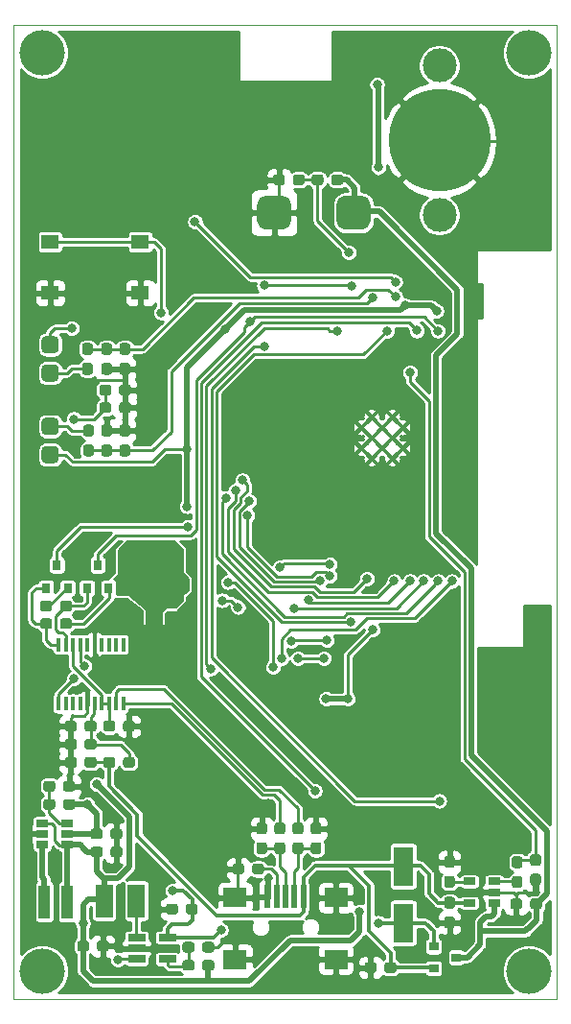
<source format=gbl>
G04 #@! TF.GenerationSoftware,KiCad,Pcbnew,5.1.8-db9833491~88~ubuntu20.04.1*
G04 #@! TF.CreationDate,2020-12-09T06:14:29+01:00*
G04 #@! TF.ProjectId,v1,76312e6b-6963-4616-945f-706362585858,rev?*
G04 #@! TF.SameCoordinates,Original*
G04 #@! TF.FileFunction,Copper,L2,Bot*
G04 #@! TF.FilePolarity,Positive*
%FSLAX46Y46*%
G04 Gerber Fmt 4.6, Leading zero omitted, Abs format (unit mm)*
G04 Created by KiCad (PCBNEW 5.1.8-db9833491~88~ubuntu20.04.1) date 2020-12-09 06:14:29*
%MOMM*%
%LPD*%
G01*
G04 APERTURE LIST*
G04 #@! TA.AperFunction,Profile*
%ADD10C,0.050000*%
G04 #@! TD*
G04 #@! TA.AperFunction,SMDPad,CuDef*
%ADD11C,9.000000*%
G04 #@! TD*
G04 #@! TA.AperFunction,ComponentPad*
%ADD12C,3.000000*%
G04 #@! TD*
G04 #@! TA.AperFunction,ComponentPad*
%ADD13C,0.300000*%
G04 #@! TD*
G04 #@! TA.AperFunction,SMDPad,CuDef*
%ADD14R,0.400000X1.200000*%
G04 #@! TD*
G04 #@! TA.AperFunction,SMDPad,CuDef*
%ADD15R,1.560000X0.650000*%
G04 #@! TD*
G04 #@! TA.AperFunction,SMDPad,CuDef*
%ADD16R,1.060000X0.650000*%
G04 #@! TD*
G04 #@! TA.AperFunction,SMDPad,CuDef*
%ADD17R,1.550000X1.300000*%
G04 #@! TD*
G04 #@! TA.AperFunction,SMDPad,CuDef*
%ADD18R,0.800000X0.900000*%
G04 #@! TD*
G04 #@! TA.AperFunction,SMDPad,CuDef*
%ADD19R,0.900000X0.800000*%
G04 #@! TD*
G04 #@! TA.AperFunction,SMDPad,CuDef*
%ADD20R,1.550000X3.000000*%
G04 #@! TD*
G04 #@! TA.AperFunction,SMDPad,CuDef*
%ADD21R,1.000000X3.000000*%
G04 #@! TD*
G04 #@! TA.AperFunction,SMDPad,CuDef*
%ADD22R,2.000000X1.700000*%
G04 #@! TD*
G04 #@! TA.AperFunction,SMDPad,CuDef*
%ADD23R,0.500000X2.000000*%
G04 #@! TD*
G04 #@! TA.AperFunction,SMDPad,CuDef*
%ADD24R,1.800000X3.500000*%
G04 #@! TD*
G04 #@! TA.AperFunction,ViaPad*
%ADD25C,4.000000*%
G04 #@! TD*
G04 #@! TA.AperFunction,ViaPad*
%ADD26C,0.800000*%
G04 #@! TD*
G04 #@! TA.AperFunction,Conductor*
%ADD27C,0.500000*%
G04 #@! TD*
G04 #@! TA.AperFunction,Conductor*
%ADD28C,0.250000*%
G04 #@! TD*
G04 #@! TA.AperFunction,Conductor*
%ADD29C,0.350000*%
G04 #@! TD*
G04 #@! TA.AperFunction,Conductor*
%ADD30C,0.100000*%
G04 #@! TD*
G04 APERTURE END LIST*
D10*
X120000000Y-72000000D02*
X168000000Y-72000000D01*
X120000000Y-72000000D02*
X120000000Y-158000000D01*
X168000000Y-158000000D02*
X168000000Y-72000000D01*
X120000000Y-158000000D02*
X168000000Y-158000000D01*
G04 #@! TA.AperFunction,SMDPad,CuDef*
G36*
G01*
X143750000Y-90100000D02*
X142250000Y-90100000D01*
G75*
G02*
X141500000Y-89350000I0J750000D01*
G01*
X141500000Y-87850000D01*
G75*
G02*
X142250000Y-87100000I750000J0D01*
G01*
X143750000Y-87100000D01*
G75*
G02*
X144500000Y-87850000I0J-750000D01*
G01*
X144500000Y-89350000D01*
G75*
G02*
X143750000Y-90100000I-750000J0D01*
G01*
G37*
G04 #@! TD.AperFunction*
G04 #@! TA.AperFunction,SMDPad,CuDef*
G36*
G01*
X150750000Y-90100000D02*
X149250000Y-90100000D01*
G75*
G02*
X148500000Y-89350000I0J750000D01*
G01*
X148500000Y-87850000D01*
G75*
G02*
X149250000Y-87100000I750000J0D01*
G01*
X150750000Y-87100000D01*
G75*
G02*
X151500000Y-87850000I0J-750000D01*
G01*
X151500000Y-89350000D01*
G75*
G02*
X150750000Y-90100000I-750000J0D01*
G01*
G37*
G04 #@! TD.AperFunction*
D11*
X157600000Y-82200000D03*
D12*
X157600000Y-88800000D03*
X157600000Y-75600000D03*
G04 #@! TA.AperFunction,SMDPad,CuDef*
G36*
G01*
X122819000Y-109188000D02*
X123581000Y-109188000D01*
G75*
G02*
X123962000Y-109569000I0J-381000D01*
G01*
X123962000Y-110331000D01*
G75*
G02*
X123581000Y-110712000I-381000J0D01*
G01*
X122819000Y-110712000D01*
G75*
G02*
X122438000Y-110331000I0J381000D01*
G01*
X122438000Y-109569000D01*
G75*
G02*
X122819000Y-109188000I381000J0D01*
G01*
G37*
G04 #@! TD.AperFunction*
G04 #@! TA.AperFunction,SMDPad,CuDef*
G36*
G01*
X122819000Y-106688000D02*
X123581000Y-106688000D01*
G75*
G02*
X123962000Y-107069000I0J-381000D01*
G01*
X123962000Y-107831000D01*
G75*
G02*
X123581000Y-108212000I-381000J0D01*
G01*
X122819000Y-108212000D01*
G75*
G02*
X122438000Y-107831000I0J381000D01*
G01*
X122438000Y-107069000D01*
G75*
G02*
X122819000Y-106688000I381000J0D01*
G01*
G37*
G04 #@! TD.AperFunction*
G04 #@! TA.AperFunction,SMDPad,CuDef*
G36*
G01*
X123581000Y-101012000D02*
X122819000Y-101012000D01*
G75*
G02*
X122438000Y-100631000I0J381000D01*
G01*
X122438000Y-99869000D01*
G75*
G02*
X122819000Y-99488000I381000J0D01*
G01*
X123581000Y-99488000D01*
G75*
G02*
X123962000Y-99869000I0J-381000D01*
G01*
X123962000Y-100631000D01*
G75*
G02*
X123581000Y-101012000I-381000J0D01*
G01*
G37*
G04 #@! TD.AperFunction*
G04 #@! TA.AperFunction,SMDPad,CuDef*
G36*
G01*
X123581000Y-103512000D02*
X122819000Y-103512000D01*
G75*
G02*
X122438000Y-103131000I0J381000D01*
G01*
X122438000Y-102369000D01*
G75*
G02*
X122819000Y-101988000I381000J0D01*
G01*
X123581000Y-101988000D01*
G75*
G02*
X123962000Y-102369000I0J-381000D01*
G01*
X123962000Y-103131000D01*
G75*
G02*
X123581000Y-103512000I-381000J0D01*
G01*
G37*
G04 #@! TD.AperFunction*
D13*
X150675000Y-109367500D03*
X150675000Y-107532500D03*
X151592500Y-110285000D03*
X151592500Y-108450000D03*
X151592500Y-106615000D03*
X152510000Y-109367500D03*
X152510000Y-107532500D03*
X153427500Y-110285000D03*
X153427500Y-108450000D03*
X153427500Y-106615000D03*
X154345000Y-109367500D03*
X154345000Y-107532500D03*
D14*
X123942500Y-131900000D03*
X124577500Y-131900000D03*
X125212500Y-131900000D03*
X125847500Y-131900000D03*
X126482500Y-131900000D03*
X127117500Y-131900000D03*
X127752500Y-131900000D03*
X128387500Y-131900000D03*
X129022500Y-131900000D03*
X129657500Y-131900000D03*
X129657500Y-126700000D03*
X129022500Y-126700000D03*
X128387500Y-126700000D03*
X127752500Y-126700000D03*
X127117500Y-126700000D03*
X126482500Y-126700000D03*
X125847500Y-126700000D03*
X125212500Y-126700000D03*
X124577500Y-126700000D03*
X123942500Y-126700000D03*
D15*
X133550000Y-154450000D03*
X133550000Y-152550000D03*
X130850000Y-152550000D03*
X130850000Y-153500000D03*
X130850000Y-154450000D03*
D16*
X160250000Y-147600000D03*
X160250000Y-149500000D03*
X162450000Y-149500000D03*
X162450000Y-148550000D03*
X162450000Y-147600000D03*
X124700000Y-143400000D03*
X124700000Y-144350000D03*
X124700000Y-142450000D03*
X122500000Y-142450000D03*
X122500000Y-143400000D03*
X122500000Y-144350000D03*
D17*
X131155000Y-91175000D03*
X131155000Y-95675000D03*
X123195000Y-95675000D03*
X123195000Y-91175000D03*
G04 #@! TA.AperFunction,SMDPad,CuDef*
G36*
G01*
X126362500Y-109050000D02*
X126837500Y-109050000D01*
G75*
G02*
X127075000Y-109287500I0J-237500D01*
G01*
X127075000Y-109862500D01*
G75*
G02*
X126837500Y-110100000I-237500J0D01*
G01*
X126362500Y-110100000D01*
G75*
G02*
X126125000Y-109862500I0J237500D01*
G01*
X126125000Y-109287500D01*
G75*
G02*
X126362500Y-109050000I237500J0D01*
G01*
G37*
G04 #@! TD.AperFunction*
G04 #@! TA.AperFunction,SMDPad,CuDef*
G36*
G01*
X126362500Y-107300000D02*
X126837500Y-107300000D01*
G75*
G02*
X127075000Y-107537500I0J-237500D01*
G01*
X127075000Y-108112500D01*
G75*
G02*
X126837500Y-108350000I-237500J0D01*
G01*
X126362500Y-108350000D01*
G75*
G02*
X126125000Y-108112500I0J237500D01*
G01*
X126125000Y-107537500D01*
G75*
G02*
X126362500Y-107300000I237500J0D01*
G01*
G37*
G04 #@! TD.AperFunction*
G04 #@! TA.AperFunction,SMDPad,CuDef*
G36*
G01*
X128437500Y-108350000D02*
X127962500Y-108350000D01*
G75*
G02*
X127725000Y-108112500I0J237500D01*
G01*
X127725000Y-107537500D01*
G75*
G02*
X127962500Y-107300000I237500J0D01*
G01*
X128437500Y-107300000D01*
G75*
G02*
X128675000Y-107537500I0J-237500D01*
G01*
X128675000Y-108112500D01*
G75*
G02*
X128437500Y-108350000I-237500J0D01*
G01*
G37*
G04 #@! TD.AperFunction*
G04 #@! TA.AperFunction,SMDPad,CuDef*
G36*
G01*
X128437500Y-110100000D02*
X127962500Y-110100000D01*
G75*
G02*
X127725000Y-109862500I0J237500D01*
G01*
X127725000Y-109287500D01*
G75*
G02*
X127962500Y-109050000I237500J0D01*
G01*
X128437500Y-109050000D01*
G75*
G02*
X128675000Y-109287500I0J-237500D01*
G01*
X128675000Y-109862500D01*
G75*
G02*
X128437500Y-110100000I-237500J0D01*
G01*
G37*
G04 #@! TD.AperFunction*
G04 #@! TA.AperFunction,SMDPad,CuDef*
G36*
G01*
X126737500Y-101150000D02*
X126262500Y-101150000D01*
G75*
G02*
X126025000Y-100912500I0J237500D01*
G01*
X126025000Y-100337500D01*
G75*
G02*
X126262500Y-100100000I237500J0D01*
G01*
X126737500Y-100100000D01*
G75*
G02*
X126975000Y-100337500I0J-237500D01*
G01*
X126975000Y-100912500D01*
G75*
G02*
X126737500Y-101150000I-237500J0D01*
G01*
G37*
G04 #@! TD.AperFunction*
G04 #@! TA.AperFunction,SMDPad,CuDef*
G36*
G01*
X126737500Y-102900000D02*
X126262500Y-102900000D01*
G75*
G02*
X126025000Y-102662500I0J237500D01*
G01*
X126025000Y-102087500D01*
G75*
G02*
X126262500Y-101850000I237500J0D01*
G01*
X126737500Y-101850000D01*
G75*
G02*
X126975000Y-102087500I0J-237500D01*
G01*
X126975000Y-102662500D01*
G75*
G02*
X126737500Y-102900000I-237500J0D01*
G01*
G37*
G04 #@! TD.AperFunction*
G04 #@! TA.AperFunction,SMDPad,CuDef*
G36*
G01*
X129562500Y-101850000D02*
X130037500Y-101850000D01*
G75*
G02*
X130275000Y-102087500I0J-237500D01*
G01*
X130275000Y-102662500D01*
G75*
G02*
X130037500Y-102900000I-237500J0D01*
G01*
X129562500Y-102900000D01*
G75*
G02*
X129325000Y-102662500I0J237500D01*
G01*
X129325000Y-102087500D01*
G75*
G02*
X129562500Y-101850000I237500J0D01*
G01*
G37*
G04 #@! TD.AperFunction*
G04 #@! TA.AperFunction,SMDPad,CuDef*
G36*
G01*
X129562500Y-100100000D02*
X130037500Y-100100000D01*
G75*
G02*
X130275000Y-100337500I0J-237500D01*
G01*
X130275000Y-100912500D01*
G75*
G02*
X130037500Y-101150000I-237500J0D01*
G01*
X129562500Y-101150000D01*
G75*
G02*
X129325000Y-100912500I0J237500D01*
G01*
X129325000Y-100337500D01*
G75*
G02*
X129562500Y-100100000I237500J0D01*
G01*
G37*
G04 #@! TD.AperFunction*
G04 #@! TA.AperFunction,SMDPad,CuDef*
G36*
G01*
X143262500Y-144150000D02*
X143737500Y-144150000D01*
G75*
G02*
X143975000Y-144387500I0J-237500D01*
G01*
X143975000Y-144962500D01*
G75*
G02*
X143737500Y-145200000I-237500J0D01*
G01*
X143262500Y-145200000D01*
G75*
G02*
X143025000Y-144962500I0J237500D01*
G01*
X143025000Y-144387500D01*
G75*
G02*
X143262500Y-144150000I237500J0D01*
G01*
G37*
G04 #@! TD.AperFunction*
G04 #@! TA.AperFunction,SMDPad,CuDef*
G36*
G01*
X143262500Y-142400000D02*
X143737500Y-142400000D01*
G75*
G02*
X143975000Y-142637500I0J-237500D01*
G01*
X143975000Y-143212500D01*
G75*
G02*
X143737500Y-143450000I-237500J0D01*
G01*
X143262500Y-143450000D01*
G75*
G02*
X143025000Y-143212500I0J237500D01*
G01*
X143025000Y-142637500D01*
G75*
G02*
X143262500Y-142400000I237500J0D01*
G01*
G37*
G04 #@! TD.AperFunction*
G04 #@! TA.AperFunction,SMDPad,CuDef*
G36*
G01*
X144862500Y-144150000D02*
X145337500Y-144150000D01*
G75*
G02*
X145575000Y-144387500I0J-237500D01*
G01*
X145575000Y-144962500D01*
G75*
G02*
X145337500Y-145200000I-237500J0D01*
G01*
X144862500Y-145200000D01*
G75*
G02*
X144625000Y-144962500I0J237500D01*
G01*
X144625000Y-144387500D01*
G75*
G02*
X144862500Y-144150000I237500J0D01*
G01*
G37*
G04 #@! TD.AperFunction*
G04 #@! TA.AperFunction,SMDPad,CuDef*
G36*
G01*
X144862500Y-142400000D02*
X145337500Y-142400000D01*
G75*
G02*
X145575000Y-142637500I0J-237500D01*
G01*
X145575000Y-143212500D01*
G75*
G02*
X145337500Y-143450000I-237500J0D01*
G01*
X144862500Y-143450000D01*
G75*
G02*
X144625000Y-143212500I0J237500D01*
G01*
X144625000Y-142637500D01*
G75*
G02*
X144862500Y-142400000I237500J0D01*
G01*
G37*
G04 #@! TD.AperFunction*
G04 #@! TA.AperFunction,SMDPad,CuDef*
G36*
G01*
X124075000Y-123537500D02*
X124075000Y-123062500D01*
G75*
G02*
X124312500Y-122825000I237500J0D01*
G01*
X124887500Y-122825000D01*
G75*
G02*
X125125000Y-123062500I0J-237500D01*
G01*
X125125000Y-123537500D01*
G75*
G02*
X124887500Y-123775000I-237500J0D01*
G01*
X124312500Y-123775000D01*
G75*
G02*
X124075000Y-123537500I0J237500D01*
G01*
G37*
G04 #@! TD.AperFunction*
G04 #@! TA.AperFunction,SMDPad,CuDef*
G36*
G01*
X122325000Y-123537500D02*
X122325000Y-123062500D01*
G75*
G02*
X122562500Y-122825000I237500J0D01*
G01*
X123137500Y-122825000D01*
G75*
G02*
X123375000Y-123062500I0J-237500D01*
G01*
X123375000Y-123537500D01*
G75*
G02*
X123137500Y-123775000I-237500J0D01*
G01*
X122562500Y-123775000D01*
G75*
G02*
X122325000Y-123537500I0J237500D01*
G01*
G37*
G04 #@! TD.AperFunction*
G04 #@! TA.AperFunction,SMDPad,CuDef*
G36*
G01*
X123375000Y-124612500D02*
X123375000Y-125087500D01*
G75*
G02*
X123137500Y-125325000I-237500J0D01*
G01*
X122562500Y-125325000D01*
G75*
G02*
X122325000Y-125087500I0J237500D01*
G01*
X122325000Y-124612500D01*
G75*
G02*
X122562500Y-124375000I237500J0D01*
G01*
X123137500Y-124375000D01*
G75*
G02*
X123375000Y-124612500I0J-237500D01*
G01*
G37*
G04 #@! TD.AperFunction*
G04 #@! TA.AperFunction,SMDPad,CuDef*
G36*
G01*
X125125000Y-124612500D02*
X125125000Y-125087500D01*
G75*
G02*
X124887500Y-125325000I-237500J0D01*
G01*
X124312500Y-125325000D01*
G75*
G02*
X124075000Y-125087500I0J237500D01*
G01*
X124075000Y-124612500D01*
G75*
G02*
X124312500Y-124375000I237500J0D01*
G01*
X124887500Y-124375000D01*
G75*
G02*
X125125000Y-124612500I0J-237500D01*
G01*
G37*
G04 #@! TD.AperFunction*
G04 #@! TA.AperFunction,SMDPad,CuDef*
G36*
G01*
X136650000Y-153637500D02*
X136650000Y-153162500D01*
G75*
G02*
X136887500Y-152925000I237500J0D01*
G01*
X137462500Y-152925000D01*
G75*
G02*
X137700000Y-153162500I0J-237500D01*
G01*
X137700000Y-153637500D01*
G75*
G02*
X137462500Y-153875000I-237500J0D01*
G01*
X136887500Y-153875000D01*
G75*
G02*
X136650000Y-153637500I0J237500D01*
G01*
G37*
G04 #@! TD.AperFunction*
G04 #@! TA.AperFunction,SMDPad,CuDef*
G36*
G01*
X134900000Y-153637500D02*
X134900000Y-153162500D01*
G75*
G02*
X135137500Y-152925000I237500J0D01*
G01*
X135712500Y-152925000D01*
G75*
G02*
X135950000Y-153162500I0J-237500D01*
G01*
X135950000Y-153637500D01*
G75*
G02*
X135712500Y-153875000I-237500J0D01*
G01*
X135137500Y-153875000D01*
G75*
G02*
X134900000Y-153637500I0J237500D01*
G01*
G37*
G04 #@! TD.AperFunction*
G04 #@! TA.AperFunction,SMDPad,CuDef*
G36*
G01*
X135950000Y-154762500D02*
X135950000Y-155237500D01*
G75*
G02*
X135712500Y-155475000I-237500J0D01*
G01*
X135137500Y-155475000D01*
G75*
G02*
X134900000Y-155237500I0J237500D01*
G01*
X134900000Y-154762500D01*
G75*
G02*
X135137500Y-154525000I237500J0D01*
G01*
X135712500Y-154525000D01*
G75*
G02*
X135950000Y-154762500I0J-237500D01*
G01*
G37*
G04 #@! TD.AperFunction*
G04 #@! TA.AperFunction,SMDPad,CuDef*
G36*
G01*
X137700000Y-154762500D02*
X137700000Y-155237500D01*
G75*
G02*
X137462500Y-155475000I-237500J0D01*
G01*
X136887500Y-155475000D01*
G75*
G02*
X136650000Y-155237500I0J237500D01*
G01*
X136650000Y-154762500D01*
G75*
G02*
X136887500Y-154525000I237500J0D01*
G01*
X137462500Y-154525000D01*
G75*
G02*
X137700000Y-154762500I0J-237500D01*
G01*
G37*
G04 #@! TD.AperFunction*
G04 #@! TA.AperFunction,SMDPad,CuDef*
G36*
G01*
X152050000Y-154962500D02*
X152050000Y-155437500D01*
G75*
G02*
X151812500Y-155675000I-237500J0D01*
G01*
X151237500Y-155675000D01*
G75*
G02*
X151000000Y-155437500I0J237500D01*
G01*
X151000000Y-154962500D01*
G75*
G02*
X151237500Y-154725000I237500J0D01*
G01*
X151812500Y-154725000D01*
G75*
G02*
X152050000Y-154962500I0J-237500D01*
G01*
G37*
G04 #@! TD.AperFunction*
G04 #@! TA.AperFunction,SMDPad,CuDef*
G36*
G01*
X153800000Y-154962500D02*
X153800000Y-155437500D01*
G75*
G02*
X153562500Y-155675000I-237500J0D01*
G01*
X152987500Y-155675000D01*
G75*
G02*
X152750000Y-155437500I0J237500D01*
G01*
X152750000Y-154962500D01*
G75*
G02*
X152987500Y-154725000I237500J0D01*
G01*
X153562500Y-154725000D01*
G75*
G02*
X153800000Y-154962500I0J-237500D01*
G01*
G37*
G04 #@! TD.AperFunction*
G04 #@! TA.AperFunction,SMDPad,CuDef*
G36*
G01*
X165862500Y-146925000D02*
X166337500Y-146925000D01*
G75*
G02*
X166575000Y-147162500I0J-237500D01*
G01*
X166575000Y-147737500D01*
G75*
G02*
X166337500Y-147975000I-237500J0D01*
G01*
X165862500Y-147975000D01*
G75*
G02*
X165625000Y-147737500I0J237500D01*
G01*
X165625000Y-147162500D01*
G75*
G02*
X165862500Y-146925000I237500J0D01*
G01*
G37*
G04 #@! TD.AperFunction*
G04 #@! TA.AperFunction,SMDPad,CuDef*
G36*
G01*
X165862500Y-145175000D02*
X166337500Y-145175000D01*
G75*
G02*
X166575000Y-145412500I0J-237500D01*
G01*
X166575000Y-145987500D01*
G75*
G02*
X166337500Y-146225000I-237500J0D01*
G01*
X165862500Y-146225000D01*
G75*
G02*
X165625000Y-145987500I0J237500D01*
G01*
X165625000Y-145412500D01*
G75*
G02*
X165862500Y-145175000I237500J0D01*
G01*
G37*
G04 #@! TD.AperFunction*
G04 #@! TA.AperFunction,SMDPad,CuDef*
G36*
G01*
X164712500Y-146425000D02*
X164237500Y-146425000D01*
G75*
G02*
X164000000Y-146187500I0J237500D01*
G01*
X164000000Y-145612500D01*
G75*
G02*
X164237500Y-145375000I237500J0D01*
G01*
X164712500Y-145375000D01*
G75*
G02*
X164950000Y-145612500I0J-237500D01*
G01*
X164950000Y-146187500D01*
G75*
G02*
X164712500Y-146425000I-237500J0D01*
G01*
G37*
G04 #@! TD.AperFunction*
G04 #@! TA.AperFunction,SMDPad,CuDef*
G36*
G01*
X164712500Y-148175000D02*
X164237500Y-148175000D01*
G75*
G02*
X164000000Y-147937500I0J237500D01*
G01*
X164000000Y-147362500D01*
G75*
G02*
X164237500Y-147125000I237500J0D01*
G01*
X164712500Y-147125000D01*
G75*
G02*
X164950000Y-147362500I0J-237500D01*
G01*
X164950000Y-147937500D01*
G75*
G02*
X164712500Y-148175000I-237500J0D01*
G01*
G37*
G04 #@! TD.AperFunction*
G04 #@! TA.AperFunction,SMDPad,CuDef*
G36*
G01*
X124350000Y-139437500D02*
X124350000Y-138962500D01*
G75*
G02*
X124587500Y-138725000I237500J0D01*
G01*
X125162500Y-138725000D01*
G75*
G02*
X125400000Y-138962500I0J-237500D01*
G01*
X125400000Y-139437500D01*
G75*
G02*
X125162500Y-139675000I-237500J0D01*
G01*
X124587500Y-139675000D01*
G75*
G02*
X124350000Y-139437500I0J237500D01*
G01*
G37*
G04 #@! TD.AperFunction*
G04 #@! TA.AperFunction,SMDPad,CuDef*
G36*
G01*
X122600000Y-139437500D02*
X122600000Y-138962500D01*
G75*
G02*
X122837500Y-138725000I237500J0D01*
G01*
X123412500Y-138725000D01*
G75*
G02*
X123650000Y-138962500I0J-237500D01*
G01*
X123650000Y-139437500D01*
G75*
G02*
X123412500Y-139675000I-237500J0D01*
G01*
X122837500Y-139675000D01*
G75*
G02*
X122600000Y-139437500I0J237500D01*
G01*
G37*
G04 #@! TD.AperFunction*
G04 #@! TA.AperFunction,SMDPad,CuDef*
G36*
G01*
X123650000Y-140562500D02*
X123650000Y-141037500D01*
G75*
G02*
X123412500Y-141275000I-237500J0D01*
G01*
X122837500Y-141275000D01*
G75*
G02*
X122600000Y-141037500I0J237500D01*
G01*
X122600000Y-140562500D01*
G75*
G02*
X122837500Y-140325000I237500J0D01*
G01*
X123412500Y-140325000D01*
G75*
G02*
X123650000Y-140562500I0J-237500D01*
G01*
G37*
G04 #@! TD.AperFunction*
G04 #@! TA.AperFunction,SMDPad,CuDef*
G36*
G01*
X125400000Y-140562500D02*
X125400000Y-141037500D01*
G75*
G02*
X125162500Y-141275000I-237500J0D01*
G01*
X124587500Y-141275000D01*
G75*
G02*
X124350000Y-141037500I0J237500D01*
G01*
X124350000Y-140562500D01*
G75*
G02*
X124587500Y-140325000I237500J0D01*
G01*
X125162500Y-140325000D01*
G75*
G02*
X125400000Y-140562500I0J-237500D01*
G01*
G37*
G04 #@! TD.AperFunction*
G04 #@! TA.AperFunction,SMDPad,CuDef*
G36*
G01*
X158737500Y-146400000D02*
X158262500Y-146400000D01*
G75*
G02*
X158025000Y-146162500I0J237500D01*
G01*
X158025000Y-145587500D01*
G75*
G02*
X158262500Y-145350000I237500J0D01*
G01*
X158737500Y-145350000D01*
G75*
G02*
X158975000Y-145587500I0J-237500D01*
G01*
X158975000Y-146162500D01*
G75*
G02*
X158737500Y-146400000I-237500J0D01*
G01*
G37*
G04 #@! TD.AperFunction*
G04 #@! TA.AperFunction,SMDPad,CuDef*
G36*
G01*
X158737500Y-148150000D02*
X158262500Y-148150000D01*
G75*
G02*
X158025000Y-147912500I0J237500D01*
G01*
X158025000Y-147337500D01*
G75*
G02*
X158262500Y-147100000I237500J0D01*
G01*
X158737500Y-147100000D01*
G75*
G02*
X158975000Y-147337500I0J-237500D01*
G01*
X158975000Y-147912500D01*
G75*
G02*
X158737500Y-148150000I-237500J0D01*
G01*
G37*
G04 #@! TD.AperFunction*
G04 #@! TA.AperFunction,SMDPad,CuDef*
G36*
G01*
X143950000Y-85462500D02*
X143950000Y-85937500D01*
G75*
G02*
X143712500Y-86175000I-237500J0D01*
G01*
X143137500Y-86175000D01*
G75*
G02*
X142900000Y-85937500I0J237500D01*
G01*
X142900000Y-85462500D01*
G75*
G02*
X143137500Y-85225000I237500J0D01*
G01*
X143712500Y-85225000D01*
G75*
G02*
X143950000Y-85462500I0J-237500D01*
G01*
G37*
G04 #@! TD.AperFunction*
G04 #@! TA.AperFunction,SMDPad,CuDef*
G36*
G01*
X145700000Y-85462500D02*
X145700000Y-85937500D01*
G75*
G02*
X145462500Y-86175000I-237500J0D01*
G01*
X144887500Y-86175000D01*
G75*
G02*
X144650000Y-85937500I0J237500D01*
G01*
X144650000Y-85462500D01*
G75*
G02*
X144887500Y-85225000I237500J0D01*
G01*
X145462500Y-85225000D01*
G75*
G02*
X145700000Y-85462500I0J-237500D01*
G01*
G37*
G04 #@! TD.AperFunction*
G04 #@! TA.AperFunction,SMDPad,CuDef*
G36*
G01*
X147350000Y-85462500D02*
X147350000Y-85937500D01*
G75*
G02*
X147112500Y-86175000I-237500J0D01*
G01*
X146537500Y-86175000D01*
G75*
G02*
X146300000Y-85937500I0J237500D01*
G01*
X146300000Y-85462500D01*
G75*
G02*
X146537500Y-85225000I237500J0D01*
G01*
X147112500Y-85225000D01*
G75*
G02*
X147350000Y-85462500I0J-237500D01*
G01*
G37*
G04 #@! TD.AperFunction*
G04 #@! TA.AperFunction,SMDPad,CuDef*
G36*
G01*
X149100000Y-85462500D02*
X149100000Y-85937500D01*
G75*
G02*
X148862500Y-86175000I-237500J0D01*
G01*
X148287500Y-86175000D01*
G75*
G02*
X148050000Y-85937500I0J237500D01*
G01*
X148050000Y-85462500D01*
G75*
G02*
X148287500Y-85225000I237500J0D01*
G01*
X148862500Y-85225000D01*
G75*
G02*
X149100000Y-85462500I0J-237500D01*
G01*
G37*
G04 #@! TD.AperFunction*
G04 #@! TA.AperFunction,SMDPad,CuDef*
G36*
G01*
X140350000Y-146262500D02*
X140350000Y-146737500D01*
G75*
G02*
X140112500Y-146975000I-237500J0D01*
G01*
X139537500Y-146975000D01*
G75*
G02*
X139300000Y-146737500I0J237500D01*
G01*
X139300000Y-146262500D01*
G75*
G02*
X139537500Y-146025000I237500J0D01*
G01*
X140112500Y-146025000D01*
G75*
G02*
X140350000Y-146262500I0J-237500D01*
G01*
G37*
G04 #@! TD.AperFunction*
G04 #@! TA.AperFunction,SMDPad,CuDef*
G36*
G01*
X142100000Y-146262500D02*
X142100000Y-146737500D01*
G75*
G02*
X141862500Y-146975000I-237500J0D01*
G01*
X141287500Y-146975000D01*
G75*
G02*
X141050000Y-146737500I0J237500D01*
G01*
X141050000Y-146262500D01*
G75*
G02*
X141287500Y-146025000I237500J0D01*
G01*
X141862500Y-146025000D01*
G75*
G02*
X142100000Y-146262500I0J-237500D01*
G01*
G37*
G04 #@! TD.AperFunction*
D18*
X123800000Y-119700000D03*
X122850000Y-121700000D03*
X124750000Y-121700000D03*
X127400000Y-119700000D03*
X126450000Y-121700000D03*
X128350000Y-121700000D03*
D19*
X159100000Y-154300000D03*
X157100000Y-153350000D03*
X157100000Y-155250000D03*
D20*
X127975000Y-149300000D03*
X130825000Y-149300000D03*
D21*
X124700000Y-149400000D03*
X122700000Y-149400000D03*
D22*
X139550000Y-154475000D03*
X139550000Y-149025000D03*
X148450000Y-154475000D03*
X148450000Y-149025000D03*
D23*
X142400000Y-148925000D03*
X143200000Y-148925000D03*
X144000000Y-148925000D03*
X144800000Y-148925000D03*
X145600000Y-148925000D03*
G04 #@! TA.AperFunction,SMDPad,CuDef*
G36*
G01*
X128950000Y-136862500D02*
X128950000Y-137337500D01*
G75*
G02*
X128712500Y-137575000I-237500J0D01*
G01*
X128137500Y-137575000D01*
G75*
G02*
X127900000Y-137337500I0J237500D01*
G01*
X127900000Y-136862500D01*
G75*
G02*
X128137500Y-136625000I237500J0D01*
G01*
X128712500Y-136625000D01*
G75*
G02*
X128950000Y-136862500I0J-237500D01*
G01*
G37*
G04 #@! TD.AperFunction*
G04 #@! TA.AperFunction,SMDPad,CuDef*
G36*
G01*
X130700000Y-136862500D02*
X130700000Y-137337500D01*
G75*
G02*
X130462500Y-137575000I-237500J0D01*
G01*
X129887500Y-137575000D01*
G75*
G02*
X129650000Y-137337500I0J237500D01*
G01*
X129650000Y-136862500D01*
G75*
G02*
X129887500Y-136625000I237500J0D01*
G01*
X130462500Y-136625000D01*
G75*
G02*
X130700000Y-136862500I0J-237500D01*
G01*
G37*
G04 #@! TD.AperFunction*
D24*
X154400000Y-146250000D03*
X154400000Y-151250000D03*
G04 #@! TA.AperFunction,SMDPad,CuDef*
G36*
G01*
X130037500Y-108350000D02*
X129562500Y-108350000D01*
G75*
G02*
X129325000Y-108112500I0J237500D01*
G01*
X129325000Y-107537500D01*
G75*
G02*
X129562500Y-107300000I237500J0D01*
G01*
X130037500Y-107300000D01*
G75*
G02*
X130275000Y-107537500I0J-237500D01*
G01*
X130275000Y-108112500D01*
G75*
G02*
X130037500Y-108350000I-237500J0D01*
G01*
G37*
G04 #@! TD.AperFunction*
G04 #@! TA.AperFunction,SMDPad,CuDef*
G36*
G01*
X130037500Y-110100000D02*
X129562500Y-110100000D01*
G75*
G02*
X129325000Y-109862500I0J237500D01*
G01*
X129325000Y-109287500D01*
G75*
G02*
X129562500Y-109050000I237500J0D01*
G01*
X130037500Y-109050000D01*
G75*
G02*
X130275000Y-109287500I0J-237500D01*
G01*
X130275000Y-109862500D01*
G75*
G02*
X130037500Y-110100000I-237500J0D01*
G01*
G37*
G04 #@! TD.AperFunction*
G04 #@! TA.AperFunction,SMDPad,CuDef*
G36*
G01*
X127962500Y-101850000D02*
X128437500Y-101850000D01*
G75*
G02*
X128675000Y-102087500I0J-237500D01*
G01*
X128675000Y-102662500D01*
G75*
G02*
X128437500Y-102900000I-237500J0D01*
G01*
X127962500Y-102900000D01*
G75*
G02*
X127725000Y-102662500I0J237500D01*
G01*
X127725000Y-102087500D01*
G75*
G02*
X127962500Y-101850000I237500J0D01*
G01*
G37*
G04 #@! TD.AperFunction*
G04 #@! TA.AperFunction,SMDPad,CuDef*
G36*
G01*
X127962500Y-100100000D02*
X128437500Y-100100000D01*
G75*
G02*
X128675000Y-100337500I0J-237500D01*
G01*
X128675000Y-100912500D01*
G75*
G02*
X128437500Y-101150000I-237500J0D01*
G01*
X127962500Y-101150000D01*
G75*
G02*
X127725000Y-100912500I0J237500D01*
G01*
X127725000Y-100337500D01*
G75*
G02*
X127962500Y-100100000I237500J0D01*
G01*
G37*
G04 #@! TD.AperFunction*
G04 #@! TA.AperFunction,SMDPad,CuDef*
G36*
G01*
X129300000Y-104487500D02*
X129300000Y-104012500D01*
G75*
G02*
X129537500Y-103775000I237500J0D01*
G01*
X130112500Y-103775000D01*
G75*
G02*
X130350000Y-104012500I0J-237500D01*
G01*
X130350000Y-104487500D01*
G75*
G02*
X130112500Y-104725000I-237500J0D01*
G01*
X129537500Y-104725000D01*
G75*
G02*
X129300000Y-104487500I0J237500D01*
G01*
G37*
G04 #@! TD.AperFunction*
G04 #@! TA.AperFunction,SMDPad,CuDef*
G36*
G01*
X127550000Y-104487500D02*
X127550000Y-104012500D01*
G75*
G02*
X127787500Y-103775000I237500J0D01*
G01*
X128362500Y-103775000D01*
G75*
G02*
X128600000Y-104012500I0J-237500D01*
G01*
X128600000Y-104487500D01*
G75*
G02*
X128362500Y-104725000I-237500J0D01*
G01*
X127787500Y-104725000D01*
G75*
G02*
X127550000Y-104487500I0J237500D01*
G01*
G37*
G04 #@! TD.AperFunction*
G04 #@! TA.AperFunction,SMDPad,CuDef*
G36*
G01*
X129300000Y-106037500D02*
X129300000Y-105562500D01*
G75*
G02*
X129537500Y-105325000I237500J0D01*
G01*
X130112500Y-105325000D01*
G75*
G02*
X130350000Y-105562500I0J-237500D01*
G01*
X130350000Y-106037500D01*
G75*
G02*
X130112500Y-106275000I-237500J0D01*
G01*
X129537500Y-106275000D01*
G75*
G02*
X129300000Y-106037500I0J237500D01*
G01*
G37*
G04 #@! TD.AperFunction*
G04 #@! TA.AperFunction,SMDPad,CuDef*
G36*
G01*
X127550000Y-106037500D02*
X127550000Y-105562500D01*
G75*
G02*
X127787500Y-105325000I237500J0D01*
G01*
X128362500Y-105325000D01*
G75*
G02*
X128600000Y-105562500I0J-237500D01*
G01*
X128600000Y-106037500D01*
G75*
G02*
X128362500Y-106275000I-237500J0D01*
G01*
X127787500Y-106275000D01*
G75*
G02*
X127550000Y-106037500I0J237500D01*
G01*
G37*
G04 #@! TD.AperFunction*
G04 #@! TA.AperFunction,SMDPad,CuDef*
G36*
G01*
X125550000Y-135262500D02*
X125550000Y-135737500D01*
G75*
G02*
X125312500Y-135975000I-237500J0D01*
G01*
X124737500Y-135975000D01*
G75*
G02*
X124500000Y-135737500I0J237500D01*
G01*
X124500000Y-135262500D01*
G75*
G02*
X124737500Y-135025000I237500J0D01*
G01*
X125312500Y-135025000D01*
G75*
G02*
X125550000Y-135262500I0J-237500D01*
G01*
G37*
G04 #@! TD.AperFunction*
G04 #@! TA.AperFunction,SMDPad,CuDef*
G36*
G01*
X127300000Y-135262500D02*
X127300000Y-135737500D01*
G75*
G02*
X127062500Y-135975000I-237500J0D01*
G01*
X126487500Y-135975000D01*
G75*
G02*
X126250000Y-135737500I0J237500D01*
G01*
X126250000Y-135262500D01*
G75*
G02*
X126487500Y-135025000I237500J0D01*
G01*
X127062500Y-135025000D01*
G75*
G02*
X127300000Y-135262500I0J-237500D01*
G01*
G37*
G04 #@! TD.AperFunction*
G04 #@! TA.AperFunction,SMDPad,CuDef*
G36*
G01*
X125550000Y-133662500D02*
X125550000Y-134137500D01*
G75*
G02*
X125312500Y-134375000I-237500J0D01*
G01*
X124737500Y-134375000D01*
G75*
G02*
X124500000Y-134137500I0J237500D01*
G01*
X124500000Y-133662500D01*
G75*
G02*
X124737500Y-133425000I237500J0D01*
G01*
X125312500Y-133425000D01*
G75*
G02*
X125550000Y-133662500I0J-237500D01*
G01*
G37*
G04 #@! TD.AperFunction*
G04 #@! TA.AperFunction,SMDPad,CuDef*
G36*
G01*
X127300000Y-133662500D02*
X127300000Y-134137500D01*
G75*
G02*
X127062500Y-134375000I-237500J0D01*
G01*
X126487500Y-134375000D01*
G75*
G02*
X126250000Y-134137500I0J237500D01*
G01*
X126250000Y-133662500D01*
G75*
G02*
X126487500Y-133425000I237500J0D01*
G01*
X127062500Y-133425000D01*
G75*
G02*
X127300000Y-133662500I0J-237500D01*
G01*
G37*
G04 #@! TD.AperFunction*
G04 #@! TA.AperFunction,SMDPad,CuDef*
G36*
G01*
X129650000Y-134137500D02*
X129650000Y-133662500D01*
G75*
G02*
X129887500Y-133425000I237500J0D01*
G01*
X130462500Y-133425000D01*
G75*
G02*
X130700000Y-133662500I0J-237500D01*
G01*
X130700000Y-134137500D01*
G75*
G02*
X130462500Y-134375000I-237500J0D01*
G01*
X129887500Y-134375000D01*
G75*
G02*
X129650000Y-134137500I0J237500D01*
G01*
G37*
G04 #@! TD.AperFunction*
G04 #@! TA.AperFunction,SMDPad,CuDef*
G36*
G01*
X127900000Y-134137500D02*
X127900000Y-133662500D01*
G75*
G02*
X128137500Y-133425000I237500J0D01*
G01*
X128712500Y-133425000D01*
G75*
G02*
X128950000Y-133662500I0J-237500D01*
G01*
X128950000Y-134137500D01*
G75*
G02*
X128712500Y-134375000I-237500J0D01*
G01*
X128137500Y-134375000D01*
G75*
G02*
X127900000Y-134137500I0J237500D01*
G01*
G37*
G04 #@! TD.AperFunction*
G04 #@! TA.AperFunction,SMDPad,CuDef*
G36*
G01*
X125550000Y-136862500D02*
X125550000Y-137337500D01*
G75*
G02*
X125312500Y-137575000I-237500J0D01*
G01*
X124737500Y-137575000D01*
G75*
G02*
X124500000Y-137337500I0J237500D01*
G01*
X124500000Y-136862500D01*
G75*
G02*
X124737500Y-136625000I237500J0D01*
G01*
X125312500Y-136625000D01*
G75*
G02*
X125550000Y-136862500I0J-237500D01*
G01*
G37*
G04 #@! TD.AperFunction*
G04 #@! TA.AperFunction,SMDPad,CuDef*
G36*
G01*
X127300000Y-136862500D02*
X127300000Y-137337500D01*
G75*
G02*
X127062500Y-137575000I-237500J0D01*
G01*
X126487500Y-137575000D01*
G75*
G02*
X126250000Y-137337500I0J237500D01*
G01*
X126250000Y-136862500D01*
G75*
G02*
X126487500Y-136625000I237500J0D01*
G01*
X127062500Y-136625000D01*
G75*
G02*
X127300000Y-136862500I0J-237500D01*
G01*
G37*
G04 #@! TD.AperFunction*
G04 #@! TA.AperFunction,SMDPad,CuDef*
G36*
G01*
X146937500Y-143450000D02*
X146462500Y-143450000D01*
G75*
G02*
X146225000Y-143212500I0J237500D01*
G01*
X146225000Y-142637500D01*
G75*
G02*
X146462500Y-142400000I237500J0D01*
G01*
X146937500Y-142400000D01*
G75*
G02*
X147175000Y-142637500I0J-237500D01*
G01*
X147175000Y-143212500D01*
G75*
G02*
X146937500Y-143450000I-237500J0D01*
G01*
G37*
G04 #@! TD.AperFunction*
G04 #@! TA.AperFunction,SMDPad,CuDef*
G36*
G01*
X146937500Y-145200000D02*
X146462500Y-145200000D01*
G75*
G02*
X146225000Y-144962500I0J237500D01*
G01*
X146225000Y-144387500D01*
G75*
G02*
X146462500Y-144150000I237500J0D01*
G01*
X146937500Y-144150000D01*
G75*
G02*
X147175000Y-144387500I0J-237500D01*
G01*
X147175000Y-144962500D01*
G75*
G02*
X146937500Y-145200000I-237500J0D01*
G01*
G37*
G04 #@! TD.AperFunction*
G04 #@! TA.AperFunction,SMDPad,CuDef*
G36*
G01*
X142137500Y-143450000D02*
X141662500Y-143450000D01*
G75*
G02*
X141425000Y-143212500I0J237500D01*
G01*
X141425000Y-142637500D01*
G75*
G02*
X141662500Y-142400000I237500J0D01*
G01*
X142137500Y-142400000D01*
G75*
G02*
X142375000Y-142637500I0J-237500D01*
G01*
X142375000Y-143212500D01*
G75*
G02*
X142137500Y-143450000I-237500J0D01*
G01*
G37*
G04 #@! TD.AperFunction*
G04 #@! TA.AperFunction,SMDPad,CuDef*
G36*
G01*
X142137500Y-145200000D02*
X141662500Y-145200000D01*
G75*
G02*
X141425000Y-144962500I0J237500D01*
G01*
X141425000Y-144387500D01*
G75*
G02*
X141662500Y-144150000I237500J0D01*
G01*
X142137500Y-144150000D01*
G75*
G02*
X142375000Y-144387500I0J-237500D01*
G01*
X142375000Y-144962500D01*
G75*
G02*
X142137500Y-145200000I-237500J0D01*
G01*
G37*
G04 #@! TD.AperFunction*
G04 #@! TA.AperFunction,SMDPad,CuDef*
G36*
G01*
X127350000Y-153537500D02*
X127350000Y-153062500D01*
G75*
G02*
X127587500Y-152825000I237500J0D01*
G01*
X128162500Y-152825000D01*
G75*
G02*
X128400000Y-153062500I0J-237500D01*
G01*
X128400000Y-153537500D01*
G75*
G02*
X128162500Y-153775000I-237500J0D01*
G01*
X127587500Y-153775000D01*
G75*
G02*
X127350000Y-153537500I0J237500D01*
G01*
G37*
G04 #@! TD.AperFunction*
G04 #@! TA.AperFunction,SMDPad,CuDef*
G36*
G01*
X125600000Y-153537500D02*
X125600000Y-153062500D01*
G75*
G02*
X125837500Y-152825000I237500J0D01*
G01*
X126412500Y-152825000D01*
G75*
G02*
X126650000Y-153062500I0J-237500D01*
G01*
X126650000Y-153537500D01*
G75*
G02*
X126412500Y-153775000I-237500J0D01*
G01*
X125837500Y-153775000D01*
G75*
G02*
X125600000Y-153537500I0J237500D01*
G01*
G37*
G04 #@! TD.AperFunction*
G04 #@! TA.AperFunction,SMDPad,CuDef*
G36*
G01*
X134500000Y-149812500D02*
X134500000Y-150287500D01*
G75*
G02*
X134262500Y-150525000I-237500J0D01*
G01*
X133687500Y-150525000D01*
G75*
G02*
X133450000Y-150287500I0J237500D01*
G01*
X133450000Y-149812500D01*
G75*
G02*
X133687500Y-149575000I237500J0D01*
G01*
X134262500Y-149575000D01*
G75*
G02*
X134500000Y-149812500I0J-237500D01*
G01*
G37*
G04 #@! TD.AperFunction*
G04 #@! TA.AperFunction,SMDPad,CuDef*
G36*
G01*
X136250000Y-149812500D02*
X136250000Y-150287500D01*
G75*
G02*
X136012500Y-150525000I-237500J0D01*
G01*
X135437500Y-150525000D01*
G75*
G02*
X135200000Y-150287500I0J237500D01*
G01*
X135200000Y-149812500D01*
G75*
G02*
X135437500Y-149575000I237500J0D01*
G01*
X136012500Y-149575000D01*
G75*
G02*
X136250000Y-149812500I0J-237500D01*
G01*
G37*
G04 #@! TD.AperFunction*
G04 #@! TA.AperFunction,SMDPad,CuDef*
G36*
G01*
X164925000Y-149337500D02*
X164925000Y-149812500D01*
G75*
G02*
X164687500Y-150050000I-237500J0D01*
G01*
X164112500Y-150050000D01*
G75*
G02*
X163875000Y-149812500I0J237500D01*
G01*
X163875000Y-149337500D01*
G75*
G02*
X164112500Y-149100000I237500J0D01*
G01*
X164687500Y-149100000D01*
G75*
G02*
X164925000Y-149337500I0J-237500D01*
G01*
G37*
G04 #@! TD.AperFunction*
G04 #@! TA.AperFunction,SMDPad,CuDef*
G36*
G01*
X166675000Y-149337500D02*
X166675000Y-149812500D01*
G75*
G02*
X166437500Y-150050000I-237500J0D01*
G01*
X165862500Y-150050000D01*
G75*
G02*
X165625000Y-149812500I0J237500D01*
G01*
X165625000Y-149337500D01*
G75*
G02*
X165862500Y-149100000I237500J0D01*
G01*
X166437500Y-149100000D01*
G75*
G02*
X166675000Y-149337500I0J-237500D01*
G01*
G37*
G04 #@! TD.AperFunction*
G04 #@! TA.AperFunction,SMDPad,CuDef*
G36*
G01*
X128525000Y-143637500D02*
X128525000Y-143162500D01*
G75*
G02*
X128762500Y-142925000I237500J0D01*
G01*
X129337500Y-142925000D01*
G75*
G02*
X129575000Y-143162500I0J-237500D01*
G01*
X129575000Y-143637500D01*
G75*
G02*
X129337500Y-143875000I-237500J0D01*
G01*
X128762500Y-143875000D01*
G75*
G02*
X128525000Y-143637500I0J237500D01*
G01*
G37*
G04 #@! TD.AperFunction*
G04 #@! TA.AperFunction,SMDPad,CuDef*
G36*
G01*
X126775000Y-143637500D02*
X126775000Y-143162500D01*
G75*
G02*
X127012500Y-142925000I237500J0D01*
G01*
X127587500Y-142925000D01*
G75*
G02*
X127825000Y-143162500I0J-237500D01*
G01*
X127825000Y-143637500D01*
G75*
G02*
X127587500Y-143875000I-237500J0D01*
G01*
X127012500Y-143875000D01*
G75*
G02*
X126775000Y-143637500I0J237500D01*
G01*
G37*
G04 #@! TD.AperFunction*
G04 #@! TA.AperFunction,SMDPad,CuDef*
G36*
G01*
X158262500Y-150700000D02*
X158737500Y-150700000D01*
G75*
G02*
X158975000Y-150937500I0J-237500D01*
G01*
X158975000Y-151512500D01*
G75*
G02*
X158737500Y-151750000I-237500J0D01*
G01*
X158262500Y-151750000D01*
G75*
G02*
X158025000Y-151512500I0J237500D01*
G01*
X158025000Y-150937500D01*
G75*
G02*
X158262500Y-150700000I237500J0D01*
G01*
G37*
G04 #@! TD.AperFunction*
G04 #@! TA.AperFunction,SMDPad,CuDef*
G36*
G01*
X158262500Y-148950000D02*
X158737500Y-148950000D01*
G75*
G02*
X158975000Y-149187500I0J-237500D01*
G01*
X158975000Y-149762500D01*
G75*
G02*
X158737500Y-150000000I-237500J0D01*
G01*
X158262500Y-150000000D01*
G75*
G02*
X158025000Y-149762500I0J237500D01*
G01*
X158025000Y-149187500D01*
G75*
G02*
X158262500Y-148950000I237500J0D01*
G01*
G37*
G04 #@! TD.AperFunction*
G04 #@! TA.AperFunction,SMDPad,CuDef*
G36*
G01*
X128550000Y-145237500D02*
X128550000Y-144762500D01*
G75*
G02*
X128787500Y-144525000I237500J0D01*
G01*
X129362500Y-144525000D01*
G75*
G02*
X129600000Y-144762500I0J-237500D01*
G01*
X129600000Y-145237500D01*
G75*
G02*
X129362500Y-145475000I-237500J0D01*
G01*
X128787500Y-145475000D01*
G75*
G02*
X128550000Y-145237500I0J237500D01*
G01*
G37*
G04 #@! TD.AperFunction*
G04 #@! TA.AperFunction,SMDPad,CuDef*
G36*
G01*
X126800000Y-145237500D02*
X126800000Y-144762500D01*
G75*
G02*
X127037500Y-144525000I237500J0D01*
G01*
X127612500Y-144525000D01*
G75*
G02*
X127850000Y-144762500I0J-237500D01*
G01*
X127850000Y-145237500D01*
G75*
G02*
X127612500Y-145475000I-237500J0D01*
G01*
X127037500Y-145475000D01*
G75*
G02*
X126800000Y-145237500I0J237500D01*
G01*
G37*
G04 #@! TD.AperFunction*
D25*
X122500000Y-74500000D03*
X122500000Y-155500000D03*
X165500000Y-155500000D03*
X165500000Y-74500000D03*
D26*
X160100000Y-150800000D03*
X156050000Y-143450000D03*
X141450000Y-154500000D03*
X137000000Y-147950000D03*
X128300000Y-155350000D03*
X149500000Y-133700000D03*
X146100000Y-134800000D03*
X131100000Y-97500000D03*
X133700000Y-100000000D03*
X132500000Y-149400000D03*
X121300000Y-146200000D03*
X146600000Y-148800000D03*
X149600000Y-144900000D03*
X146300000Y-154400000D03*
X149600000Y-141800000D03*
X128450000Y-141350000D03*
X133000000Y-135100000D03*
X139500000Y-108500000D03*
X145600000Y-104000000D03*
X131100000Y-99750003D03*
X136500000Y-132800000D03*
X129200000Y-129600000D03*
X146500000Y-78000000D03*
X151500000Y-75500000D03*
X144000000Y-82000000D03*
X142462653Y-140662653D03*
X138500000Y-90800000D03*
X165400000Y-134400000D03*
X165400000Y-128700000D03*
X140550000Y-127200000D03*
X129099990Y-123100000D03*
X135700000Y-120000000D03*
X123800000Y-105650000D03*
X134325000Y-126150002D03*
X131900016Y-126150000D03*
X125000000Y-114000000D03*
X133500000Y-113500000D03*
X144000000Y-78000000D03*
X144000000Y-78000000D03*
X141500000Y-78000000D03*
X144000000Y-80000000D03*
X146500000Y-80000000D03*
X141500000Y-80000000D03*
X146500000Y-81950000D03*
X141500000Y-82000000D03*
X141500000Y-84000000D03*
X144000000Y-84000000D03*
X146500000Y-84000000D03*
X136500000Y-78300000D03*
X136500000Y-81000000D03*
X151000000Y-82000000D03*
X133000000Y-78300000D03*
X133000000Y-81000000D03*
X136500000Y-73150000D03*
X133000000Y-73150000D03*
X151500000Y-73500000D03*
X153500000Y-73500000D03*
X153500000Y-75500000D03*
X131500000Y-75500000D03*
X145600000Y-107600000D03*
X145600000Y-111200000D03*
X145600000Y-115000000D03*
X149000000Y-115000000D03*
X152300000Y-115000000D03*
X149000000Y-104000000D03*
X152300000Y-104000000D03*
X159500000Y-104000000D03*
X159500000Y-107600000D03*
X159500000Y-111200000D03*
X159500000Y-115000000D03*
X137800000Y-144700000D03*
X127650000Y-140550000D03*
X121200000Y-141800000D03*
X121000000Y-137000000D03*
X121000000Y-133300000D03*
X121400000Y-129600000D03*
X121400000Y-126100000D03*
X138200000Y-133800000D03*
X140700000Y-135300000D03*
X142600000Y-137800000D03*
X126100000Y-151300000D03*
X150550000Y-150250000D03*
X149500000Y-131500000D03*
X127300000Y-139000000D03*
X157350000Y-97250000D03*
X147599979Y-131500000D03*
X138699997Y-98900003D03*
X152200000Y-84600000D03*
X152100024Y-77300000D03*
X151700000Y-125400000D03*
X154600000Y-96800000D03*
X153699996Y-94700000D03*
X136000000Y-89400000D03*
X135300000Y-109500000D03*
X135300000Y-114500000D03*
X125100000Y-98800000D03*
X126500000Y-140800000D03*
X125300000Y-106800000D03*
X155600000Y-99000000D03*
X146599986Y-139600000D03*
X138300000Y-151900000D03*
X134000000Y-148400000D03*
X152200000Y-151250000D03*
X157470000Y-99020000D03*
X140900000Y-98200000D03*
X133000000Y-97400000D03*
X158700000Y-121100002D03*
X143641587Y-127932934D03*
X153698952Y-96001048D03*
X157600000Y-140500000D03*
X142100000Y-100374990D03*
X151700000Y-96100000D03*
X129200000Y-154500000D03*
X151200000Y-120900000D03*
X140199998Y-112200000D03*
X153600000Y-121100000D03*
X139599997Y-113100012D03*
X138754059Y-113766030D03*
X157500000Y-121100010D03*
X147665983Y-126325010D03*
X140775023Y-114037298D03*
X144500000Y-126400000D03*
X147027023Y-121068013D03*
X143500000Y-119900000D03*
X147917463Y-119627186D03*
X135350000Y-116300000D03*
X147924619Y-120627166D03*
X140625010Y-115300000D03*
X147400000Y-127899984D03*
X145100008Y-127900000D03*
X142900000Y-128700000D03*
X138900002Y-121200000D03*
X142100000Y-95025010D03*
X149850000Y-95050000D03*
X149600000Y-92100000D03*
X155000000Y-102700000D03*
X138395779Y-122798425D03*
X139800000Y-123400000D03*
X126212653Y-128587347D03*
X156200000Y-121100008D03*
X144800000Y-123499994D03*
X125287340Y-129712660D03*
X155000000Y-121100000D03*
X146000000Y-122774968D03*
X152975000Y-99025000D03*
X149774123Y-124674990D03*
X148600000Y-99025010D03*
X137395842Y-128822513D03*
D27*
X165400000Y-151800000D02*
X166200000Y-151000000D01*
X166200000Y-151000000D02*
X166200000Y-149600000D01*
X165200000Y-152000000D02*
X166200000Y-151000000D01*
X161200000Y-152000000D02*
X165200000Y-152000000D01*
X165200000Y-152000000D02*
X163600000Y-152000000D01*
X161200000Y-152000000D02*
X161200000Y-151200000D01*
X161200000Y-151200000D02*
X161700000Y-150700000D01*
X162200000Y-150700000D02*
X162500000Y-150400000D01*
X161700000Y-150700000D02*
X162200000Y-150700000D01*
X162500000Y-150400000D02*
X162500000Y-149500000D01*
X159100000Y-154300000D02*
X160050000Y-154300000D01*
X161200000Y-153150000D02*
X161200000Y-152000000D01*
X160050000Y-154300000D02*
X161200000Y-153150000D01*
X166225000Y-149575000D02*
X166150000Y-149575000D01*
X167100000Y-143200000D02*
X167100000Y-148700000D01*
X167100000Y-148700000D02*
X166225000Y-149575000D01*
X149400000Y-85700000D02*
X150100000Y-86400000D01*
X160400000Y-120000000D02*
X160400000Y-136500000D01*
X160400000Y-136500000D02*
X167100000Y-143200000D01*
X150100000Y-86400000D02*
X150100000Y-88500000D01*
X148575000Y-85700000D02*
X149400000Y-85700000D01*
X150100000Y-88500000D02*
X152300000Y-88500000D01*
X152300000Y-88500000D02*
X159200000Y-95400000D01*
X159200000Y-95400000D02*
X159200000Y-99300000D01*
X159200000Y-99300000D02*
X157300000Y-101200000D01*
X157300000Y-101200000D02*
X157300000Y-116900000D01*
X157300000Y-116900000D02*
X160400000Y-120000000D01*
D28*
X162450000Y-148550000D02*
X164150000Y-148550000D01*
X164150000Y-148550000D02*
X164400000Y-148800000D01*
X164400000Y-148800000D02*
X164400000Y-149600000D01*
X164400000Y-148800000D02*
X164600000Y-148600000D01*
X164600000Y-148600000D02*
X165800000Y-148600000D01*
X165800000Y-148600000D02*
X166100000Y-148300000D01*
X166100000Y-148300000D02*
X166100000Y-147400000D01*
X158500000Y-145875000D02*
X160475000Y-145875000D01*
X160475000Y-145875000D02*
X161300000Y-146700000D01*
X161300000Y-146700000D02*
X161300000Y-148300000D01*
X161300000Y-148300000D02*
X161500000Y-148500000D01*
X161500000Y-148500000D02*
X162500000Y-148500000D01*
X159675000Y-151225000D02*
X160100000Y-150800000D01*
X158500000Y-151225000D02*
X159675000Y-151225000D01*
X160100000Y-150800000D02*
X160600000Y-150300000D01*
X160600000Y-150300000D02*
X161000000Y-150300000D01*
X161000000Y-150300000D02*
X161300000Y-150000000D01*
X161300000Y-148700000D02*
X161500000Y-148500000D01*
X161300000Y-150000000D02*
X161300000Y-148700000D01*
X125025000Y-133900000D02*
X125025000Y-135575000D01*
X125025000Y-135575000D02*
X125000000Y-135600000D01*
X125000000Y-135600000D02*
X125000000Y-137200000D01*
X125025000Y-133900000D02*
X125025000Y-133175000D01*
X125025000Y-133175000D02*
X125200000Y-133000000D01*
X125200000Y-133000000D02*
X126200000Y-133000000D01*
X126200000Y-133000000D02*
X126500000Y-132700000D01*
X126500000Y-132700000D02*
X126500000Y-131900000D01*
X124875000Y-139200000D02*
X124875000Y-138225000D01*
X124875000Y-138225000D02*
X125000000Y-138100000D01*
X125000000Y-138100000D02*
X125000000Y-137000000D01*
X121720000Y-143400000D02*
X121500000Y-143180000D01*
X122500000Y-143400000D02*
X121720000Y-143400000D01*
X121500000Y-143180000D02*
X121500000Y-140800000D01*
X121500000Y-138100000D02*
X122500000Y-137100000D01*
X122500000Y-137100000D02*
X125000000Y-137100000D01*
X127875000Y-153300000D02*
X129100000Y-153300000D01*
X129100000Y-153300000D02*
X129300000Y-153500000D01*
X129300000Y-153500000D02*
X130900000Y-153500000D01*
X156050000Y-143450000D02*
X157350000Y-143450000D01*
X157350000Y-143450000D02*
X158500000Y-144600000D01*
X158500000Y-144600000D02*
X158500000Y-145850000D01*
X148450000Y-154475000D02*
X149825000Y-154475000D01*
X149825000Y-154475000D02*
X150550000Y-155200000D01*
X150550000Y-155200000D02*
X151500000Y-155200000D01*
X138000000Y-153400000D02*
X137175000Y-153400000D01*
X139550000Y-153150000D02*
X139350000Y-152950000D01*
X139550000Y-154700000D02*
X139550000Y-153150000D01*
X138450000Y-152950000D02*
X138000000Y-153400000D01*
X139350000Y-152950000D02*
X138450000Y-152950000D01*
X141450000Y-154500000D02*
X139600000Y-154500000D01*
X139600000Y-154500000D02*
X139550000Y-154450000D01*
X139675000Y-148925000D02*
X139800000Y-148800000D01*
X139800000Y-148800000D02*
X139800000Y-146850000D01*
X138075000Y-149025000D02*
X137000000Y-147950000D01*
X139550000Y-149025000D02*
X138075000Y-149025000D01*
X127875000Y-154925000D02*
X128300000Y-155350000D01*
X127875000Y-153300000D02*
X127875000Y-154925000D01*
D27*
X148400000Y-134800000D02*
X149500000Y-133700000D01*
X146100000Y-134800000D02*
X148400000Y-134800000D01*
D28*
X128200000Y-107825000D02*
X129775000Y-107825000D01*
X128200000Y-102375000D02*
X129775000Y-102375000D01*
X123195000Y-95675000D02*
X131125000Y-95675000D01*
X131125000Y-95675000D02*
X131200000Y-95600000D01*
X131155000Y-97445000D02*
X131100000Y-97500000D01*
X131155000Y-95675000D02*
X131155000Y-97445000D01*
X131325000Y-102375000D02*
X133700000Y-100000000D01*
X129800000Y-102375000D02*
X131325000Y-102375000D01*
X160200000Y-85200000D02*
X160300000Y-85200000D01*
X133150000Y-150050000D02*
X132500000Y-149400000D01*
X133975000Y-150050000D02*
X133150000Y-150050000D01*
X121500000Y-145900000D02*
X121500000Y-143180000D01*
X129075000Y-145000000D02*
X129075000Y-143425000D01*
X129075000Y-143425000D02*
X129100000Y-143400000D01*
X129100000Y-143400000D02*
X129100000Y-142000000D01*
X126300000Y-139200000D02*
X124900000Y-139200000D01*
X139825000Y-146500000D02*
X139825000Y-144075000D01*
X139825000Y-144075000D02*
X141000000Y-142900000D01*
X141000000Y-142900000D02*
X141900000Y-142900000D01*
X146825000Y-149025000D02*
X146600000Y-148800000D01*
X148450000Y-149025000D02*
X146825000Y-149025000D01*
X142400000Y-148925000D02*
X139675000Y-148925000D01*
X149600000Y-144900000D02*
X149600000Y-143400000D01*
X149600000Y-143400000D02*
X149100000Y-142900000D01*
X149100000Y-142900000D02*
X146700000Y-142900000D01*
X146300000Y-154400000D02*
X148400000Y-154400000D01*
X148400000Y-154400000D02*
X148500000Y-154500000D01*
X156000000Y-143400000D02*
X156050000Y-143450000D01*
X149600000Y-143400000D02*
X156000000Y-143400000D01*
X149600000Y-142400000D02*
X149100000Y-142900000D01*
X149600000Y-141800000D02*
X149600000Y-142400000D01*
X129100000Y-142000000D02*
X128450000Y-141350000D01*
X128450000Y-141350000D02*
X127650000Y-140550000D01*
X133000000Y-135100000D02*
X131800000Y-133900000D01*
X131800000Y-133900000D02*
X130200000Y-133900000D01*
X144200000Y-103800000D02*
X145700000Y-103800000D01*
X139500000Y-108500000D02*
X144200000Y-103800000D01*
X131100000Y-99750003D02*
X131100000Y-97500000D01*
X133300000Y-129600000D02*
X129200000Y-129600000D01*
X136500000Y-132800000D02*
X133300000Y-129600000D01*
X148500000Y-77900000D02*
X151500000Y-74900000D01*
X146000000Y-77900000D02*
X148500000Y-77900000D01*
X144000000Y-82800000D02*
X144000000Y-83700000D01*
X144000000Y-83700000D02*
X143850000Y-83850000D01*
X143500000Y-84200000D02*
X143500000Y-85700000D01*
X151500000Y-74900000D02*
X152300000Y-74900000D01*
X152300000Y-74900000D02*
X153000000Y-74900000D01*
X153000000Y-74900000D02*
X154900000Y-73000000D01*
X154900000Y-73000000D02*
X159600000Y-73000000D01*
X159600000Y-73000000D02*
X159983999Y-73383999D01*
X159983999Y-73383999D02*
X165200000Y-78600000D01*
X165200000Y-78600000D02*
X165200000Y-80900000D01*
X165200000Y-80900000D02*
X163800000Y-82300000D01*
X163800000Y-82300000D02*
X157600000Y-82300000D01*
X127117500Y-126700000D02*
X127117500Y-127517500D01*
X127117500Y-127517500D02*
X129200000Y-129600000D01*
X141900000Y-141225306D02*
X142462653Y-140662653D01*
X141900000Y-142925000D02*
X141900000Y-141225306D01*
X143425000Y-85700000D02*
X143425000Y-88175000D01*
X140300000Y-89000000D02*
X138500000Y-90800000D01*
X140700000Y-88600000D02*
X140300000Y-89000000D01*
X143000000Y-88600000D02*
X140700000Y-88600000D01*
X143425000Y-88175000D02*
X143000000Y-88600000D01*
X129800000Y-105950000D02*
X129850000Y-105900000D01*
X129800000Y-107825000D02*
X129800000Y-105950000D01*
X129825000Y-105800000D02*
X129825000Y-104275000D01*
X129825000Y-102425000D02*
X129800000Y-102400000D01*
X129825000Y-103275000D02*
X129825000Y-102425000D01*
X129825000Y-104250000D02*
X129825000Y-103275000D01*
X129750000Y-103350000D02*
X129825000Y-103275000D01*
X126845510Y-103350000D02*
X129750000Y-103350000D01*
X124545510Y-105650000D02*
X126845510Y-103350000D01*
X123800000Y-105650000D02*
X124545510Y-105650000D01*
X140550000Y-129250000D02*
X140550000Y-127200000D01*
X146100000Y-134800000D02*
X140550000Y-129250000D01*
X135825011Y-120000000D02*
X135825011Y-124649991D01*
X135825011Y-124649991D02*
X134325000Y-126150002D01*
X133674998Y-125500000D02*
X134325000Y-126150002D01*
X131499990Y-125500000D02*
X133674998Y-125500000D01*
X129099990Y-123100000D02*
X131499990Y-125500000D01*
X143850000Y-83850000D02*
X143500000Y-84200000D01*
X127650000Y-140550000D02*
X126300000Y-139200000D01*
X121500000Y-140800000D02*
X121500000Y-138100000D01*
D27*
X124600000Y-149200000D02*
X124700000Y-149300000D01*
X124700000Y-144350000D02*
X124700000Y-149400000D01*
X124700000Y-144350000D02*
X125850000Y-144350000D01*
X127325000Y-145000000D02*
X126500000Y-145000000D01*
X126500000Y-145000000D02*
X126150000Y-144650000D01*
X126150000Y-144650000D02*
X126400000Y-144900000D01*
X125850000Y-144350000D02*
X126150000Y-144650000D01*
D28*
X122500000Y-142450000D02*
X123350000Y-142450000D01*
X123350000Y-142450000D02*
X123600000Y-142700000D01*
X123600000Y-142700000D02*
X123600000Y-144000000D01*
X123600000Y-144000000D02*
X124000000Y-144400000D01*
X124000000Y-144400000D02*
X124700000Y-144400000D01*
X141000000Y-156200000D02*
X144400000Y-152800000D01*
D27*
X140800000Y-156400000D02*
X144400000Y-152800000D01*
X126100000Y-155500000D02*
X127000000Y-156400000D01*
X126100000Y-153300000D02*
X126100000Y-155500000D01*
X137175000Y-156275000D02*
X137300000Y-156400000D01*
X137175000Y-155000000D02*
X137175000Y-156275000D01*
X137300000Y-156400000D02*
X140800000Y-156400000D01*
X127000000Y-156400000D02*
X137300000Y-156400000D01*
X149800000Y-152800000D02*
X150550000Y-152050000D01*
X144400000Y-152800000D02*
X149800000Y-152800000D01*
X150550000Y-152050000D02*
X150550000Y-150250000D01*
X126125000Y-151325000D02*
X126100000Y-151300000D01*
X126125000Y-153300000D02*
X126125000Y-151325000D01*
X127975000Y-149300000D02*
X127975000Y-147325000D01*
X127975000Y-147325000D02*
X127925000Y-147325000D01*
X127925000Y-147325000D02*
X127300000Y-146700000D01*
X127300000Y-146700000D02*
X127300000Y-145000000D01*
X126100000Y-151300000D02*
X126100000Y-150300000D01*
X126100000Y-150300000D02*
X126100000Y-149700000D01*
X126100000Y-149700000D02*
X126600000Y-149200000D01*
X126600000Y-149200000D02*
X128000000Y-149200000D01*
X149500000Y-131500000D02*
X147599979Y-131500000D01*
X157350000Y-97250000D02*
X157324990Y-97224990D01*
X140375010Y-97224990D02*
X138700000Y-98900000D01*
X138700000Y-98900000D02*
X138699997Y-98900003D01*
X151166988Y-97224990D02*
X140375010Y-97224990D01*
X152200000Y-84600000D02*
X152200000Y-77399976D01*
X152200000Y-77399976D02*
X152100024Y-77300000D01*
D28*
X149500000Y-127600000D02*
X151700000Y-125400000D01*
X149500000Y-131500000D02*
X149500000Y-127600000D01*
D27*
X127975000Y-147325000D02*
X129175000Y-147325000D01*
X130200000Y-146300000D02*
X130200000Y-141883896D01*
X127316104Y-139000000D02*
X127300000Y-139000000D01*
X129175000Y-147325000D02*
X130200000Y-146300000D01*
X130200000Y-141883896D02*
X127316104Y-139000000D01*
X156900000Y-96800000D02*
X157350000Y-97250000D01*
X154600000Y-96800000D02*
X156900000Y-96800000D01*
X154175010Y-97224990D02*
X153624990Y-97224990D01*
X154600000Y-96800000D02*
X154175010Y-97224990D01*
X153624990Y-97224990D02*
X151166988Y-97224990D01*
X153975010Y-97224990D02*
X153624990Y-97224990D01*
D28*
X140900001Y-94300001D02*
X136000000Y-89400000D01*
X153299997Y-94300001D02*
X140900001Y-94300001D01*
X153699996Y-94700000D02*
X153299997Y-94300001D01*
D27*
X135300000Y-102300000D02*
X135300000Y-108934315D01*
X140375010Y-97224990D02*
X135300000Y-102300000D01*
X135300000Y-108934315D02*
X135300000Y-109500000D01*
X135300000Y-109500000D02*
X135300000Y-114500000D01*
D28*
X133300000Y-109500000D02*
X135300000Y-109500000D01*
X132200000Y-110600000D02*
X133300000Y-109500000D01*
X124550000Y-109950000D02*
X125200000Y-110600000D01*
X123200000Y-109950000D02*
X124550000Y-109950000D01*
X125200000Y-110600000D02*
X132200000Y-110600000D01*
X123600000Y-98800000D02*
X125100000Y-98800000D01*
X123200000Y-99200000D02*
X123600000Y-98800000D01*
X123200000Y-100250000D02*
X123200000Y-99200000D01*
X149000000Y-146200000D02*
X154500000Y-146200000D01*
D29*
X149000000Y-146200000D02*
X154400000Y-146200000D01*
X154400000Y-146200000D02*
X155400000Y-146200000D01*
X155400000Y-146200000D02*
X155900000Y-146200000D01*
X155900000Y-146200000D02*
X156700000Y-147000000D01*
X156700000Y-147000000D02*
X156700000Y-148700000D01*
X156700000Y-148700000D02*
X157500000Y-149500000D01*
X157500000Y-149500000D02*
X158500000Y-149500000D01*
X158500000Y-149475000D02*
X160175000Y-149475000D01*
X160175000Y-149475000D02*
X160200000Y-149500000D01*
D28*
X126775000Y-137100000D02*
X128400000Y-137100000D01*
D29*
X145600000Y-148925000D02*
X145600000Y-147200000D01*
X146600000Y-146200000D02*
X149000000Y-146200000D01*
X145600000Y-147200000D02*
X146600000Y-146200000D01*
X153275000Y-155200000D02*
X157100000Y-155200000D01*
X149592880Y-146200000D02*
X149000000Y-146200000D01*
X151400000Y-148007120D02*
X149592880Y-146200000D01*
X151400000Y-152000000D02*
X151400000Y-148007120D01*
X153275000Y-153875000D02*
X151400000Y-152000000D01*
X153275000Y-155200000D02*
X153275000Y-153875000D01*
X130900000Y-143572169D02*
X130900000Y-141700000D01*
X128400000Y-139200000D02*
X128400000Y-137200000D01*
X137900000Y-150572169D02*
X130900000Y-143572169D01*
X145275000Y-150600000D02*
X137900000Y-150600000D01*
X130900000Y-141700000D02*
X128400000Y-139200000D01*
X137900000Y-150600000D02*
X137900000Y-150572169D01*
X145600000Y-150275000D02*
X145275000Y-150600000D01*
X145600000Y-148925000D02*
X145600000Y-150275000D01*
D28*
X124575000Y-140800000D02*
X125500000Y-140800000D01*
D27*
X126525000Y-140825000D02*
X126500000Y-140800000D01*
X124875000Y-140800000D02*
X126500000Y-140800000D01*
X124700000Y-143400000D02*
X127300000Y-143400000D01*
X127300000Y-141600000D02*
X126500000Y-140800000D01*
X127300000Y-143400000D02*
X127300000Y-141600000D01*
D28*
X128075000Y-104250000D02*
X128075000Y-105725000D01*
X128075000Y-105725000D02*
X128100000Y-105750000D01*
X127100000Y-106800000D02*
X125300000Y-106800000D01*
X128100000Y-105800000D02*
X127100000Y-106800000D01*
X146199987Y-139200001D02*
X146599986Y-139600000D01*
X136550011Y-129550025D02*
X146199987Y-139200001D01*
X136550011Y-103649989D02*
X136550011Y-129550025D01*
X141900000Y-98300000D02*
X136550011Y-103649989D01*
X154900000Y-98300000D02*
X141900000Y-98300000D01*
X155600000Y-99000000D02*
X154900000Y-98300000D01*
D29*
X154400000Y-151250000D02*
X156350000Y-151250000D01*
X156350000Y-151250000D02*
X157100000Y-152000000D01*
X157100000Y-152000000D02*
X157100000Y-153400000D01*
X137650000Y-152550000D02*
X138300000Y-151900000D01*
X133550000Y-152550000D02*
X137650000Y-152550000D01*
X152200000Y-151250000D02*
X154400000Y-151250000D01*
X134950000Y-148400000D02*
X134000000Y-148400000D01*
X135750000Y-149200000D02*
X134950000Y-148400000D01*
X135750000Y-151000000D02*
X135750000Y-149200000D01*
X135350000Y-151400000D02*
X135750000Y-151000000D01*
X133950000Y-151400000D02*
X135350000Y-151400000D01*
X133550000Y-151800000D02*
X133950000Y-151400000D01*
X133550000Y-152550000D02*
X133550000Y-151800000D01*
D28*
X144000000Y-148925000D02*
X144000000Y-146800000D01*
X144000000Y-146800000D02*
X143500000Y-146300000D01*
X143500000Y-146300000D02*
X143500000Y-144700000D01*
X141900000Y-144675000D02*
X143425000Y-144675000D01*
X143425000Y-144675000D02*
X143500000Y-144600000D01*
X144675000Y-149025000D02*
X144700000Y-149000000D01*
X144800000Y-148925000D02*
X144800000Y-146700000D01*
X144800000Y-146700000D02*
X145100000Y-146400000D01*
X145100000Y-146400000D02*
X145100000Y-144600000D01*
X145100000Y-144675000D02*
X146625000Y-144675000D01*
X146625000Y-144675000D02*
X146700000Y-144600000D01*
X128387500Y-131900000D02*
X128387500Y-133787500D01*
X128387500Y-133787500D02*
X128400000Y-133800000D01*
X127752500Y-131900000D02*
X128400000Y-131900000D01*
X127750000Y-131150000D02*
X127750000Y-131900000D01*
X125212500Y-126700000D02*
X125212500Y-128612500D01*
X125212500Y-128612500D02*
X127750000Y-131150000D01*
X126775000Y-135500000D02*
X129400000Y-135500000D01*
X129400000Y-135500000D02*
X130200000Y-136300000D01*
X130200000Y-136300000D02*
X130200000Y-137100000D01*
X126775000Y-135500000D02*
X126775000Y-133825000D01*
X126775000Y-133825000D02*
X126800000Y-133800000D01*
X126800000Y-133800000D02*
X126800000Y-133100000D01*
X126800000Y-133100000D02*
X127100000Y-132800000D01*
X127100000Y-132800000D02*
X127100000Y-131800000D01*
X133000000Y-97400000D02*
X133000000Y-91800000D01*
X133000000Y-91800000D02*
X132400000Y-91200000D01*
X132400000Y-91200000D02*
X131100000Y-91200000D01*
X131100000Y-91200000D02*
X123400000Y-91200000D01*
X123400000Y-91200000D02*
X123300000Y-91300000D01*
X156250000Y-97800000D02*
X157470000Y-99020000D01*
X141300000Y-97800000D02*
X156250000Y-97800000D01*
X140900000Y-98200000D02*
X141300000Y-97800000D01*
X140400000Y-98700000D02*
X140900000Y-98200000D01*
X140400000Y-99100000D02*
X140400000Y-98700000D01*
X136100000Y-103400000D02*
X140400000Y-99100000D01*
X136100000Y-116600000D02*
X136100000Y-103400000D01*
X135650000Y-117050000D02*
X136100000Y-116600000D01*
X129050000Y-117050000D02*
X135650000Y-117050000D01*
X127400000Y-118700000D02*
X129050000Y-117050000D01*
X127400000Y-119700000D02*
X127400000Y-118700000D01*
X155399986Y-124400016D02*
X158700000Y-121100002D01*
X150173002Y-125400000D02*
X151172986Y-124400016D01*
X144426998Y-125400000D02*
X150173002Y-125400000D01*
X151172986Y-124400016D02*
X155399986Y-124400016D01*
X143641587Y-127932934D02*
X143641587Y-126185411D01*
X143641587Y-126185411D02*
X144426998Y-125400000D01*
X126500000Y-100625000D02*
X128225000Y-100625000D01*
X128225000Y-100625000D02*
X128250000Y-100650000D01*
X128250000Y-100650000D02*
X129800000Y-100650000D01*
X153072903Y-95374999D02*
X153698952Y-96001048D01*
X151151999Y-95374999D02*
X153072903Y-95374999D01*
X135900000Y-96100000D02*
X150426998Y-96100000D01*
X150426998Y-96100000D02*
X151151999Y-95374999D01*
X131375000Y-100625000D02*
X135900000Y-96100000D01*
X129800000Y-100625000D02*
X131375000Y-100625000D01*
X137499978Y-104100022D02*
X141225010Y-100374990D01*
X137499978Y-127867231D02*
X137499978Y-104100022D01*
X150132747Y-140500000D02*
X137499978Y-127867231D01*
X141225010Y-100374990D02*
X142100000Y-100374990D01*
X157600000Y-140500000D02*
X150132747Y-140500000D01*
X126600000Y-109575000D02*
X129875000Y-109575000D01*
X151200000Y-96600000D02*
X151700000Y-96100000D01*
X139900000Y-96600000D02*
X151200000Y-96600000D01*
X133900000Y-102600000D02*
X139900000Y-96600000D01*
X133900000Y-107900000D02*
X133900000Y-102600000D01*
X132225000Y-109575000D02*
X133900000Y-107900000D01*
X129800000Y-109575000D02*
X132225000Y-109575000D01*
X129250000Y-154450000D02*
X129200000Y-154500000D01*
X130850000Y-154450000D02*
X129250000Y-154450000D01*
X142700000Y-146500000D02*
X143200000Y-147000000D01*
X141600000Y-146500000D02*
X142700000Y-146500000D01*
X141575000Y-146525000D02*
X141600000Y-146500000D01*
X143200000Y-147000000D02*
X143200000Y-149200000D01*
X141575000Y-146800000D02*
X141575000Y-146525000D01*
X140050013Y-113722989D02*
X140599997Y-113173005D01*
X140050013Y-114184410D02*
X140050013Y-113722989D01*
X140599997Y-112599999D02*
X140199998Y-112200000D01*
X140599997Y-113173005D02*
X140599997Y-112599999D01*
X139400000Y-114834422D02*
X140050013Y-114184410D01*
X139400000Y-118300000D02*
X139400000Y-114834422D01*
X142699956Y-121599956D02*
X139400000Y-118300000D01*
X146534401Y-121599956D02*
X142699956Y-121599956D01*
X147020472Y-122086027D02*
X146534401Y-121599956D01*
X150013973Y-122086027D02*
X147020472Y-122086027D01*
X151200000Y-120900000D02*
X150013973Y-122086027D01*
X139599997Y-113998015D02*
X139599997Y-113100012D01*
X138900001Y-118500001D02*
X138900001Y-114698011D01*
X142449967Y-122049967D02*
X138900001Y-118500001D01*
X146348001Y-122049967D02*
X142449967Y-122049967D01*
X146834072Y-122536038D02*
X146348001Y-122049967D01*
X152163962Y-122536038D02*
X146834072Y-122536038D01*
X138900001Y-114698011D02*
X139599997Y-113998015D01*
X153600000Y-121100000D02*
X152163962Y-122536038D01*
X138400022Y-117900022D02*
X138400021Y-117600000D01*
X138400022Y-117400022D02*
X138400022Y-117900022D01*
X138400022Y-114120067D02*
X138400022Y-117400022D01*
X138754059Y-113766030D02*
X138400022Y-114120067D01*
X150122142Y-123950005D02*
X154650005Y-123950005D01*
X138400022Y-117400022D02*
X138400022Y-117500022D01*
X149426121Y-123949988D02*
X150122125Y-123949988D01*
X154650005Y-123950005D02*
X157100001Y-121500009D01*
X138400000Y-117500044D02*
X138400000Y-118700000D01*
X143949989Y-124249989D02*
X149126120Y-124249989D01*
X149126120Y-124249989D02*
X149426121Y-123949988D01*
X150122125Y-123949988D02*
X150122142Y-123950005D01*
X138400000Y-118700000D02*
X143949989Y-124249989D01*
X138400022Y-117500022D02*
X138400000Y-117500044D01*
X157100001Y-121500009D02*
X157500000Y-121100010D01*
X144574990Y-126325010D02*
X144500000Y-126400000D01*
X147665983Y-126325010D02*
X144574990Y-126325010D01*
X146945091Y-121149945D02*
X147027023Y-121068013D01*
X142949945Y-121149945D02*
X146945091Y-121149945D01*
X139900000Y-114970833D02*
X139900000Y-118100000D01*
X140775023Y-114037298D02*
X140775023Y-114095810D01*
X140775023Y-114095810D02*
X139900000Y-114970833D01*
X139900000Y-118100000D02*
X142949945Y-121149945D01*
X143899999Y-119500001D02*
X147790278Y-119500001D01*
X147790278Y-119500001D02*
X147917463Y-119627186D01*
X143500000Y-119900000D02*
X143899999Y-119500001D01*
X125900000Y-116300000D02*
X135350000Y-116300000D01*
X123800000Y-118400000D02*
X125900000Y-116300000D01*
X123800000Y-119700000D02*
X123800000Y-118400000D01*
X140625010Y-118125010D02*
X140625010Y-115300000D01*
X147556295Y-120258842D02*
X146741158Y-120258842D01*
X143199934Y-120699934D02*
X140625010Y-118125010D01*
X146300066Y-120699934D02*
X143199934Y-120699934D01*
X146741158Y-120258842D02*
X146300066Y-120699934D01*
X147924619Y-120627166D02*
X147556295Y-120258842D01*
X145100024Y-127899984D02*
X145100008Y-127900000D01*
X147400000Y-127899984D02*
X145100024Y-127899984D01*
D27*
X122700000Y-149400000D02*
X122700000Y-147400000D01*
X122500000Y-147200000D02*
X122700000Y-147400000D01*
X122500000Y-144350000D02*
X122500000Y-147200000D01*
D28*
X130825000Y-149300000D02*
X130825000Y-152425000D01*
X130825000Y-152425000D02*
X130900000Y-152500000D01*
X139500000Y-121200000D02*
X138900002Y-121200000D01*
X142900000Y-124600000D02*
X139500000Y-121200000D01*
X142900000Y-128700000D02*
X142900000Y-124600000D01*
X124600000Y-124850000D02*
X126176998Y-124850000D01*
X126176998Y-124850000D02*
X128400000Y-122626998D01*
X128400000Y-122626998D02*
X128400000Y-121650000D01*
X124577500Y-126700000D02*
X124577500Y-125927500D01*
X124577500Y-125927500D02*
X124300000Y-125650000D01*
X124300000Y-125650000D02*
X123950000Y-125650000D01*
X123950000Y-125650000D02*
X123700000Y-125400000D01*
X123700000Y-125400000D02*
X123700000Y-124200000D01*
X123700000Y-124200000D02*
X124600000Y-123300000D01*
X126450000Y-122450000D02*
X126450000Y-121700000D01*
X126450000Y-123000000D02*
X126450000Y-122450000D01*
X126150000Y-123300000D02*
X126450000Y-123000000D01*
X124600000Y-123300000D02*
X126150000Y-123300000D01*
X123942500Y-126700000D02*
X123250000Y-126700000D01*
X123250000Y-126700000D02*
X122850000Y-126300000D01*
X122850000Y-126300000D02*
X122850000Y-124900000D01*
X122850000Y-124850000D02*
X121900000Y-124850000D01*
X121900000Y-124850000D02*
X121600000Y-124550000D01*
X121600000Y-124550000D02*
X121600000Y-122100000D01*
X121600000Y-122100000D02*
X122000000Y-121700000D01*
X122000000Y-121700000D02*
X122900000Y-121700000D01*
X122850000Y-123300000D02*
X123100000Y-123300000D01*
X123100000Y-123300000D02*
X124700000Y-121700000D01*
X142000000Y-94900000D02*
X142100000Y-95000000D01*
X142100000Y-95000000D02*
X142100000Y-95025010D01*
X142100000Y-95000000D02*
X149800000Y-95000000D01*
X149800000Y-95000000D02*
X149850000Y-95050000D01*
X145175000Y-85700000D02*
X146800000Y-85700000D01*
X146825000Y-89325000D02*
X149600000Y-92100000D01*
X146825000Y-85700000D02*
X146825000Y-89325000D01*
X158500000Y-147625000D02*
X160275000Y-147625000D01*
X160275000Y-147625000D02*
X160300000Y-147600000D01*
X124036410Y-142500000D02*
X124700000Y-142500000D01*
X123125000Y-141588590D02*
X124036410Y-142500000D01*
X123125000Y-140800000D02*
X123125000Y-141588590D01*
X123125000Y-139200000D02*
X123125000Y-140875000D01*
X123125000Y-140875000D02*
X123100000Y-140900000D01*
X162450000Y-147600000D02*
X164500000Y-147600000D01*
X166100000Y-145700000D02*
X164700000Y-145700000D01*
X164700000Y-145700000D02*
X164500000Y-145900000D01*
X156700000Y-105200000D02*
X155000000Y-103500000D01*
X156700000Y-117200000D02*
X156700000Y-105200000D01*
X159800000Y-120300000D02*
X156700000Y-117200000D01*
X159800000Y-136800000D02*
X159800000Y-120300000D01*
X166100000Y-143100000D02*
X159800000Y-136800000D01*
X155000000Y-103500000D02*
X155000000Y-102700000D01*
X166100000Y-145700000D02*
X166100000Y-143100000D01*
X133550000Y-154450000D02*
X133550000Y-154950000D01*
X133550000Y-154950000D02*
X133700000Y-155100000D01*
X133700000Y-155100000D02*
X135300000Y-155100000D01*
X135300000Y-155100000D02*
X135400000Y-155000000D01*
X135425000Y-153400000D02*
X135425000Y-154975000D01*
X133236410Y-130600000D02*
X142124050Y-139487640D01*
X142124050Y-139487640D02*
X143434402Y-139487643D01*
X129022500Y-131900000D02*
X129022500Y-130877500D01*
X145100000Y-141153241D02*
X145100000Y-142900000D01*
X129022500Y-130877500D02*
X129300000Y-130600000D01*
X143434402Y-139487643D02*
X145100000Y-141153241D01*
X129300000Y-130600000D02*
X133236410Y-130600000D01*
X133900000Y-131900000D02*
X129700000Y-131900000D01*
X142948008Y-139937645D02*
X141937645Y-139937645D01*
X143500000Y-140489637D02*
X142948008Y-139937645D01*
X141937645Y-139937645D02*
X133900000Y-131900000D01*
X143500000Y-142925000D02*
X143500000Y-140489637D01*
X139198425Y-122798425D02*
X138395779Y-122798425D01*
X139800000Y-123400000D02*
X139198425Y-122798425D01*
X123200000Y-102750000D02*
X124700000Y-102750000D01*
X124700000Y-102750000D02*
X125100000Y-102350000D01*
X125100000Y-102350000D02*
X126450000Y-102350000D01*
X123200000Y-107450000D02*
X124700000Y-107450000D01*
X124700000Y-107450000D02*
X125100000Y-107850000D01*
X125100000Y-107850000D02*
X126600000Y-107850000D01*
X125847500Y-128222194D02*
X126212653Y-128587347D01*
X125847500Y-126700000D02*
X125847500Y-128222194D01*
X145365685Y-123499994D02*
X144800000Y-123499994D01*
X156200000Y-121100008D02*
X153800031Y-123499977D01*
X145365702Y-123499977D02*
X145365685Y-123499994D01*
X153800031Y-123499977D02*
X145365702Y-123499977D01*
X125279840Y-129712660D02*
X125287340Y-129712660D01*
X123942500Y-131900000D02*
X123942500Y-131050000D01*
X123942500Y-131050000D02*
X125279840Y-129712660D01*
X146225032Y-123000000D02*
X146000000Y-122774968D01*
X153100000Y-123000000D02*
X146225032Y-123000000D01*
X155000000Y-121100000D02*
X153100000Y-123000000D01*
X137949989Y-117313644D02*
X137949989Y-118949989D01*
X137949989Y-118949989D02*
X143700000Y-124700000D01*
X137950011Y-117313622D02*
X137949989Y-117313644D01*
X137950011Y-104349989D02*
X137950011Y-117313622D01*
X141200000Y-101100000D02*
X137950011Y-104349989D01*
X152975000Y-99025000D02*
X150900000Y-101100000D01*
X143700000Y-124700000D02*
X149749113Y-124700000D01*
X150900000Y-101100000D02*
X141200000Y-101100000D01*
X149749113Y-124700000D02*
X149774123Y-124674990D01*
X142100000Y-98800000D02*
X137000022Y-103899978D01*
X137000022Y-103899978D02*
X137000022Y-128426693D01*
X137000022Y-128426693D02*
X137395842Y-128822513D01*
X147925010Y-99025010D02*
X147700000Y-98800000D01*
X148600000Y-99025010D02*
X147925010Y-99025010D01*
X147700000Y-98800000D02*
X142100000Y-98800000D01*
X139868043Y-76900000D02*
X139870445Y-76924386D01*
X139877558Y-76947835D01*
X139889109Y-76969446D01*
X139904655Y-76988388D01*
X139923597Y-77003934D01*
X139945208Y-77015485D01*
X139968657Y-77022598D01*
X139993043Y-77025000D01*
X147993043Y-77025000D01*
X148017429Y-77022598D01*
X148040878Y-77015485D01*
X148062489Y-77003934D01*
X148081431Y-76988388D01*
X148096977Y-76969446D01*
X148108528Y-76947835D01*
X148115641Y-76924386D01*
X148118043Y-76900000D01*
X148118043Y-72625000D01*
X164031249Y-72625000D01*
X163986026Y-72655217D01*
X163655217Y-72986026D01*
X163395302Y-73375015D01*
X163216270Y-73807238D01*
X163125000Y-74266083D01*
X163125000Y-74733917D01*
X163216270Y-75192762D01*
X163395302Y-75624985D01*
X163655217Y-76013974D01*
X163986026Y-76344783D01*
X164375015Y-76604698D01*
X164807238Y-76783730D01*
X165266083Y-76875000D01*
X165733917Y-76875000D01*
X166192762Y-76783730D01*
X166624985Y-76604698D01*
X167013974Y-76344783D01*
X167344783Y-76013974D01*
X167375000Y-75968751D01*
X167375000Y-91875000D01*
X161000000Y-91875000D01*
X160975614Y-91877402D01*
X160952165Y-91884515D01*
X160930554Y-91896066D01*
X160911612Y-91911612D01*
X160896066Y-91930554D01*
X160884515Y-91952165D01*
X160877402Y-91975614D01*
X160875000Y-92000000D01*
X160875000Y-94800000D01*
X160877402Y-94824386D01*
X160884515Y-94847835D01*
X160896066Y-94869446D01*
X160911612Y-94888388D01*
X160930554Y-94903934D01*
X160952165Y-94915485D01*
X160975614Y-94922598D01*
X161000000Y-94925000D01*
X161375000Y-94925000D01*
X161375000Y-97875000D01*
X161000000Y-97875000D01*
X160975614Y-97877402D01*
X160952165Y-97884515D01*
X160930554Y-97896066D01*
X160911612Y-97911612D01*
X160896066Y-97930554D01*
X160884515Y-97952165D01*
X160877402Y-97975614D01*
X160875000Y-98000000D01*
X160875000Y-119593596D01*
X160844080Y-119555920D01*
X160820230Y-119536347D01*
X157925000Y-116641118D01*
X157925000Y-101458882D01*
X159620229Y-99763654D01*
X159644080Y-99744080D01*
X159722183Y-99648911D01*
X159780219Y-99540334D01*
X159815957Y-99422521D01*
X159825000Y-99330704D01*
X159825000Y-99330702D01*
X159828024Y-99300000D01*
X159825000Y-99269299D01*
X159825000Y-95430702D01*
X159828024Y-95400000D01*
X159823618Y-95355263D01*
X159815957Y-95277479D01*
X159780219Y-95159666D01*
X159753204Y-95109124D01*
X159722183Y-95051088D01*
X159663653Y-94979769D01*
X159663649Y-94979765D01*
X159644080Y-94955920D01*
X159620236Y-94936352D01*
X152763658Y-88079776D01*
X152744080Y-88055920D01*
X152648911Y-87977817D01*
X152540334Y-87919781D01*
X152422521Y-87884043D01*
X152330704Y-87875000D01*
X152330694Y-87875000D01*
X152300000Y-87871977D01*
X152269306Y-87875000D01*
X151876814Y-87875000D01*
X151876814Y-87850000D01*
X151855163Y-87630169D01*
X151791040Y-87418787D01*
X151686912Y-87223976D01*
X151546778Y-87053222D01*
X151376024Y-86913088D01*
X151181213Y-86808960D01*
X150969831Y-86744837D01*
X150750000Y-86723186D01*
X150725000Y-86723186D01*
X150725000Y-86430693D01*
X150728023Y-86399999D01*
X150725000Y-86369305D01*
X150725000Y-86369296D01*
X150715957Y-86277479D01*
X150680219Y-86159666D01*
X150622183Y-86051089D01*
X150622182Y-86051087D01*
X150563652Y-85979768D01*
X150563649Y-85979765D01*
X150544080Y-85955920D01*
X150520235Y-85936351D01*
X150409165Y-85825281D01*
X154157153Y-85825281D01*
X154673612Y-86447296D01*
X155558448Y-86936596D01*
X156521740Y-87243870D01*
X156549340Y-87246986D01*
X156404757Y-87343593D01*
X156143593Y-87604757D01*
X155938397Y-87911855D01*
X155797056Y-88253083D01*
X155725000Y-88615329D01*
X155725000Y-88984671D01*
X155797056Y-89346917D01*
X155938397Y-89688145D01*
X156143593Y-89995243D01*
X156404757Y-90256407D01*
X156711855Y-90461603D01*
X157053083Y-90602944D01*
X157415329Y-90675000D01*
X157784671Y-90675000D01*
X158146917Y-90602944D01*
X158488145Y-90461603D01*
X158795243Y-90256407D01*
X159056407Y-89995243D01*
X159261603Y-89688145D01*
X159402944Y-89346917D01*
X159475000Y-88984671D01*
X159475000Y-88615329D01*
X159402944Y-88253083D01*
X159261603Y-87911855D01*
X159056407Y-87604757D01*
X158795243Y-87343593D01*
X158642294Y-87241396D01*
X159505684Y-86992874D01*
X160404110Y-86529000D01*
X160526388Y-86447296D01*
X161042847Y-85825281D01*
X157600000Y-82382434D01*
X154157153Y-85825281D01*
X150409165Y-85825281D01*
X149863658Y-85279776D01*
X149844080Y-85255920D01*
X149748911Y-85177817D01*
X149640334Y-85119781D01*
X149522521Y-85084043D01*
X149430704Y-85075000D01*
X149430694Y-85075000D01*
X149400000Y-85071977D01*
X149369306Y-85075000D01*
X149335364Y-85075000D01*
X149296886Y-85028114D01*
X149203795Y-84951717D01*
X149097588Y-84894948D01*
X148982347Y-84859990D01*
X148862500Y-84848186D01*
X148287500Y-84848186D01*
X148167653Y-84859990D01*
X148052412Y-84894948D01*
X147946205Y-84951717D01*
X147853114Y-85028114D01*
X147776717Y-85121205D01*
X147719948Y-85227412D01*
X147700000Y-85293172D01*
X147680052Y-85227412D01*
X147623283Y-85121205D01*
X147546886Y-85028114D01*
X147453795Y-84951717D01*
X147347588Y-84894948D01*
X147232347Y-84859990D01*
X147112500Y-84848186D01*
X146537500Y-84848186D01*
X146417653Y-84859990D01*
X146302412Y-84894948D01*
X146196205Y-84951717D01*
X146103114Y-85028114D01*
X146026717Y-85121205D01*
X146000000Y-85171189D01*
X145973283Y-85121205D01*
X145896886Y-85028114D01*
X145803795Y-84951717D01*
X145697588Y-84894948D01*
X145582347Y-84859990D01*
X145462500Y-84848186D01*
X144887500Y-84848186D01*
X144767653Y-84859990D01*
X144652412Y-84894948D01*
X144546205Y-84951717D01*
X144529157Y-84965708D01*
X144478867Y-84871622D01*
X144399764Y-84775236D01*
X144303378Y-84696133D01*
X144193411Y-84637354D01*
X144074090Y-84601159D01*
X143950000Y-84588937D01*
X143712250Y-84592000D01*
X143554000Y-84750250D01*
X143554000Y-85571000D01*
X143574000Y-85571000D01*
X143574000Y-85829000D01*
X143554000Y-85829000D01*
X143554000Y-85849000D01*
X143296000Y-85849000D01*
X143296000Y-85829000D01*
X142425250Y-85829000D01*
X142267000Y-85987250D01*
X142263937Y-86175000D01*
X142276159Y-86299090D01*
X142312354Y-86418411D01*
X142337819Y-86466053D01*
X141500000Y-86463937D01*
X141375910Y-86476159D01*
X141256589Y-86512354D01*
X141146622Y-86571133D01*
X141050236Y-86650236D01*
X140971133Y-86746622D01*
X140912354Y-86856589D01*
X140876159Y-86975910D01*
X140863937Y-87100000D01*
X140867000Y-88312750D01*
X141025250Y-88471000D01*
X142871000Y-88471000D01*
X142871000Y-88451000D01*
X143129000Y-88451000D01*
X143129000Y-88471000D01*
X144974750Y-88471000D01*
X145133000Y-88312750D01*
X145136063Y-87100000D01*
X145123841Y-86975910D01*
X145087646Y-86856589D01*
X145028867Y-86746622D01*
X144949764Y-86650236D01*
X144853378Y-86571133D01*
X144801363Y-86543330D01*
X144887500Y-86551814D01*
X145462500Y-86551814D01*
X145582347Y-86540010D01*
X145697588Y-86505052D01*
X145803795Y-86448283D01*
X145896886Y-86371886D01*
X145973283Y-86278795D01*
X146000000Y-86228811D01*
X146026717Y-86278795D01*
X146103114Y-86371886D01*
X146196205Y-86448283D01*
X146302412Y-86505052D01*
X146325000Y-86511904D01*
X146325001Y-89300430D01*
X146322581Y-89325000D01*
X146332235Y-89423017D01*
X146360826Y-89517267D01*
X146407255Y-89604129D01*
X146469737Y-89680264D01*
X146488819Y-89695924D01*
X148825000Y-92032107D01*
X148825000Y-92176331D01*
X148854783Y-92326059D01*
X148913204Y-92467100D01*
X148998018Y-92594034D01*
X149105966Y-92701982D01*
X149232900Y-92786796D01*
X149373941Y-92845217D01*
X149523669Y-92875000D01*
X149676331Y-92875000D01*
X149826059Y-92845217D01*
X149967100Y-92786796D01*
X150094034Y-92701982D01*
X150201982Y-92594034D01*
X150286796Y-92467100D01*
X150345217Y-92326059D01*
X150375000Y-92176331D01*
X150375000Y-92023669D01*
X150345217Y-91873941D01*
X150286796Y-91732900D01*
X150201982Y-91605966D01*
X150094034Y-91498018D01*
X149967100Y-91413204D01*
X149826059Y-91354783D01*
X149676331Y-91325000D01*
X149532107Y-91325000D01*
X147325000Y-89117895D01*
X147325000Y-86511904D01*
X147347588Y-86505052D01*
X147453795Y-86448283D01*
X147546886Y-86371886D01*
X147623283Y-86278795D01*
X147680052Y-86172588D01*
X147700000Y-86106828D01*
X147719948Y-86172588D01*
X147776717Y-86278795D01*
X147853114Y-86371886D01*
X147946205Y-86448283D01*
X148052412Y-86505052D01*
X148167653Y-86540010D01*
X148287500Y-86551814D01*
X148862500Y-86551814D01*
X148982347Y-86540010D01*
X149097588Y-86505052D01*
X149203795Y-86448283D01*
X149237082Y-86420965D01*
X149475000Y-86658884D01*
X149475000Y-86723186D01*
X149250000Y-86723186D01*
X149030169Y-86744837D01*
X148818787Y-86808960D01*
X148623976Y-86913088D01*
X148453222Y-87053222D01*
X148313088Y-87223976D01*
X148208960Y-87418787D01*
X148144837Y-87630169D01*
X148123186Y-87850000D01*
X148123186Y-89350000D01*
X148144837Y-89569831D01*
X148208960Y-89781213D01*
X148313088Y-89976024D01*
X148453222Y-90146778D01*
X148623976Y-90286912D01*
X148818787Y-90391040D01*
X149030169Y-90455163D01*
X149250000Y-90476814D01*
X150750000Y-90476814D01*
X150969831Y-90455163D01*
X151181213Y-90391040D01*
X151376024Y-90286912D01*
X151546778Y-90146778D01*
X151686912Y-89976024D01*
X151791040Y-89781213D01*
X151855163Y-89569831D01*
X151876814Y-89350000D01*
X151876814Y-89125000D01*
X152041118Y-89125000D01*
X158575000Y-95658884D01*
X158575001Y-99041116D01*
X156879776Y-100736342D01*
X156855920Y-100755920D01*
X156777817Y-100851090D01*
X156719781Y-100959667D01*
X156684043Y-101077480D01*
X156675000Y-101169297D01*
X156675000Y-101169306D01*
X156671977Y-101200000D01*
X156675000Y-101230694D01*
X156675000Y-104467894D01*
X155501561Y-103294455D01*
X155601982Y-103194034D01*
X155686796Y-103067100D01*
X155745217Y-102926059D01*
X155775000Y-102776331D01*
X155775000Y-102623669D01*
X155745217Y-102473941D01*
X155686796Y-102332900D01*
X155601982Y-102205966D01*
X155494034Y-102098018D01*
X155367100Y-102013204D01*
X155226059Y-101954783D01*
X155076331Y-101925000D01*
X154923669Y-101925000D01*
X154773941Y-101954783D01*
X154632900Y-102013204D01*
X154505966Y-102098018D01*
X154398018Y-102205966D01*
X154313204Y-102332900D01*
X154254783Y-102473941D01*
X154225000Y-102623669D01*
X154225000Y-102776331D01*
X154254783Y-102926059D01*
X154313204Y-103067100D01*
X154398018Y-103194034D01*
X154500000Y-103296016D01*
X154500000Y-103475439D01*
X154497581Y-103500000D01*
X154507235Y-103598017D01*
X154515551Y-103625429D01*
X154535825Y-103692266D01*
X154582254Y-103779129D01*
X154644736Y-103855264D01*
X154663824Y-103870929D01*
X156200001Y-105407107D01*
X156200000Y-117175440D01*
X156197581Y-117200000D01*
X156207235Y-117298017D01*
X156213973Y-117320230D01*
X156235825Y-117392266D01*
X156282254Y-117479129D01*
X156344736Y-117555264D01*
X156363824Y-117570929D01*
X159300001Y-120507107D01*
X159300001Y-120603987D01*
X159194034Y-120498020D01*
X159067100Y-120413206D01*
X158926059Y-120354785D01*
X158776331Y-120325002D01*
X158623669Y-120325002D01*
X158473941Y-120354785D01*
X158332900Y-120413206D01*
X158205966Y-120498020D01*
X158099996Y-120603990D01*
X157994034Y-120498028D01*
X157867100Y-120413214D01*
X157726059Y-120354793D01*
X157576331Y-120325010D01*
X157423669Y-120325010D01*
X157273941Y-120354793D01*
X157132900Y-120413214D01*
X157005966Y-120498028D01*
X156898018Y-120605976D01*
X156850001Y-120677840D01*
X156801982Y-120605974D01*
X156694034Y-120498026D01*
X156567100Y-120413212D01*
X156426059Y-120354791D01*
X156276331Y-120325008D01*
X156123669Y-120325008D01*
X155973941Y-120354791D01*
X155832900Y-120413212D01*
X155705966Y-120498026D01*
X155600004Y-120603988D01*
X155494034Y-120498018D01*
X155367100Y-120413204D01*
X155226059Y-120354783D01*
X155076331Y-120325000D01*
X154923669Y-120325000D01*
X154773941Y-120354783D01*
X154632900Y-120413204D01*
X154505966Y-120498018D01*
X154398018Y-120605966D01*
X154313204Y-120732900D01*
X154300000Y-120764777D01*
X154286796Y-120732900D01*
X154201982Y-120605966D01*
X154094034Y-120498018D01*
X153967100Y-120413204D01*
X153826059Y-120354783D01*
X153676331Y-120325000D01*
X153523669Y-120325000D01*
X153373941Y-120354783D01*
X153232900Y-120413204D01*
X153105966Y-120498018D01*
X152998018Y-120605966D01*
X152913204Y-120732900D01*
X152854783Y-120873941D01*
X152825000Y-121023669D01*
X152825000Y-121167894D01*
X151956857Y-122036038D01*
X150771068Y-122036038D01*
X151132106Y-121675000D01*
X151276331Y-121675000D01*
X151426059Y-121645217D01*
X151567100Y-121586796D01*
X151694034Y-121501982D01*
X151801982Y-121394034D01*
X151886796Y-121267100D01*
X151945217Y-121126059D01*
X151975000Y-120976331D01*
X151975000Y-120823669D01*
X151945217Y-120673941D01*
X151886796Y-120532900D01*
X151801982Y-120405966D01*
X151694034Y-120298018D01*
X151567100Y-120213204D01*
X151426059Y-120154783D01*
X151276331Y-120125000D01*
X151123669Y-120125000D01*
X150973941Y-120154783D01*
X150832900Y-120213204D01*
X150705966Y-120298018D01*
X150598018Y-120405966D01*
X150513204Y-120532900D01*
X150454783Y-120673941D01*
X150425000Y-120823669D01*
X150425000Y-120967894D01*
X149806868Y-121586027D01*
X147605025Y-121586027D01*
X147629005Y-121562047D01*
X147713819Y-121435113D01*
X147736663Y-121379962D01*
X147848288Y-121402166D01*
X148000950Y-121402166D01*
X148150678Y-121372383D01*
X148291719Y-121313962D01*
X148418653Y-121229148D01*
X148526601Y-121121200D01*
X148611415Y-120994266D01*
X148669836Y-120853225D01*
X148699619Y-120703497D01*
X148699619Y-120550835D01*
X148669836Y-120401107D01*
X148611415Y-120260066D01*
X148526601Y-120133132D01*
X148517067Y-120123598D01*
X148519445Y-120121220D01*
X148604259Y-119994286D01*
X148662680Y-119853245D01*
X148692463Y-119703517D01*
X148692463Y-119550855D01*
X148662680Y-119401127D01*
X148604259Y-119260086D01*
X148519445Y-119133152D01*
X148411497Y-119025204D01*
X148284563Y-118940390D01*
X148143522Y-118881969D01*
X147993794Y-118852186D01*
X147841132Y-118852186D01*
X147691404Y-118881969D01*
X147550363Y-118940390D01*
X147461148Y-119000001D01*
X143924558Y-119000001D01*
X143899998Y-118997582D01*
X143801981Y-119007236D01*
X143773391Y-119015909D01*
X143707732Y-119035826D01*
X143620870Y-119082255D01*
X143568785Y-119125000D01*
X143423669Y-119125000D01*
X143273941Y-119154783D01*
X143132900Y-119213204D01*
X143005966Y-119298018D01*
X142898018Y-119405966D01*
X142813204Y-119532900D01*
X142791765Y-119584659D01*
X141125010Y-117917905D01*
X141125010Y-115896016D01*
X141226992Y-115794034D01*
X141311806Y-115667100D01*
X141370227Y-115526059D01*
X141400010Y-115376331D01*
X141400010Y-115223669D01*
X141370227Y-115073941D01*
X141311806Y-114932900D01*
X141226992Y-114805966D01*
X141143920Y-114722894D01*
X141269057Y-114639280D01*
X141377005Y-114531332D01*
X141461819Y-114404398D01*
X141520240Y-114263357D01*
X141550023Y-114113629D01*
X141550023Y-113960967D01*
X141520240Y-113811239D01*
X141461819Y-113670198D01*
X141377005Y-113543264D01*
X141269057Y-113435316D01*
X141142123Y-113350502D01*
X141076853Y-113323466D01*
X141092762Y-113271022D01*
X141099997Y-113197565D01*
X141099997Y-113197564D01*
X141102416Y-113173005D01*
X141099997Y-113148445D01*
X141099997Y-112624558D01*
X141102416Y-112599998D01*
X141092762Y-112501981D01*
X141069731Y-112426059D01*
X141064172Y-112407732D01*
X141017743Y-112320870D01*
X140974998Y-112268785D01*
X140974998Y-112123669D01*
X140945215Y-111973941D01*
X140886794Y-111832900D01*
X140801980Y-111705966D01*
X140694032Y-111598018D01*
X140567098Y-111513204D01*
X140426057Y-111454783D01*
X140276329Y-111425000D01*
X140123667Y-111425000D01*
X139973939Y-111454783D01*
X139832898Y-111513204D01*
X139705964Y-111598018D01*
X139598016Y-111705966D01*
X139513202Y-111832900D01*
X139454781Y-111973941D01*
X139424998Y-112123669D01*
X139424998Y-112276331D01*
X139438068Y-112342039D01*
X139373938Y-112354795D01*
X139232897Y-112413216D01*
X139105963Y-112498030D01*
X138998015Y-112605978D01*
X138913201Y-112732912D01*
X138854780Y-112873953D01*
X138831450Y-112991241D01*
X138830390Y-112991030D01*
X138677728Y-112991030D01*
X138528000Y-113020813D01*
X138450011Y-113053117D01*
X138450011Y-110935899D01*
X151150496Y-110935899D01*
X151285973Y-111009623D01*
X151433229Y-111055500D01*
X151586606Y-111071767D01*
X151740210Y-111057800D01*
X151888138Y-111014134D01*
X152024704Y-110942447D01*
X152034504Y-110935899D01*
X152985496Y-110935899D01*
X153120973Y-111009623D01*
X153268229Y-111055500D01*
X153421606Y-111071767D01*
X153575210Y-111057800D01*
X153723138Y-111014134D01*
X153859704Y-110942447D01*
X153869504Y-110935899D01*
X153853915Y-110746770D01*
X153427500Y-110320355D01*
X153001085Y-110746770D01*
X152985496Y-110935899D01*
X152034504Y-110935899D01*
X152018915Y-110746770D01*
X151592500Y-110320355D01*
X151166085Y-110746770D01*
X151150496Y-110935899D01*
X138450011Y-110935899D01*
X138450011Y-110018399D01*
X150232996Y-110018399D01*
X150368473Y-110092123D01*
X150515729Y-110138000D01*
X150669106Y-110154267D01*
X150820433Y-110140507D01*
X150805733Y-110279106D01*
X150819700Y-110432710D01*
X150863366Y-110580638D01*
X150935053Y-110717204D01*
X150941601Y-110727004D01*
X151130730Y-110711415D01*
X151557145Y-110285000D01*
X151627855Y-110285000D01*
X152054270Y-110711415D01*
X152243399Y-110727004D01*
X152317123Y-110591527D01*
X152363000Y-110444271D01*
X152379267Y-110290894D01*
X152365507Y-110139567D01*
X152504106Y-110154267D01*
X152655433Y-110140507D01*
X152640733Y-110279106D01*
X152654700Y-110432710D01*
X152698366Y-110580638D01*
X152770053Y-110717204D01*
X152776601Y-110727004D01*
X152965730Y-110711415D01*
X153392145Y-110285000D01*
X153462855Y-110285000D01*
X153889270Y-110711415D01*
X154078399Y-110727004D01*
X154152123Y-110591527D01*
X154198000Y-110444271D01*
X154214267Y-110290894D01*
X154200507Y-110139567D01*
X154339106Y-110154267D01*
X154492710Y-110140300D01*
X154640638Y-110096634D01*
X154777204Y-110024947D01*
X154787004Y-110018399D01*
X154771415Y-109829270D01*
X154345000Y-109402855D01*
X153918585Y-109829270D01*
X153916353Y-109856353D01*
X153889270Y-109858585D01*
X153462855Y-110285000D01*
X153392145Y-110285000D01*
X152965730Y-109858585D01*
X152938647Y-109856353D01*
X152936415Y-109829270D01*
X152510000Y-109402855D01*
X152083585Y-109829270D01*
X152081353Y-109856353D01*
X152054270Y-109858585D01*
X151627855Y-110285000D01*
X151557145Y-110285000D01*
X151130730Y-109858585D01*
X151103647Y-109856353D01*
X151101415Y-109829270D01*
X150675000Y-109402855D01*
X150248585Y-109829270D01*
X150232996Y-110018399D01*
X138450011Y-110018399D01*
X138450011Y-109361606D01*
X149888233Y-109361606D01*
X149902200Y-109515210D01*
X149945866Y-109663138D01*
X150017553Y-109799704D01*
X150024101Y-109809504D01*
X150213230Y-109793915D01*
X150639645Y-109367500D01*
X150710355Y-109367500D01*
X151136770Y-109793915D01*
X151163853Y-109796147D01*
X151166085Y-109823230D01*
X151592500Y-110249645D01*
X152018915Y-109823230D01*
X152021147Y-109796147D01*
X152048230Y-109793915D01*
X152474645Y-109367500D01*
X152545355Y-109367500D01*
X152971770Y-109793915D01*
X152998853Y-109796147D01*
X153001085Y-109823230D01*
X153427500Y-110249645D01*
X153853915Y-109823230D01*
X153856147Y-109796147D01*
X153883230Y-109793915D01*
X154309645Y-109367500D01*
X154380355Y-109367500D01*
X154806770Y-109793915D01*
X154995899Y-109809504D01*
X155069623Y-109674027D01*
X155115500Y-109526771D01*
X155131767Y-109373394D01*
X155117800Y-109219790D01*
X155074134Y-109071862D01*
X155002447Y-108935296D01*
X154995899Y-108925496D01*
X154806770Y-108941085D01*
X154380355Y-109367500D01*
X154309645Y-109367500D01*
X153883230Y-108941085D01*
X153856147Y-108938853D01*
X153853915Y-108911770D01*
X153427500Y-108485355D01*
X153001085Y-108911770D01*
X152998853Y-108938853D01*
X152971770Y-108941085D01*
X152545355Y-109367500D01*
X152474645Y-109367500D01*
X152048230Y-108941085D01*
X152021147Y-108938853D01*
X152018915Y-108911770D01*
X151592500Y-108485355D01*
X151166085Y-108911770D01*
X151163853Y-108938853D01*
X151136770Y-108941085D01*
X150710355Y-109367500D01*
X150639645Y-109367500D01*
X150213230Y-108941085D01*
X150024101Y-108925496D01*
X149950377Y-109060973D01*
X149904500Y-109208229D01*
X149888233Y-109361606D01*
X138450011Y-109361606D01*
X138450011Y-108183399D01*
X150232996Y-108183399D01*
X150368473Y-108257123D01*
X150515729Y-108303000D01*
X150669106Y-108319267D01*
X150820433Y-108305507D01*
X150805733Y-108444106D01*
X150819493Y-108595433D01*
X150680894Y-108580733D01*
X150527290Y-108594700D01*
X150379362Y-108638366D01*
X150242796Y-108710053D01*
X150232996Y-108716601D01*
X150248585Y-108905730D01*
X150675000Y-109332145D01*
X151101415Y-108905730D01*
X151103647Y-108878647D01*
X151130730Y-108876415D01*
X151557145Y-108450000D01*
X151627855Y-108450000D01*
X152054270Y-108876415D01*
X152081353Y-108878647D01*
X152083585Y-108905730D01*
X152510000Y-109332145D01*
X152936415Y-108905730D01*
X152938647Y-108878647D01*
X152965730Y-108876415D01*
X153392145Y-108450000D01*
X153462855Y-108450000D01*
X153889270Y-108876415D01*
X153916353Y-108878647D01*
X153918585Y-108905730D01*
X154345000Y-109332145D01*
X154771415Y-108905730D01*
X154787004Y-108716601D01*
X154651527Y-108642877D01*
X154504271Y-108597000D01*
X154350894Y-108580733D01*
X154199567Y-108594493D01*
X154214267Y-108455894D01*
X154200507Y-108304567D01*
X154339106Y-108319267D01*
X154492710Y-108305300D01*
X154640638Y-108261634D01*
X154777204Y-108189947D01*
X154787004Y-108183399D01*
X154771415Y-107994270D01*
X154345000Y-107567855D01*
X153918585Y-107994270D01*
X153916353Y-108021353D01*
X153889270Y-108023585D01*
X153462855Y-108450000D01*
X153392145Y-108450000D01*
X152965730Y-108023585D01*
X152938647Y-108021353D01*
X152936415Y-107994270D01*
X152510000Y-107567855D01*
X152083585Y-107994270D01*
X152081353Y-108021353D01*
X152054270Y-108023585D01*
X151627855Y-108450000D01*
X151557145Y-108450000D01*
X151130730Y-108023585D01*
X151103647Y-108021353D01*
X151101415Y-107994270D01*
X150675000Y-107567855D01*
X150248585Y-107994270D01*
X150232996Y-108183399D01*
X138450011Y-108183399D01*
X138450011Y-107526606D01*
X149888233Y-107526606D01*
X149902200Y-107680210D01*
X149945866Y-107828138D01*
X150017553Y-107964704D01*
X150024101Y-107974504D01*
X150213230Y-107958915D01*
X150639645Y-107532500D01*
X150710355Y-107532500D01*
X151136770Y-107958915D01*
X151163853Y-107961147D01*
X151166085Y-107988230D01*
X151592500Y-108414645D01*
X152018915Y-107988230D01*
X152021147Y-107961147D01*
X152048230Y-107958915D01*
X152474645Y-107532500D01*
X152545355Y-107532500D01*
X152971770Y-107958915D01*
X152998853Y-107961147D01*
X153001085Y-107988230D01*
X153427500Y-108414645D01*
X153853915Y-107988230D01*
X153856147Y-107961147D01*
X153883230Y-107958915D01*
X154309645Y-107532500D01*
X154380355Y-107532500D01*
X154806770Y-107958915D01*
X154995899Y-107974504D01*
X155069623Y-107839027D01*
X155115500Y-107691771D01*
X155131767Y-107538394D01*
X155117800Y-107384790D01*
X155074134Y-107236862D01*
X155002447Y-107100296D01*
X154995899Y-107090496D01*
X154806770Y-107106085D01*
X154380355Y-107532500D01*
X154309645Y-107532500D01*
X153883230Y-107106085D01*
X153856147Y-107103853D01*
X153853915Y-107076770D01*
X153427500Y-106650355D01*
X153001085Y-107076770D01*
X152998853Y-107103853D01*
X152971770Y-107106085D01*
X152545355Y-107532500D01*
X152474645Y-107532500D01*
X152048230Y-107106085D01*
X152021147Y-107103853D01*
X152018915Y-107076770D01*
X151592500Y-106650355D01*
X151166085Y-107076770D01*
X151163853Y-107103853D01*
X151136770Y-107106085D01*
X150710355Y-107532500D01*
X150639645Y-107532500D01*
X150213230Y-107106085D01*
X150024101Y-107090496D01*
X149950377Y-107225973D01*
X149904500Y-107373229D01*
X149888233Y-107526606D01*
X138450011Y-107526606D01*
X138450011Y-106881601D01*
X150232996Y-106881601D01*
X150248585Y-107070730D01*
X150675000Y-107497145D01*
X151101415Y-107070730D01*
X151103647Y-107043647D01*
X151130730Y-107041415D01*
X151557145Y-106615000D01*
X151627855Y-106615000D01*
X152054270Y-107041415D01*
X152081353Y-107043647D01*
X152083585Y-107070730D01*
X152510000Y-107497145D01*
X152936415Y-107070730D01*
X152938647Y-107043647D01*
X152965730Y-107041415D01*
X153392145Y-106615000D01*
X153462855Y-106615000D01*
X153889270Y-107041415D01*
X153916353Y-107043647D01*
X153918585Y-107070730D01*
X154345000Y-107497145D01*
X154771415Y-107070730D01*
X154787004Y-106881601D01*
X154651527Y-106807877D01*
X154504271Y-106762000D01*
X154350894Y-106745733D01*
X154199567Y-106759493D01*
X154214267Y-106620894D01*
X154200300Y-106467290D01*
X154156634Y-106319362D01*
X154084947Y-106182796D01*
X154078399Y-106172996D01*
X153889270Y-106188585D01*
X153462855Y-106615000D01*
X153392145Y-106615000D01*
X152965730Y-106188585D01*
X152776601Y-106172996D01*
X152702877Y-106308473D01*
X152657000Y-106455729D01*
X152640733Y-106609106D01*
X152654493Y-106760433D01*
X152515894Y-106745733D01*
X152364567Y-106759493D01*
X152379267Y-106620894D01*
X152365300Y-106467290D01*
X152321634Y-106319362D01*
X152249947Y-106182796D01*
X152243399Y-106172996D01*
X152054270Y-106188585D01*
X151627855Y-106615000D01*
X151557145Y-106615000D01*
X151130730Y-106188585D01*
X150941601Y-106172996D01*
X150867877Y-106308473D01*
X150822000Y-106455729D01*
X150805733Y-106609106D01*
X150819493Y-106760433D01*
X150680894Y-106745733D01*
X150527290Y-106759700D01*
X150379362Y-106803366D01*
X150242796Y-106875053D01*
X150232996Y-106881601D01*
X138450011Y-106881601D01*
X138450011Y-105964101D01*
X151150496Y-105964101D01*
X151166085Y-106153230D01*
X151592500Y-106579645D01*
X152018915Y-106153230D01*
X152034504Y-105964101D01*
X152985496Y-105964101D01*
X153001085Y-106153230D01*
X153427500Y-106579645D01*
X153853915Y-106153230D01*
X153869504Y-105964101D01*
X153734027Y-105890377D01*
X153586771Y-105844500D01*
X153433394Y-105828233D01*
X153279790Y-105842200D01*
X153131862Y-105885866D01*
X152995296Y-105957553D01*
X152985496Y-105964101D01*
X152034504Y-105964101D01*
X151899027Y-105890377D01*
X151751771Y-105844500D01*
X151598394Y-105828233D01*
X151444790Y-105842200D01*
X151296862Y-105885866D01*
X151160296Y-105957553D01*
X151150496Y-105964101D01*
X138450011Y-105964101D01*
X138450011Y-104557094D01*
X141407107Y-101600000D01*
X150875440Y-101600000D01*
X150900000Y-101602419D01*
X150924560Y-101600000D01*
X150998017Y-101592765D01*
X151092267Y-101564175D01*
X151179129Y-101517746D01*
X151255264Y-101455264D01*
X151270929Y-101436176D01*
X152907106Y-99800000D01*
X153051331Y-99800000D01*
X153201059Y-99770217D01*
X153342100Y-99711796D01*
X153469034Y-99626982D01*
X153576982Y-99519034D01*
X153661796Y-99392100D01*
X153720217Y-99251059D01*
X153750000Y-99101331D01*
X153750000Y-98948669D01*
X153720428Y-98800000D01*
X154692895Y-98800000D01*
X154825000Y-98932106D01*
X154825000Y-99076331D01*
X154854783Y-99226059D01*
X154913204Y-99367100D01*
X154998018Y-99494034D01*
X155105966Y-99601982D01*
X155232900Y-99686796D01*
X155373941Y-99745217D01*
X155523669Y-99775000D01*
X155676331Y-99775000D01*
X155826059Y-99745217D01*
X155967100Y-99686796D01*
X156094034Y-99601982D01*
X156201982Y-99494034D01*
X156286796Y-99367100D01*
X156345217Y-99226059D01*
X156375000Y-99076331D01*
X156375000Y-98923669D01*
X156345217Y-98773941D01*
X156286796Y-98632900D01*
X156201982Y-98505966D01*
X156094034Y-98398018D01*
X155967100Y-98313204D01*
X155935223Y-98300000D01*
X156042895Y-98300000D01*
X156695000Y-98952106D01*
X156695000Y-99096331D01*
X156724783Y-99246059D01*
X156783204Y-99387100D01*
X156868018Y-99514034D01*
X156975966Y-99621982D01*
X157102900Y-99706796D01*
X157243941Y-99765217D01*
X157393669Y-99795000D01*
X157546331Y-99795000D01*
X157696059Y-99765217D01*
X157837100Y-99706796D01*
X157964034Y-99621982D01*
X158071982Y-99514034D01*
X158156796Y-99387100D01*
X158215217Y-99246059D01*
X158245000Y-99096331D01*
X158245000Y-98943669D01*
X158215217Y-98793941D01*
X158156796Y-98652900D01*
X158071982Y-98525966D01*
X157964034Y-98418018D01*
X157837100Y-98333204D01*
X157696059Y-98274783D01*
X157546331Y-98245000D01*
X157402106Y-98245000D01*
X157159370Y-98002264D01*
X157273669Y-98025000D01*
X157426331Y-98025000D01*
X157576059Y-97995217D01*
X157717100Y-97936796D01*
X157844034Y-97851982D01*
X157951982Y-97744034D01*
X158036796Y-97617100D01*
X158095217Y-97476059D01*
X158125000Y-97326331D01*
X158125000Y-97173669D01*
X158095217Y-97023941D01*
X158036796Y-96882900D01*
X157951982Y-96755966D01*
X157844034Y-96648018D01*
X157717100Y-96563204D01*
X157576059Y-96504783D01*
X157466965Y-96483083D01*
X157363658Y-96379776D01*
X157344080Y-96355920D01*
X157248911Y-96277817D01*
X157140334Y-96219781D01*
X157022521Y-96184043D01*
X156930704Y-96175000D01*
X156930694Y-96175000D01*
X156900000Y-96171977D01*
X156869306Y-96175000D01*
X155059585Y-96175000D01*
X154967100Y-96113204D01*
X154826059Y-96054783D01*
X154676331Y-96025000D01*
X154523669Y-96025000D01*
X154473952Y-96034889D01*
X154473952Y-95924717D01*
X154444169Y-95774989D01*
X154385748Y-95633948D01*
X154300934Y-95507014D01*
X154192986Y-95399066D01*
X154120859Y-95350873D01*
X154194030Y-95301982D01*
X154301978Y-95194034D01*
X154386792Y-95067100D01*
X154445213Y-94926059D01*
X154474996Y-94776331D01*
X154474996Y-94623669D01*
X154445213Y-94473941D01*
X154386792Y-94332900D01*
X154301978Y-94205966D01*
X154194030Y-94098018D01*
X154067096Y-94013204D01*
X153926055Y-93954783D01*
X153776327Y-93925000D01*
X153631211Y-93925000D01*
X153579126Y-93882255D01*
X153492264Y-93835826D01*
X153398014Y-93807236D01*
X153324557Y-93800001D01*
X153299997Y-93797582D01*
X153275437Y-93800001D01*
X141107108Y-93800001D01*
X137407106Y-90100000D01*
X140863937Y-90100000D01*
X140876159Y-90224090D01*
X140912354Y-90343411D01*
X140971133Y-90453378D01*
X141050236Y-90549764D01*
X141146622Y-90628867D01*
X141256589Y-90687646D01*
X141375910Y-90723841D01*
X141500000Y-90736063D01*
X142712750Y-90733000D01*
X142871000Y-90574750D01*
X142871000Y-88729000D01*
X143129000Y-88729000D01*
X143129000Y-90574750D01*
X143287250Y-90733000D01*
X144500000Y-90736063D01*
X144624090Y-90723841D01*
X144743411Y-90687646D01*
X144853378Y-90628867D01*
X144949764Y-90549764D01*
X145028867Y-90453378D01*
X145087646Y-90343411D01*
X145123841Y-90224090D01*
X145136063Y-90100000D01*
X145133000Y-88887250D01*
X144974750Y-88729000D01*
X143129000Y-88729000D01*
X142871000Y-88729000D01*
X141025250Y-88729000D01*
X140867000Y-88887250D01*
X140863937Y-90100000D01*
X137407106Y-90100000D01*
X136775000Y-89467895D01*
X136775000Y-89323669D01*
X136745217Y-89173941D01*
X136686796Y-89032900D01*
X136601982Y-88905966D01*
X136494034Y-88798018D01*
X136367100Y-88713204D01*
X136226059Y-88654783D01*
X136076331Y-88625000D01*
X135923669Y-88625000D01*
X135773941Y-88654783D01*
X135632900Y-88713204D01*
X135505966Y-88798018D01*
X135398018Y-88905966D01*
X135313204Y-89032900D01*
X135254783Y-89173941D01*
X135225000Y-89323669D01*
X135225000Y-89476331D01*
X135254783Y-89626059D01*
X135313204Y-89767100D01*
X135398018Y-89894034D01*
X135505966Y-90001982D01*
X135632900Y-90086796D01*
X135773941Y-90145217D01*
X135923669Y-90175000D01*
X136067895Y-90175000D01*
X140529080Y-94636187D01*
X140544737Y-94655265D01*
X140620872Y-94717747D01*
X140707734Y-94764176D01*
X140773228Y-94784043D01*
X140801984Y-94792766D01*
X140900001Y-94802420D01*
X140924561Y-94800001D01*
X141354574Y-94800001D01*
X141325000Y-94948679D01*
X141325000Y-95101341D01*
X141354783Y-95251069D01*
X141413204Y-95392110D01*
X141498018Y-95519044D01*
X141578974Y-95600000D01*
X135924549Y-95600000D01*
X135899999Y-95597582D01*
X135875449Y-95600000D01*
X135875440Y-95600000D01*
X135801983Y-95607235D01*
X135707733Y-95635825D01*
X135620871Y-95682254D01*
X135544736Y-95744736D01*
X135529080Y-95763813D01*
X133764680Y-97528214D01*
X133775000Y-97476331D01*
X133775000Y-97323669D01*
X133745217Y-97173941D01*
X133686796Y-97032900D01*
X133601982Y-96905966D01*
X133500000Y-96803984D01*
X133500000Y-91824557D01*
X133502419Y-91799999D01*
X133494317Y-91717745D01*
X133492765Y-91701983D01*
X133464175Y-91607733D01*
X133417746Y-91520871D01*
X133355264Y-91444736D01*
X133336181Y-91429075D01*
X132770929Y-90863824D01*
X132755264Y-90844736D01*
X132679129Y-90782254D01*
X132592267Y-90735825D01*
X132498017Y-90707235D01*
X132424560Y-90700000D01*
X132400000Y-90697581D01*
X132375440Y-90700000D01*
X132306814Y-90700000D01*
X132306814Y-90525000D01*
X132299574Y-90451487D01*
X132278131Y-90380800D01*
X132243309Y-90315653D01*
X132196448Y-90258552D01*
X132139347Y-90211691D01*
X132074200Y-90176869D01*
X132003513Y-90155426D01*
X131930000Y-90148186D01*
X130380000Y-90148186D01*
X130306487Y-90155426D01*
X130235800Y-90176869D01*
X130170653Y-90211691D01*
X130113552Y-90258552D01*
X130066691Y-90315653D01*
X130031869Y-90380800D01*
X130010426Y-90451487D01*
X130003186Y-90525000D01*
X130003186Y-90700000D01*
X124346814Y-90700000D01*
X124346814Y-90525000D01*
X124339574Y-90451487D01*
X124318131Y-90380800D01*
X124283309Y-90315653D01*
X124236448Y-90258552D01*
X124179347Y-90211691D01*
X124114200Y-90176869D01*
X124043513Y-90155426D01*
X123970000Y-90148186D01*
X122420000Y-90148186D01*
X122346487Y-90155426D01*
X122275800Y-90176869D01*
X122210653Y-90211691D01*
X122153552Y-90258552D01*
X122106691Y-90315653D01*
X122071869Y-90380800D01*
X122050426Y-90451487D01*
X122043186Y-90525000D01*
X122043186Y-91825000D01*
X122050426Y-91898513D01*
X122071869Y-91969200D01*
X122106691Y-92034347D01*
X122153552Y-92091448D01*
X122210653Y-92138309D01*
X122275800Y-92173131D01*
X122346487Y-92194574D01*
X122420000Y-92201814D01*
X123970000Y-92201814D01*
X124043513Y-92194574D01*
X124114200Y-92173131D01*
X124179347Y-92138309D01*
X124236448Y-92091448D01*
X124283309Y-92034347D01*
X124318131Y-91969200D01*
X124339574Y-91898513D01*
X124346814Y-91825000D01*
X124346814Y-91700000D01*
X130003186Y-91700000D01*
X130003186Y-91825000D01*
X130010426Y-91898513D01*
X130031869Y-91969200D01*
X130066691Y-92034347D01*
X130113552Y-92091448D01*
X130170653Y-92138309D01*
X130235800Y-92173131D01*
X130306487Y-92194574D01*
X130380000Y-92201814D01*
X131930000Y-92201814D01*
X132003513Y-92194574D01*
X132074200Y-92173131D01*
X132139347Y-92138309D01*
X132196448Y-92091448D01*
X132243309Y-92034347D01*
X132278131Y-91969200D01*
X132299574Y-91898513D01*
X132306814Y-91825000D01*
X132306814Y-91813919D01*
X132500001Y-92007107D01*
X132500000Y-94748577D01*
X132458867Y-94671622D01*
X132379764Y-94575236D01*
X132283378Y-94496133D01*
X132173411Y-94437354D01*
X132054090Y-94401159D01*
X131930000Y-94388937D01*
X131442250Y-94392000D01*
X131284000Y-94550250D01*
X131284000Y-95546000D01*
X131304000Y-95546000D01*
X131304000Y-95804000D01*
X131284000Y-95804000D01*
X131284000Y-96799750D01*
X131442250Y-96958000D01*
X131930000Y-96961063D01*
X132054090Y-96948841D01*
X132173411Y-96912646D01*
X132283378Y-96853867D01*
X132379764Y-96774764D01*
X132458867Y-96678378D01*
X132500000Y-96601424D01*
X132500000Y-96803984D01*
X132398018Y-96905966D01*
X132313204Y-97032900D01*
X132254783Y-97173941D01*
X132225000Y-97323669D01*
X132225000Y-97476331D01*
X132254783Y-97626059D01*
X132313204Y-97767100D01*
X132398018Y-97894034D01*
X132505966Y-98001982D01*
X132632900Y-98086796D01*
X132773941Y-98145217D01*
X132923669Y-98175000D01*
X133076331Y-98175000D01*
X133128214Y-98164680D01*
X131167895Y-100125000D01*
X130611904Y-100125000D01*
X130605052Y-100102412D01*
X130548283Y-99996205D01*
X130471886Y-99903114D01*
X130378795Y-99826717D01*
X130272588Y-99769948D01*
X130157347Y-99734990D01*
X130037500Y-99723186D01*
X129562500Y-99723186D01*
X129442653Y-99734990D01*
X129327412Y-99769948D01*
X129221205Y-99826717D01*
X129128114Y-99903114D01*
X129051717Y-99996205D01*
X129000000Y-100092960D01*
X128948283Y-99996205D01*
X128871886Y-99903114D01*
X128778795Y-99826717D01*
X128672588Y-99769948D01*
X128557347Y-99734990D01*
X128437500Y-99723186D01*
X127962500Y-99723186D01*
X127842653Y-99734990D01*
X127727412Y-99769948D01*
X127621205Y-99826717D01*
X127528114Y-99903114D01*
X127451717Y-99996205D01*
X127394948Y-100102412D01*
X127388096Y-100125000D01*
X127311904Y-100125000D01*
X127305052Y-100102412D01*
X127248283Y-99996205D01*
X127171886Y-99903114D01*
X127078795Y-99826717D01*
X126972588Y-99769948D01*
X126857347Y-99734990D01*
X126737500Y-99723186D01*
X126262500Y-99723186D01*
X126142653Y-99734990D01*
X126027412Y-99769948D01*
X125921205Y-99826717D01*
X125828114Y-99903114D01*
X125751717Y-99996205D01*
X125694948Y-100102412D01*
X125659990Y-100217653D01*
X125648186Y-100337500D01*
X125648186Y-100912500D01*
X125659990Y-101032347D01*
X125694948Y-101147588D01*
X125751717Y-101253795D01*
X125828114Y-101346886D01*
X125921205Y-101423283D01*
X126027412Y-101480052D01*
X126093172Y-101500000D01*
X126027412Y-101519948D01*
X125921205Y-101576717D01*
X125828114Y-101653114D01*
X125751717Y-101746205D01*
X125696237Y-101850000D01*
X125124549Y-101850000D01*
X125099999Y-101847582D01*
X125075449Y-101850000D01*
X125075440Y-101850000D01*
X125001983Y-101857235D01*
X124907733Y-101885825D01*
X124820871Y-101932254D01*
X124744736Y-101994736D01*
X124729079Y-102013814D01*
X124492894Y-102250000D01*
X124327094Y-102250000D01*
X124324253Y-102221158D01*
X124281129Y-102078997D01*
X124211099Y-101947981D01*
X124116855Y-101833145D01*
X124002019Y-101738901D01*
X123871003Y-101668871D01*
X123728842Y-101625747D01*
X123581000Y-101611186D01*
X122819000Y-101611186D01*
X122671158Y-101625747D01*
X122528997Y-101668871D01*
X122397981Y-101738901D01*
X122283145Y-101833145D01*
X122188901Y-101947981D01*
X122118871Y-102078997D01*
X122075747Y-102221158D01*
X122061186Y-102369000D01*
X122061186Y-103131000D01*
X122075747Y-103278842D01*
X122118871Y-103421003D01*
X122188901Y-103552019D01*
X122283145Y-103666855D01*
X122397981Y-103761099D01*
X122528997Y-103831129D01*
X122671158Y-103874253D01*
X122819000Y-103888814D01*
X123581000Y-103888814D01*
X123728842Y-103874253D01*
X123871003Y-103831129D01*
X124002019Y-103761099D01*
X124116855Y-103666855D01*
X124211099Y-103552019D01*
X124281129Y-103421003D01*
X124324253Y-103278842D01*
X124327094Y-103250000D01*
X124675440Y-103250000D01*
X124700000Y-103252419D01*
X124724560Y-103250000D01*
X124798017Y-103242765D01*
X124892267Y-103214175D01*
X124979129Y-103167746D01*
X125055264Y-103105264D01*
X125070928Y-103086177D01*
X125307106Y-102850000D01*
X125680512Y-102850000D01*
X125694948Y-102897588D01*
X125751717Y-103003795D01*
X125828114Y-103096886D01*
X125921205Y-103173283D01*
X126027412Y-103230052D01*
X126142653Y-103265010D01*
X126262500Y-103276814D01*
X126737500Y-103276814D01*
X126857347Y-103265010D01*
X126972588Y-103230052D01*
X127078795Y-103173283D01*
X127132937Y-103128850D01*
X127137354Y-103143411D01*
X127196133Y-103253378D01*
X127275236Y-103349764D01*
X127371622Y-103428867D01*
X127477059Y-103485225D01*
X127446205Y-103501717D01*
X127353114Y-103578114D01*
X127276717Y-103671205D01*
X127219948Y-103777412D01*
X127184990Y-103892653D01*
X127173186Y-104012500D01*
X127173186Y-104487500D01*
X127184990Y-104607347D01*
X127219948Y-104722588D01*
X127276717Y-104828795D01*
X127353114Y-104921886D01*
X127446205Y-104998283D01*
X127496189Y-105025000D01*
X127446205Y-105051717D01*
X127353114Y-105128114D01*
X127276717Y-105221205D01*
X127219948Y-105327412D01*
X127184990Y-105442653D01*
X127173186Y-105562500D01*
X127173186Y-106019708D01*
X126892895Y-106300000D01*
X125896016Y-106300000D01*
X125794034Y-106198018D01*
X125667100Y-106113204D01*
X125526059Y-106054783D01*
X125376331Y-106025000D01*
X125223669Y-106025000D01*
X125073941Y-106054783D01*
X124932900Y-106113204D01*
X124805966Y-106198018D01*
X124698018Y-106305966D01*
X124613204Y-106432900D01*
X124554783Y-106573941D01*
X124525000Y-106723669D01*
X124525000Y-106876331D01*
X124539654Y-106950000D01*
X124327094Y-106950000D01*
X124324253Y-106921158D01*
X124281129Y-106778997D01*
X124211099Y-106647981D01*
X124116855Y-106533145D01*
X124002019Y-106438901D01*
X123871003Y-106368871D01*
X123728842Y-106325747D01*
X123581000Y-106311186D01*
X122819000Y-106311186D01*
X122671158Y-106325747D01*
X122528997Y-106368871D01*
X122397981Y-106438901D01*
X122283145Y-106533145D01*
X122188901Y-106647981D01*
X122118871Y-106778997D01*
X122075747Y-106921158D01*
X122061186Y-107069000D01*
X122061186Y-107831000D01*
X122075747Y-107978842D01*
X122118871Y-108121003D01*
X122188901Y-108252019D01*
X122283145Y-108366855D01*
X122397981Y-108461099D01*
X122528997Y-108531129D01*
X122671158Y-108574253D01*
X122819000Y-108588814D01*
X123581000Y-108588814D01*
X123728842Y-108574253D01*
X123871003Y-108531129D01*
X124002019Y-108461099D01*
X124116855Y-108366855D01*
X124211099Y-108252019D01*
X124281129Y-108121003D01*
X124324253Y-107978842D01*
X124327094Y-107950000D01*
X124492894Y-107950000D01*
X124729079Y-108186186D01*
X124744736Y-108205264D01*
X124820871Y-108267746D01*
X124907733Y-108314175D01*
X125001983Y-108342765D01*
X125075440Y-108350000D01*
X125075449Y-108350000D01*
X125099999Y-108352418D01*
X125124549Y-108350000D01*
X125796237Y-108350000D01*
X125851717Y-108453795D01*
X125928114Y-108546886D01*
X126021205Y-108623283D01*
X126127412Y-108680052D01*
X126193172Y-108700000D01*
X126127412Y-108719948D01*
X126021205Y-108776717D01*
X125928114Y-108853114D01*
X125851717Y-108946205D01*
X125794948Y-109052412D01*
X125759990Y-109167653D01*
X125748186Y-109287500D01*
X125748186Y-109862500D01*
X125759990Y-109982347D01*
X125794948Y-110097588D01*
X125796237Y-110100000D01*
X125407107Y-110100000D01*
X124920929Y-109613824D01*
X124905264Y-109594736D01*
X124829129Y-109532254D01*
X124742267Y-109485825D01*
X124648017Y-109457235D01*
X124574560Y-109450000D01*
X124550000Y-109447581D01*
X124525440Y-109450000D01*
X124327094Y-109450000D01*
X124324253Y-109421158D01*
X124281129Y-109278997D01*
X124211099Y-109147981D01*
X124116855Y-109033145D01*
X124002019Y-108938901D01*
X123871003Y-108868871D01*
X123728842Y-108825747D01*
X123581000Y-108811186D01*
X122819000Y-108811186D01*
X122671158Y-108825747D01*
X122528997Y-108868871D01*
X122397981Y-108938901D01*
X122283145Y-109033145D01*
X122188901Y-109147981D01*
X122118871Y-109278997D01*
X122075747Y-109421158D01*
X122061186Y-109569000D01*
X122061186Y-110331000D01*
X122075747Y-110478842D01*
X122118871Y-110621003D01*
X122188901Y-110752019D01*
X122283145Y-110866855D01*
X122397981Y-110961099D01*
X122528997Y-111031129D01*
X122671158Y-111074253D01*
X122819000Y-111088814D01*
X123581000Y-111088814D01*
X123728842Y-111074253D01*
X123871003Y-111031129D01*
X124002019Y-110961099D01*
X124116855Y-110866855D01*
X124211099Y-110752019D01*
X124281129Y-110621003D01*
X124324253Y-110478842D01*
X124327094Y-110450000D01*
X124342895Y-110450000D01*
X124829080Y-110936186D01*
X124844736Y-110955264D01*
X124920871Y-111017746D01*
X125007733Y-111064175D01*
X125088958Y-111088814D01*
X125101983Y-111092765D01*
X125200000Y-111102419D01*
X125224560Y-111100000D01*
X132175440Y-111100000D01*
X132200000Y-111102419D01*
X132224560Y-111100000D01*
X132298017Y-111092765D01*
X132392267Y-111064175D01*
X132479129Y-111017746D01*
X132555264Y-110955264D01*
X132570929Y-110936176D01*
X133507106Y-110000000D01*
X134675000Y-110000000D01*
X134675001Y-114040414D01*
X134613204Y-114132900D01*
X134554783Y-114273941D01*
X134525000Y-114423669D01*
X134525000Y-114576331D01*
X134554783Y-114726059D01*
X134613204Y-114867100D01*
X134698018Y-114994034D01*
X134805966Y-115101982D01*
X134932900Y-115186796D01*
X135073941Y-115245217D01*
X135223669Y-115275000D01*
X135376331Y-115275000D01*
X135526059Y-115245217D01*
X135600000Y-115214590D01*
X135600000Y-115564700D01*
X135576059Y-115554783D01*
X135426331Y-115525000D01*
X135273669Y-115525000D01*
X135123941Y-115554783D01*
X134982900Y-115613204D01*
X134855966Y-115698018D01*
X134753984Y-115800000D01*
X125924549Y-115800000D01*
X125899999Y-115797582D01*
X125875449Y-115800000D01*
X125875440Y-115800000D01*
X125801983Y-115807235D01*
X125707733Y-115835825D01*
X125620871Y-115882254D01*
X125544736Y-115944736D01*
X125529080Y-115963813D01*
X123463819Y-118029076D01*
X123444737Y-118044736D01*
X123382255Y-118120871D01*
X123351103Y-118179152D01*
X123335826Y-118207733D01*
X123307235Y-118301983D01*
X123297581Y-118400000D01*
X123300001Y-118424570D01*
X123300001Y-118888461D01*
X123255800Y-118901869D01*
X123190653Y-118936691D01*
X123133552Y-118983552D01*
X123086691Y-119040653D01*
X123051869Y-119105800D01*
X123030426Y-119176487D01*
X123023186Y-119250000D01*
X123023186Y-120150000D01*
X123030426Y-120223513D01*
X123051869Y-120294200D01*
X123086691Y-120359347D01*
X123133552Y-120416448D01*
X123190653Y-120463309D01*
X123255800Y-120498131D01*
X123326487Y-120519574D01*
X123400000Y-120526814D01*
X124200000Y-120526814D01*
X124273513Y-120519574D01*
X124344200Y-120498131D01*
X124409347Y-120463309D01*
X124466448Y-120416448D01*
X124513309Y-120359347D01*
X124548131Y-120294200D01*
X124569574Y-120223513D01*
X124576814Y-120150000D01*
X124576814Y-119250000D01*
X124569574Y-119176487D01*
X124548131Y-119105800D01*
X124513309Y-119040653D01*
X124466448Y-118983552D01*
X124409347Y-118936691D01*
X124344200Y-118901869D01*
X124300000Y-118888461D01*
X124300000Y-118607105D01*
X126107107Y-116800000D01*
X128592893Y-116800000D01*
X127063819Y-118329076D01*
X127044737Y-118344736D01*
X126982255Y-118420871D01*
X126944093Y-118492266D01*
X126935826Y-118507733D01*
X126907235Y-118601983D01*
X126897581Y-118700000D01*
X126900001Y-118724570D01*
X126900001Y-118888461D01*
X126855800Y-118901869D01*
X126790653Y-118936691D01*
X126733552Y-118983552D01*
X126686691Y-119040653D01*
X126651869Y-119105800D01*
X126630426Y-119176487D01*
X126623186Y-119250000D01*
X126623186Y-120150000D01*
X126630426Y-120223513D01*
X126651869Y-120294200D01*
X126686691Y-120359347D01*
X126733552Y-120416448D01*
X126790653Y-120463309D01*
X126855800Y-120498131D01*
X126926487Y-120519574D01*
X127000000Y-120526814D01*
X127800000Y-120526814D01*
X127873513Y-120519574D01*
X127944200Y-120498131D01*
X128009347Y-120463309D01*
X128066448Y-120416448D01*
X128113309Y-120359347D01*
X128148131Y-120294200D01*
X128169574Y-120223513D01*
X128176814Y-120150000D01*
X128176814Y-119250000D01*
X128169574Y-119176487D01*
X128148131Y-119105800D01*
X128113309Y-119040653D01*
X128066448Y-118983552D01*
X128009347Y-118936691D01*
X127944200Y-118901869D01*
X127914305Y-118892800D01*
X129257107Y-117550000D01*
X129523224Y-117550000D01*
X128861612Y-118211612D01*
X128846066Y-118230554D01*
X128834515Y-118252165D01*
X128827402Y-118275614D01*
X128825000Y-118300000D01*
X128825000Y-120393867D01*
X128416955Y-120756574D01*
X128396066Y-120780554D01*
X128384515Y-120802165D01*
X128377402Y-120825614D01*
X128375000Y-120850000D01*
X128375000Y-120873186D01*
X127950000Y-120873186D01*
X127876487Y-120880426D01*
X127805800Y-120901869D01*
X127740653Y-120936691D01*
X127683552Y-120983552D01*
X127636691Y-121040653D01*
X127601869Y-121105800D01*
X127580426Y-121176487D01*
X127573186Y-121250000D01*
X127573186Y-122150000D01*
X127580426Y-122223513D01*
X127601869Y-122294200D01*
X127636691Y-122359347D01*
X127683552Y-122416448D01*
X127740653Y-122463309D01*
X127805800Y-122498131D01*
X127818046Y-122501846D01*
X125969893Y-124350000D01*
X125440400Y-124350000D01*
X125398283Y-124271205D01*
X125321886Y-124178114D01*
X125228795Y-124101717D01*
X125178811Y-124075000D01*
X125228795Y-124048283D01*
X125321886Y-123971886D01*
X125398283Y-123878795D01*
X125440400Y-123800000D01*
X126125440Y-123800000D01*
X126150000Y-123802419D01*
X126174560Y-123800000D01*
X126248017Y-123792765D01*
X126342267Y-123764175D01*
X126429129Y-123717746D01*
X126505264Y-123655264D01*
X126520929Y-123636176D01*
X126786176Y-123370929D01*
X126805264Y-123355264D01*
X126867746Y-123279129D01*
X126914175Y-123192267D01*
X126942765Y-123098017D01*
X126950000Y-123024560D01*
X126950000Y-123024559D01*
X126952419Y-123000001D01*
X126950000Y-122975443D01*
X126950000Y-122511539D01*
X126994200Y-122498131D01*
X127059347Y-122463309D01*
X127116448Y-122416448D01*
X127163309Y-122359347D01*
X127198131Y-122294200D01*
X127219574Y-122223513D01*
X127226814Y-122150000D01*
X127226814Y-121250000D01*
X127219574Y-121176487D01*
X127198131Y-121105800D01*
X127163309Y-121040653D01*
X127116448Y-120983552D01*
X127059347Y-120936691D01*
X126994200Y-120901869D01*
X126923513Y-120880426D01*
X126850000Y-120873186D01*
X126050000Y-120873186D01*
X125976487Y-120880426D01*
X125905800Y-120901869D01*
X125840653Y-120936691D01*
X125783552Y-120983552D01*
X125736691Y-121040653D01*
X125701869Y-121105800D01*
X125680426Y-121176487D01*
X125673186Y-121250000D01*
X125673186Y-122150000D01*
X125680426Y-122223513D01*
X125701869Y-122294200D01*
X125736691Y-122359347D01*
X125783552Y-122416448D01*
X125840653Y-122463309D01*
X125905800Y-122498131D01*
X125950001Y-122511539D01*
X125950000Y-122792895D01*
X125942895Y-122800000D01*
X125440400Y-122800000D01*
X125398283Y-122721205D01*
X125321886Y-122628114D01*
X125228795Y-122551717D01*
X125177194Y-122524136D01*
X125223513Y-122519574D01*
X125294200Y-122498131D01*
X125359347Y-122463309D01*
X125416448Y-122416448D01*
X125463309Y-122359347D01*
X125498131Y-122294200D01*
X125519574Y-122223513D01*
X125526814Y-122150000D01*
X125526814Y-121250000D01*
X125519574Y-121176487D01*
X125498131Y-121105800D01*
X125463309Y-121040653D01*
X125416448Y-120983552D01*
X125359347Y-120936691D01*
X125294200Y-120901869D01*
X125223513Y-120880426D01*
X125150000Y-120873186D01*
X124350000Y-120873186D01*
X124276487Y-120880426D01*
X124205800Y-120901869D01*
X124140653Y-120936691D01*
X124083552Y-120983552D01*
X124036691Y-121040653D01*
X124001869Y-121105800D01*
X123980426Y-121176487D01*
X123973186Y-121250000D01*
X123973186Y-121719707D01*
X123626814Y-122066080D01*
X123626814Y-121250000D01*
X123619574Y-121176487D01*
X123598131Y-121105800D01*
X123563309Y-121040653D01*
X123516448Y-120983552D01*
X123459347Y-120936691D01*
X123394200Y-120901869D01*
X123323513Y-120880426D01*
X123250000Y-120873186D01*
X122450000Y-120873186D01*
X122376487Y-120880426D01*
X122305800Y-120901869D01*
X122240653Y-120936691D01*
X122183552Y-120983552D01*
X122136691Y-121040653D01*
X122101869Y-121105800D01*
X122080426Y-121176487D01*
X122078110Y-121200000D01*
X122024549Y-121200000D01*
X121999999Y-121197582D01*
X121975449Y-121200000D01*
X121975440Y-121200000D01*
X121901983Y-121207235D01*
X121807733Y-121235825D01*
X121720871Y-121282254D01*
X121644736Y-121344736D01*
X121629079Y-121363814D01*
X121263819Y-121729076D01*
X121244737Y-121744736D01*
X121182255Y-121820871D01*
X121155499Y-121870928D01*
X121135826Y-121907733D01*
X121107235Y-122001983D01*
X121097581Y-122100000D01*
X121100001Y-122124570D01*
X121100000Y-124525440D01*
X121097581Y-124550000D01*
X121107235Y-124648017D01*
X121112136Y-124664174D01*
X121135825Y-124742266D01*
X121182254Y-124829129D01*
X121244736Y-124905264D01*
X121263824Y-124920929D01*
X121529071Y-125186176D01*
X121544736Y-125205264D01*
X121620871Y-125267746D01*
X121707733Y-125314175D01*
X121801983Y-125342765D01*
X121875440Y-125350000D01*
X121875441Y-125350000D01*
X121899999Y-125352419D01*
X121924557Y-125350000D01*
X122009600Y-125350000D01*
X122051717Y-125428795D01*
X122128114Y-125521886D01*
X122221205Y-125598283D01*
X122327412Y-125655052D01*
X122350000Y-125661904D01*
X122350000Y-126275440D01*
X122347581Y-126300000D01*
X122357235Y-126398017D01*
X122361704Y-126412750D01*
X122385825Y-126492266D01*
X122432254Y-126579129D01*
X122494736Y-126655264D01*
X122513823Y-126670928D01*
X122879079Y-127036186D01*
X122894736Y-127055264D01*
X122970871Y-127117746D01*
X123057733Y-127164175D01*
X123151983Y-127192765D01*
X123225440Y-127200000D01*
X123225449Y-127200000D01*
X123249999Y-127202418D01*
X123274549Y-127200000D01*
X123365686Y-127200000D01*
X123365686Y-127300000D01*
X123372926Y-127373513D01*
X123394369Y-127444200D01*
X123429191Y-127509347D01*
X123476052Y-127566448D01*
X123533153Y-127613309D01*
X123598300Y-127648131D01*
X123668987Y-127669574D01*
X123742500Y-127676814D01*
X124142500Y-127676814D01*
X124216013Y-127669574D01*
X124260000Y-127656230D01*
X124303987Y-127669574D01*
X124377500Y-127676814D01*
X124712501Y-127676814D01*
X124712501Y-128587930D01*
X124710081Y-128612500D01*
X124719735Y-128710517D01*
X124739700Y-128776331D01*
X124748326Y-128804767D01*
X124794755Y-128891629D01*
X124857237Y-128967764D01*
X124876319Y-128983424D01*
X124919352Y-129026457D01*
X124793306Y-129110678D01*
X124685358Y-129218626D01*
X124600544Y-129345560D01*
X124542123Y-129486601D01*
X124512340Y-129636329D01*
X124512340Y-129773054D01*
X123606319Y-130679076D01*
X123587237Y-130694736D01*
X123524755Y-130770871D01*
X123501802Y-130813813D01*
X123478326Y-130857733D01*
X123449735Y-130951983D01*
X123440081Y-131050000D01*
X123442489Y-131074449D01*
X123429191Y-131090653D01*
X123394369Y-131155800D01*
X123372926Y-131226487D01*
X123365686Y-131300000D01*
X123365686Y-132500000D01*
X123372926Y-132573513D01*
X123394369Y-132644200D01*
X123429191Y-132709347D01*
X123476052Y-132766448D01*
X123533153Y-132813309D01*
X123598300Y-132848131D01*
X123668987Y-132869574D01*
X123742500Y-132876814D01*
X124142500Y-132876814D01*
X124191860Y-132871953D01*
X124146622Y-132896133D01*
X124050236Y-132975236D01*
X123971133Y-133071622D01*
X123912354Y-133181589D01*
X123876159Y-133300910D01*
X123863937Y-133425000D01*
X123867000Y-133612750D01*
X124025250Y-133771000D01*
X124896000Y-133771000D01*
X124896000Y-133751000D01*
X125154000Y-133751000D01*
X125154000Y-133771000D01*
X125174000Y-133771000D01*
X125174000Y-134029000D01*
X125154000Y-134029000D01*
X125154000Y-135371000D01*
X125174000Y-135371000D01*
X125174000Y-135629000D01*
X125154000Y-135629000D01*
X125154000Y-136971000D01*
X125174000Y-136971000D01*
X125174000Y-137229000D01*
X125154000Y-137229000D01*
X125154000Y-138049750D01*
X125195818Y-138091568D01*
X125162250Y-138092000D01*
X125004000Y-138250250D01*
X125004000Y-139071000D01*
X125874750Y-139071000D01*
X126033000Y-138912750D01*
X126036063Y-138725000D01*
X126023841Y-138600910D01*
X125987646Y-138481589D01*
X125928867Y-138371622D01*
X125849764Y-138275236D01*
X125753378Y-138196133D01*
X125727904Y-138182517D01*
X125793411Y-138162646D01*
X125903378Y-138103867D01*
X125999764Y-138024764D01*
X126078867Y-137928378D01*
X126129157Y-137834292D01*
X126146205Y-137848283D01*
X126252412Y-137905052D01*
X126367653Y-137940010D01*
X126487500Y-137951814D01*
X127062500Y-137951814D01*
X127182347Y-137940010D01*
X127297588Y-137905052D01*
X127403795Y-137848283D01*
X127496886Y-137771886D01*
X127573283Y-137678795D01*
X127600000Y-137628811D01*
X127626717Y-137678795D01*
X127703114Y-137771886D01*
X127796205Y-137848283D01*
X127850001Y-137877037D01*
X127850000Y-138453984D01*
X127794034Y-138398018D01*
X127667100Y-138313204D01*
X127526059Y-138254783D01*
X127376331Y-138225000D01*
X127223669Y-138225000D01*
X127073941Y-138254783D01*
X126932900Y-138313204D01*
X126805966Y-138398018D01*
X126698018Y-138505966D01*
X126613204Y-138632900D01*
X126554783Y-138773941D01*
X126525000Y-138923669D01*
X126525000Y-139076331D01*
X126554783Y-139226059D01*
X126613204Y-139367100D01*
X126698018Y-139494034D01*
X126805966Y-139601982D01*
X126932900Y-139686796D01*
X127073941Y-139745217D01*
X127203138Y-139770916D01*
X129575001Y-142142780D01*
X129575001Y-142288937D01*
X129575000Y-142288937D01*
X129337250Y-142292000D01*
X129179000Y-142450250D01*
X129179000Y-143271000D01*
X129199000Y-143271000D01*
X129199000Y-143529000D01*
X129179000Y-143529000D01*
X129179000Y-144349750D01*
X129204000Y-144374750D01*
X129204000Y-144871000D01*
X129224000Y-144871000D01*
X129224000Y-145129000D01*
X129204000Y-145129000D01*
X129204000Y-145949750D01*
X129362250Y-146108000D01*
X129506262Y-146109855D01*
X128916118Y-146700000D01*
X128183883Y-146700000D01*
X127925000Y-146441117D01*
X127925000Y-145763674D01*
X127953795Y-145748283D01*
X127970843Y-145734292D01*
X128021133Y-145828378D01*
X128100236Y-145924764D01*
X128196622Y-146003867D01*
X128306589Y-146062646D01*
X128425910Y-146098841D01*
X128550000Y-146111063D01*
X128787750Y-146108000D01*
X128946000Y-145949750D01*
X128946000Y-145129000D01*
X128926000Y-145129000D01*
X128926000Y-144871000D01*
X128946000Y-144871000D01*
X128946000Y-144050250D01*
X128921000Y-144025250D01*
X128921000Y-143529000D01*
X128901000Y-143529000D01*
X128901000Y-143271000D01*
X128921000Y-143271000D01*
X128921000Y-142450250D01*
X128762750Y-142292000D01*
X128525000Y-142288937D01*
X128400910Y-142301159D01*
X128281589Y-142337354D01*
X128171622Y-142396133D01*
X128075236Y-142475236D01*
X127996133Y-142571622D01*
X127945843Y-142665708D01*
X127928795Y-142651717D01*
X127925000Y-142649689D01*
X127925000Y-141630701D01*
X127928024Y-141600000D01*
X127922628Y-141545217D01*
X127915957Y-141477479D01*
X127880219Y-141359666D01*
X127822183Y-141251089D01*
X127744080Y-141155920D01*
X127720229Y-141136346D01*
X127266917Y-140683035D01*
X127245217Y-140573941D01*
X127186796Y-140432900D01*
X127101982Y-140305966D01*
X126994034Y-140198018D01*
X126867100Y-140113204D01*
X126726059Y-140054783D01*
X126576331Y-140025000D01*
X126423669Y-140025000D01*
X126273941Y-140054783D01*
X126132900Y-140113204D01*
X126040415Y-140175000D01*
X125788552Y-140175000D01*
X125849764Y-140124764D01*
X125928867Y-140028378D01*
X125987646Y-139918411D01*
X126023841Y-139799090D01*
X126036063Y-139675000D01*
X126033000Y-139487250D01*
X125874750Y-139329000D01*
X125004000Y-139329000D01*
X125004000Y-139349000D01*
X124746000Y-139349000D01*
X124746000Y-139329000D01*
X124726000Y-139329000D01*
X124726000Y-139071000D01*
X124746000Y-139071000D01*
X124746000Y-138250250D01*
X124704182Y-138208432D01*
X124737750Y-138208000D01*
X124896000Y-138049750D01*
X124896000Y-137229000D01*
X124025250Y-137229000D01*
X123867000Y-137387250D01*
X123863937Y-137575000D01*
X123876159Y-137699090D01*
X123912354Y-137818411D01*
X123971133Y-137928378D01*
X124050236Y-138024764D01*
X124146622Y-138103867D01*
X124172096Y-138117483D01*
X124106589Y-138137354D01*
X123996622Y-138196133D01*
X123900236Y-138275236D01*
X123821133Y-138371622D01*
X123770843Y-138465708D01*
X123753795Y-138451717D01*
X123647588Y-138394948D01*
X123532347Y-138359990D01*
X123412500Y-138348186D01*
X122837500Y-138348186D01*
X122717653Y-138359990D01*
X122602412Y-138394948D01*
X122496205Y-138451717D01*
X122403114Y-138528114D01*
X122326717Y-138621205D01*
X122269948Y-138727412D01*
X122234990Y-138842653D01*
X122223186Y-138962500D01*
X122223186Y-139437500D01*
X122234990Y-139557347D01*
X122269948Y-139672588D01*
X122326717Y-139778795D01*
X122403114Y-139871886D01*
X122496205Y-139948283D01*
X122592960Y-140000000D01*
X122496205Y-140051717D01*
X122403114Y-140128114D01*
X122326717Y-140221205D01*
X122269948Y-140327412D01*
X122234990Y-140442653D01*
X122223186Y-140562500D01*
X122223186Y-141037500D01*
X122234990Y-141157347D01*
X122269948Y-141272588D01*
X122326717Y-141378795D01*
X122403114Y-141471886D01*
X122496205Y-141548283D01*
X122602412Y-141605052D01*
X122624873Y-141611866D01*
X122632235Y-141686607D01*
X122650915Y-141748186D01*
X121970000Y-141748186D01*
X121896487Y-141755426D01*
X121825800Y-141776869D01*
X121760653Y-141811691D01*
X121703552Y-141858552D01*
X121656691Y-141915653D01*
X121621869Y-141980800D01*
X121600426Y-142051487D01*
X121593186Y-142125000D01*
X121593186Y-142565367D01*
X121520236Y-142625236D01*
X121441133Y-142721622D01*
X121382354Y-142831589D01*
X121346159Y-142950910D01*
X121333937Y-143075000D01*
X121337000Y-143112750D01*
X121495250Y-143271000D01*
X122371000Y-143271000D01*
X122371000Y-143251000D01*
X122629000Y-143251000D01*
X122629000Y-143271000D01*
X122649000Y-143271000D01*
X122649000Y-143529000D01*
X122629000Y-143529000D01*
X122629000Y-143549000D01*
X122371000Y-143549000D01*
X122371000Y-143529000D01*
X121495250Y-143529000D01*
X121337000Y-143687250D01*
X121333937Y-143725000D01*
X121346159Y-143849090D01*
X121382354Y-143968411D01*
X121441133Y-144078378D01*
X121520236Y-144174764D01*
X121593186Y-144234633D01*
X121593186Y-144675000D01*
X121600426Y-144748513D01*
X121621869Y-144819200D01*
X121656691Y-144884347D01*
X121703552Y-144941448D01*
X121760653Y-144988309D01*
X121825800Y-145023131D01*
X121875000Y-145038056D01*
X121875001Y-147169296D01*
X121871977Y-147200000D01*
X121875001Y-147230704D01*
X121884044Y-147322521D01*
X121919782Y-147440334D01*
X121977818Y-147548911D01*
X122003283Y-147579940D01*
X121990653Y-147586691D01*
X121933552Y-147633552D01*
X121886691Y-147690653D01*
X121851869Y-147755800D01*
X121830426Y-147826487D01*
X121823186Y-147900000D01*
X121823186Y-150900000D01*
X121830426Y-150973513D01*
X121851869Y-151044200D01*
X121886691Y-151109347D01*
X121933552Y-151166448D01*
X121990653Y-151213309D01*
X122055800Y-151248131D01*
X122126487Y-151269574D01*
X122200000Y-151276814D01*
X123200000Y-151276814D01*
X123273513Y-151269574D01*
X123344200Y-151248131D01*
X123409347Y-151213309D01*
X123466448Y-151166448D01*
X123513309Y-151109347D01*
X123548131Y-151044200D01*
X123569574Y-150973513D01*
X123576814Y-150900000D01*
X123576814Y-147900000D01*
X123569574Y-147826487D01*
X123548131Y-147755800D01*
X123513309Y-147690653D01*
X123466448Y-147633552D01*
X123409347Y-147586691D01*
X123344200Y-147551869D01*
X123325000Y-147546045D01*
X123325000Y-147430702D01*
X123328024Y-147400000D01*
X123325000Y-147369296D01*
X123315957Y-147277479D01*
X123280219Y-147159666D01*
X123222183Y-147051089D01*
X123144080Y-146955920D01*
X123125000Y-146940261D01*
X123125000Y-145038056D01*
X123174200Y-145023131D01*
X123239347Y-144988309D01*
X123296448Y-144941448D01*
X123343309Y-144884347D01*
X123378131Y-144819200D01*
X123399574Y-144748513D01*
X123406814Y-144675000D01*
X123406814Y-144513920D01*
X123629079Y-144736186D01*
X123644736Y-144755264D01*
X123720871Y-144817746D01*
X123807733Y-144864175D01*
X123853296Y-144877996D01*
X123856691Y-144884347D01*
X123903552Y-144941448D01*
X123960653Y-144988309D01*
X124025800Y-145023131D01*
X124075000Y-145038056D01*
X124075001Y-147546044D01*
X124055800Y-147551869D01*
X123990653Y-147586691D01*
X123933552Y-147633552D01*
X123886691Y-147690653D01*
X123851869Y-147755800D01*
X123830426Y-147826487D01*
X123823186Y-147900000D01*
X123823186Y-150900000D01*
X123830426Y-150973513D01*
X123851869Y-151044200D01*
X123886691Y-151109347D01*
X123933552Y-151166448D01*
X123990653Y-151213309D01*
X124055800Y-151248131D01*
X124126487Y-151269574D01*
X124200000Y-151276814D01*
X125200000Y-151276814D01*
X125273513Y-151269574D01*
X125325000Y-151253955D01*
X125325000Y-151376331D01*
X125354783Y-151526059D01*
X125413204Y-151667100D01*
X125498018Y-151794034D01*
X125500001Y-151796017D01*
X125500000Y-152549688D01*
X125496205Y-152551717D01*
X125403114Y-152628114D01*
X125326717Y-152721205D01*
X125269948Y-152827412D01*
X125234990Y-152942653D01*
X125223186Y-153062500D01*
X125223186Y-153537500D01*
X125234990Y-153657347D01*
X125269948Y-153772588D01*
X125326717Y-153878795D01*
X125403114Y-153971886D01*
X125475000Y-154030881D01*
X125475001Y-155469296D01*
X125471977Y-155500000D01*
X125475001Y-155530704D01*
X125484044Y-155622521D01*
X125519782Y-155740334D01*
X125577818Y-155848911D01*
X125655921Y-155944080D01*
X125679772Y-155963654D01*
X126536346Y-156820229D01*
X126555920Y-156844080D01*
X126579769Y-156863652D01*
X126651087Y-156922182D01*
X126651089Y-156922183D01*
X126759666Y-156980219D01*
X126877479Y-157015957D01*
X126969296Y-157025000D01*
X126969305Y-157025000D01*
X126999999Y-157028023D01*
X127030693Y-157025000D01*
X137269298Y-157025000D01*
X137300000Y-157028024D01*
X137330702Y-157025000D01*
X140769306Y-157025000D01*
X140800000Y-157028023D01*
X140830694Y-157025000D01*
X140830704Y-157025000D01*
X140922521Y-157015957D01*
X141040334Y-156980219D01*
X141148911Y-156922183D01*
X141244080Y-156844080D01*
X141263658Y-156820224D01*
X142758882Y-155325000D01*
X146813937Y-155325000D01*
X146826159Y-155449090D01*
X146862354Y-155568411D01*
X146921133Y-155678378D01*
X147000236Y-155774764D01*
X147096622Y-155853867D01*
X147206589Y-155912646D01*
X147325910Y-155948841D01*
X147450000Y-155961063D01*
X148162750Y-155958000D01*
X148321000Y-155799750D01*
X148321000Y-154604000D01*
X148579000Y-154604000D01*
X148579000Y-155799750D01*
X148737250Y-155958000D01*
X149450000Y-155961063D01*
X149574090Y-155948841D01*
X149693411Y-155912646D01*
X149803378Y-155853867D01*
X149899764Y-155774764D01*
X149978867Y-155678378D01*
X149980672Y-155675000D01*
X150363937Y-155675000D01*
X150376159Y-155799090D01*
X150412354Y-155918411D01*
X150471133Y-156028378D01*
X150550236Y-156124764D01*
X150646622Y-156203867D01*
X150756589Y-156262646D01*
X150875910Y-156298841D01*
X151000000Y-156311063D01*
X151237750Y-156308000D01*
X151396000Y-156149750D01*
X151396000Y-155329000D01*
X150525250Y-155329000D01*
X150367000Y-155487250D01*
X150363937Y-155675000D01*
X149980672Y-155675000D01*
X150037646Y-155568411D01*
X150073841Y-155449090D01*
X150086063Y-155325000D01*
X150083000Y-154762250D01*
X150045750Y-154725000D01*
X150363937Y-154725000D01*
X150367000Y-154912750D01*
X150525250Y-155071000D01*
X151396000Y-155071000D01*
X151396000Y-154250250D01*
X151237750Y-154092000D01*
X151000000Y-154088937D01*
X150875910Y-154101159D01*
X150756589Y-154137354D01*
X150646622Y-154196133D01*
X150550236Y-154275236D01*
X150471133Y-154371622D01*
X150412354Y-154481589D01*
X150376159Y-154600910D01*
X150363937Y-154725000D01*
X150045750Y-154725000D01*
X149924750Y-154604000D01*
X148579000Y-154604000D01*
X148321000Y-154604000D01*
X146975250Y-154604000D01*
X146817000Y-154762250D01*
X146813937Y-155325000D01*
X142758882Y-155325000D01*
X144658883Y-153425000D01*
X146849186Y-153425000D01*
X146826159Y-153500910D01*
X146813937Y-153625000D01*
X146817000Y-154187750D01*
X146975250Y-154346000D01*
X148321000Y-154346000D01*
X148321000Y-154326000D01*
X148579000Y-154326000D01*
X148579000Y-154346000D01*
X149924750Y-154346000D01*
X150083000Y-154187750D01*
X150086063Y-153625000D01*
X150073841Y-153500910D01*
X150037646Y-153381589D01*
X150037391Y-153381112D01*
X150040334Y-153380219D01*
X150148911Y-153322183D01*
X150244080Y-153244080D01*
X150263658Y-153220224D01*
X150970230Y-152513653D01*
X150994080Y-152494080D01*
X151035114Y-152444080D01*
X151049155Y-152426972D01*
X152725001Y-154102819D01*
X152725001Y-154409600D01*
X152646205Y-154451717D01*
X152629157Y-154465708D01*
X152578867Y-154371622D01*
X152499764Y-154275236D01*
X152403378Y-154196133D01*
X152293411Y-154137354D01*
X152174090Y-154101159D01*
X152050000Y-154088937D01*
X151812250Y-154092000D01*
X151654000Y-154250250D01*
X151654000Y-155071000D01*
X151674000Y-155071000D01*
X151674000Y-155329000D01*
X151654000Y-155329000D01*
X151654000Y-156149750D01*
X151812250Y-156308000D01*
X152050000Y-156311063D01*
X152174090Y-156298841D01*
X152293411Y-156262646D01*
X152403378Y-156203867D01*
X152499764Y-156124764D01*
X152578867Y-156028378D01*
X152629157Y-155934292D01*
X152646205Y-155948283D01*
X152752412Y-156005052D01*
X152867653Y-156040010D01*
X152987500Y-156051814D01*
X153562500Y-156051814D01*
X153682347Y-156040010D01*
X153797588Y-156005052D01*
X153903795Y-155948283D01*
X153996886Y-155871886D01*
X154073283Y-155778795D01*
X154088674Y-155750000D01*
X156288461Y-155750000D01*
X156301869Y-155794200D01*
X156336691Y-155859347D01*
X156383552Y-155916448D01*
X156440653Y-155963309D01*
X156505800Y-155998131D01*
X156576487Y-156019574D01*
X156650000Y-156026814D01*
X157550000Y-156026814D01*
X157623513Y-156019574D01*
X157694200Y-155998131D01*
X157759347Y-155963309D01*
X157816448Y-155916448D01*
X157863309Y-155859347D01*
X157898131Y-155794200D01*
X157919574Y-155723513D01*
X157926814Y-155650000D01*
X157926814Y-154850000D01*
X157919574Y-154776487D01*
X157898131Y-154705800D01*
X157863309Y-154640653D01*
X157816448Y-154583552D01*
X157759347Y-154536691D01*
X157694200Y-154501869D01*
X157623513Y-154480426D01*
X157550000Y-154473186D01*
X156650000Y-154473186D01*
X156576487Y-154480426D01*
X156505800Y-154501869D01*
X156440653Y-154536691D01*
X156383552Y-154583552D01*
X156336691Y-154640653D01*
X156331695Y-154650000D01*
X154088674Y-154650000D01*
X154073283Y-154621205D01*
X153996886Y-154528114D01*
X153903795Y-154451717D01*
X153825000Y-154409600D01*
X153825000Y-153902007D01*
X153827660Y-153874999D01*
X153825000Y-153847991D01*
X153825000Y-153847982D01*
X153817042Y-153767181D01*
X153785592Y-153663506D01*
X153734521Y-153567958D01*
X153721317Y-153551869D01*
X153683013Y-153505195D01*
X153683008Y-153505190D01*
X153665790Y-153484210D01*
X153644810Y-153466992D01*
X153554632Y-153376814D01*
X155300000Y-153376814D01*
X155373513Y-153369574D01*
X155444200Y-153348131D01*
X155509347Y-153313309D01*
X155566448Y-153266448D01*
X155613309Y-153209347D01*
X155648131Y-153144200D01*
X155669574Y-153073513D01*
X155676814Y-153000000D01*
X155676814Y-151800000D01*
X156122183Y-151800000D01*
X156550000Y-152227818D01*
X156550000Y-152588461D01*
X156505800Y-152601869D01*
X156440653Y-152636691D01*
X156383552Y-152683552D01*
X156336691Y-152740653D01*
X156301869Y-152805800D01*
X156280426Y-152876487D01*
X156273186Y-152950000D01*
X156273186Y-153750000D01*
X156280426Y-153823513D01*
X156301869Y-153894200D01*
X156336691Y-153959347D01*
X156383552Y-154016448D01*
X156440653Y-154063309D01*
X156505800Y-154098131D01*
X156576487Y-154119574D01*
X156650000Y-154126814D01*
X157550000Y-154126814D01*
X157623513Y-154119574D01*
X157694200Y-154098131D01*
X157759347Y-154063309D01*
X157816448Y-154016448D01*
X157863309Y-153959347D01*
X157898131Y-153894200D01*
X157919574Y-153823513D01*
X157926814Y-153750000D01*
X157926814Y-152950000D01*
X157919574Y-152876487D01*
X157898131Y-152805800D01*
X157863309Y-152740653D01*
X157816448Y-152683552D01*
X157759347Y-152636691D01*
X157694200Y-152601869D01*
X157650000Y-152588461D01*
X157650000Y-152261122D01*
X157671622Y-152278867D01*
X157781589Y-152337646D01*
X157900910Y-152373841D01*
X158025000Y-152386063D01*
X158212750Y-152383000D01*
X158371000Y-152224750D01*
X158371000Y-151354000D01*
X158629000Y-151354000D01*
X158629000Y-152224750D01*
X158787250Y-152383000D01*
X158975000Y-152386063D01*
X159099090Y-152373841D01*
X159218411Y-152337646D01*
X159328378Y-152278867D01*
X159424764Y-152199764D01*
X159503867Y-152103378D01*
X159562646Y-151993411D01*
X159598841Y-151874090D01*
X159611063Y-151750000D01*
X159608000Y-151512250D01*
X159449750Y-151354000D01*
X158629000Y-151354000D01*
X158371000Y-151354000D01*
X157550250Y-151354000D01*
X157392000Y-151512250D01*
X157391975Y-151514158D01*
X156758013Y-150880196D01*
X156740790Y-150859210D01*
X156657042Y-150790479D01*
X156561494Y-150739408D01*
X156457819Y-150707958D01*
X156377018Y-150700000D01*
X156377008Y-150700000D01*
X156350000Y-150697340D01*
X156322992Y-150700000D01*
X155676814Y-150700000D01*
X155676814Y-149500000D01*
X155669574Y-149426487D01*
X155648131Y-149355800D01*
X155613309Y-149290653D01*
X155566448Y-149233552D01*
X155509347Y-149186691D01*
X155444200Y-149151869D01*
X155373513Y-149130426D01*
X155300000Y-149123186D01*
X153500000Y-149123186D01*
X153426487Y-149130426D01*
X153355800Y-149151869D01*
X153290653Y-149186691D01*
X153233552Y-149233552D01*
X153186691Y-149290653D01*
X153151869Y-149355800D01*
X153130426Y-149426487D01*
X153123186Y-149500000D01*
X153123186Y-150700000D01*
X152746016Y-150700000D01*
X152694034Y-150648018D01*
X152567100Y-150563204D01*
X152426059Y-150504783D01*
X152276331Y-150475000D01*
X152123669Y-150475000D01*
X151973941Y-150504783D01*
X151950000Y-150514700D01*
X151950000Y-148034131D01*
X151952660Y-148007120D01*
X151950000Y-147980109D01*
X151950000Y-147980102D01*
X151942042Y-147899301D01*
X151910592Y-147795626D01*
X151859521Y-147700078D01*
X151790790Y-147616330D01*
X151769804Y-147599107D01*
X150920697Y-146750000D01*
X153123186Y-146750000D01*
X153123186Y-148000000D01*
X153130426Y-148073513D01*
X153151869Y-148144200D01*
X153186691Y-148209347D01*
X153233552Y-148266448D01*
X153290653Y-148313309D01*
X153355800Y-148348131D01*
X153426487Y-148369574D01*
X153500000Y-148376814D01*
X155300000Y-148376814D01*
X155373513Y-148369574D01*
X155444200Y-148348131D01*
X155509347Y-148313309D01*
X155566448Y-148266448D01*
X155613309Y-148209347D01*
X155648131Y-148144200D01*
X155669574Y-148073513D01*
X155676814Y-148000000D01*
X155676814Y-146754631D01*
X156150000Y-147227818D01*
X156150001Y-148672982D01*
X156147340Y-148700000D01*
X156150001Y-148727018D01*
X156157959Y-148807819D01*
X156184709Y-148896000D01*
X156189409Y-148911494D01*
X156240479Y-149007042D01*
X156291987Y-149069804D01*
X156291993Y-149069810D01*
X156309211Y-149090790D01*
X156330191Y-149108008D01*
X157091992Y-149869810D01*
X157109210Y-149890790D01*
X157130190Y-149908008D01*
X157130195Y-149908013D01*
X157192958Y-149959521D01*
X157288505Y-150010592D01*
X157352903Y-150030127D01*
X157392181Y-150042042D01*
X157472982Y-150050000D01*
X157472989Y-150050000D01*
X157500000Y-150052660D01*
X157527011Y-150050000D01*
X157722963Y-150050000D01*
X157751717Y-150103795D01*
X157765708Y-150120843D01*
X157671622Y-150171133D01*
X157575236Y-150250236D01*
X157496133Y-150346622D01*
X157437354Y-150456589D01*
X157401159Y-150575910D01*
X157388937Y-150700000D01*
X157392000Y-150937750D01*
X157550250Y-151096000D01*
X158371000Y-151096000D01*
X158371000Y-151076000D01*
X158629000Y-151076000D01*
X158629000Y-151096000D01*
X159449750Y-151096000D01*
X159608000Y-150937750D01*
X159611063Y-150700000D01*
X159598841Y-150575910D01*
X159562646Y-150456589D01*
X159503867Y-150346622D01*
X159424764Y-150250236D01*
X159328378Y-150171133D01*
X159234292Y-150120843D01*
X159248283Y-150103795D01*
X159290400Y-150025000D01*
X159401695Y-150025000D01*
X159406691Y-150034347D01*
X159453552Y-150091448D01*
X159510653Y-150138309D01*
X159575800Y-150173131D01*
X159646487Y-150194574D01*
X159720000Y-150201814D01*
X160780000Y-150201814D01*
X160853513Y-150194574D01*
X160924200Y-150173131D01*
X160989347Y-150138309D01*
X161046448Y-150091448D01*
X161093309Y-150034347D01*
X161128131Y-149969200D01*
X161149574Y-149898513D01*
X161156814Y-149825000D01*
X161156814Y-149175000D01*
X161149574Y-149101487D01*
X161128131Y-149030800D01*
X161093309Y-148965653D01*
X161046448Y-148908552D01*
X160989347Y-148861691D01*
X160924200Y-148826869D01*
X160853513Y-148805426D01*
X160780000Y-148798186D01*
X159720000Y-148798186D01*
X159646487Y-148805426D01*
X159575800Y-148826869D01*
X159510653Y-148861691D01*
X159453552Y-148908552D01*
X159440054Y-148925000D01*
X159290400Y-148925000D01*
X159248283Y-148846205D01*
X159171886Y-148753114D01*
X159078795Y-148676717D01*
X158972588Y-148619948D01*
X158857347Y-148584990D01*
X158737500Y-148573186D01*
X158262500Y-148573186D01*
X158142653Y-148584990D01*
X158027412Y-148619948D01*
X157921205Y-148676717D01*
X157828114Y-148753114D01*
X157751717Y-148846205D01*
X157707238Y-148929420D01*
X157250000Y-148472183D01*
X157250000Y-147027011D01*
X157252660Y-147000000D01*
X157250000Y-146972989D01*
X157250000Y-146972982D01*
X157242042Y-146892181D01*
X157223239Y-146830196D01*
X157210592Y-146788505D01*
X157159521Y-146692958D01*
X157108013Y-146630195D01*
X157108008Y-146630190D01*
X157090790Y-146609210D01*
X157069810Y-146591992D01*
X156877818Y-146400000D01*
X157388937Y-146400000D01*
X157401159Y-146524090D01*
X157437354Y-146643411D01*
X157496133Y-146753378D01*
X157575236Y-146849764D01*
X157671622Y-146928867D01*
X157765708Y-146979157D01*
X157751717Y-146996205D01*
X157694948Y-147102412D01*
X157659990Y-147217653D01*
X157648186Y-147337500D01*
X157648186Y-147912500D01*
X157659990Y-148032347D01*
X157694948Y-148147588D01*
X157751717Y-148253795D01*
X157828114Y-148346886D01*
X157921205Y-148423283D01*
X158027412Y-148480052D01*
X158142653Y-148515010D01*
X158262500Y-148526814D01*
X158737500Y-148526814D01*
X158857347Y-148515010D01*
X158972588Y-148480052D01*
X159078795Y-148423283D01*
X159171886Y-148346886D01*
X159248283Y-148253795D01*
X159305052Y-148147588D01*
X159311904Y-148125000D01*
X159401695Y-148125000D01*
X159406691Y-148134347D01*
X159453552Y-148191448D01*
X159510653Y-148238309D01*
X159575800Y-148273131D01*
X159646487Y-148294574D01*
X159720000Y-148301814D01*
X160780000Y-148301814D01*
X160853513Y-148294574D01*
X160924200Y-148273131D01*
X160989347Y-148238309D01*
X161046448Y-148191448D01*
X161093309Y-148134347D01*
X161128131Y-148069200D01*
X161149574Y-147998513D01*
X161156814Y-147925000D01*
X161156814Y-147275000D01*
X161149574Y-147201487D01*
X161128131Y-147130800D01*
X161093309Y-147065653D01*
X161046448Y-147008552D01*
X160989347Y-146961691D01*
X160924200Y-146926869D01*
X160853513Y-146905426D01*
X160780000Y-146898186D01*
X159720000Y-146898186D01*
X159646487Y-146905426D01*
X159575800Y-146926869D01*
X159510653Y-146961691D01*
X159453552Y-147008552D01*
X159406691Y-147065653D01*
X159374969Y-147125000D01*
X159311904Y-147125000D01*
X159305052Y-147102412D01*
X159248283Y-146996205D01*
X159234292Y-146979157D01*
X159328378Y-146928867D01*
X159424764Y-146849764D01*
X159503867Y-146753378D01*
X159562646Y-146643411D01*
X159598841Y-146524090D01*
X159611063Y-146400000D01*
X159608000Y-146162250D01*
X159449750Y-146004000D01*
X158629000Y-146004000D01*
X158629000Y-146024000D01*
X158371000Y-146024000D01*
X158371000Y-146004000D01*
X157550250Y-146004000D01*
X157392000Y-146162250D01*
X157388937Y-146400000D01*
X156877818Y-146400000D01*
X156308013Y-145830196D01*
X156290790Y-145809210D01*
X156207042Y-145740479D01*
X156111494Y-145689408D01*
X156007819Y-145657958D01*
X155927018Y-145650000D01*
X155927008Y-145650000D01*
X155900000Y-145647340D01*
X155872992Y-145650000D01*
X155676814Y-145650000D01*
X155676814Y-145350000D01*
X157388937Y-145350000D01*
X157392000Y-145587750D01*
X157550250Y-145746000D01*
X158371000Y-145746000D01*
X158371000Y-144875250D01*
X158629000Y-144875250D01*
X158629000Y-145746000D01*
X159449750Y-145746000D01*
X159608000Y-145587750D01*
X159611063Y-145350000D01*
X159598841Y-145225910D01*
X159562646Y-145106589D01*
X159503867Y-144996622D01*
X159424764Y-144900236D01*
X159328378Y-144821133D01*
X159218411Y-144762354D01*
X159099090Y-144726159D01*
X158975000Y-144713937D01*
X158787250Y-144717000D01*
X158629000Y-144875250D01*
X158371000Y-144875250D01*
X158212750Y-144717000D01*
X158025000Y-144713937D01*
X157900910Y-144726159D01*
X157781589Y-144762354D01*
X157671622Y-144821133D01*
X157575236Y-144900236D01*
X157496133Y-144996622D01*
X157437354Y-145106589D01*
X157401159Y-145225910D01*
X157388937Y-145350000D01*
X155676814Y-145350000D01*
X155676814Y-144500000D01*
X155669574Y-144426487D01*
X155648131Y-144355800D01*
X155613309Y-144290653D01*
X155566448Y-144233552D01*
X155509347Y-144186691D01*
X155444200Y-144151869D01*
X155373513Y-144130426D01*
X155300000Y-144123186D01*
X153500000Y-144123186D01*
X153426487Y-144130426D01*
X153355800Y-144151869D01*
X153290653Y-144186691D01*
X153233552Y-144233552D01*
X153186691Y-144290653D01*
X153151869Y-144355800D01*
X153130426Y-144426487D01*
X153123186Y-144500000D01*
X153123186Y-145650000D01*
X149619888Y-145650000D01*
X149592880Y-145647340D01*
X149565872Y-145650000D01*
X146627011Y-145650000D01*
X146600000Y-145647340D01*
X146572989Y-145650000D01*
X146572982Y-145650000D01*
X146492181Y-145657958D01*
X146388506Y-145689408D01*
X146292958Y-145740479D01*
X146209210Y-145809210D01*
X146191987Y-145830196D01*
X145600260Y-146421923D01*
X145602419Y-146400001D01*
X145600000Y-146375443D01*
X145600000Y-145515400D01*
X145678795Y-145473283D01*
X145771886Y-145396886D01*
X145848283Y-145303795D01*
X145900000Y-145207040D01*
X145951717Y-145303795D01*
X146028114Y-145396886D01*
X146121205Y-145473283D01*
X146227412Y-145530052D01*
X146342653Y-145565010D01*
X146462500Y-145576814D01*
X146937500Y-145576814D01*
X147057347Y-145565010D01*
X147172588Y-145530052D01*
X147278795Y-145473283D01*
X147371886Y-145396886D01*
X147448283Y-145303795D01*
X147505052Y-145197588D01*
X147540010Y-145082347D01*
X147551814Y-144962500D01*
X147551814Y-144387500D01*
X147540010Y-144267653D01*
X147505052Y-144152412D01*
X147448283Y-144046205D01*
X147434292Y-144029157D01*
X147528378Y-143978867D01*
X147624764Y-143899764D01*
X147703867Y-143803378D01*
X147762646Y-143693411D01*
X147798841Y-143574090D01*
X147811063Y-143450000D01*
X147808000Y-143212250D01*
X147649750Y-143054000D01*
X146829000Y-143054000D01*
X146829000Y-143074000D01*
X146571000Y-143074000D01*
X146571000Y-143054000D01*
X146551000Y-143054000D01*
X146551000Y-142796000D01*
X146571000Y-142796000D01*
X146571000Y-141925250D01*
X146829000Y-141925250D01*
X146829000Y-142796000D01*
X147649750Y-142796000D01*
X147808000Y-142637750D01*
X147811063Y-142400000D01*
X147798841Y-142275910D01*
X147762646Y-142156589D01*
X147703867Y-142046622D01*
X147624764Y-141950236D01*
X147528378Y-141871133D01*
X147418411Y-141812354D01*
X147299090Y-141776159D01*
X147175000Y-141763937D01*
X146987250Y-141767000D01*
X146829000Y-141925250D01*
X146571000Y-141925250D01*
X146412750Y-141767000D01*
X146225000Y-141763937D01*
X146100910Y-141776159D01*
X145981589Y-141812354D01*
X145871622Y-141871133D01*
X145775236Y-141950236D01*
X145696133Y-142046622D01*
X145658982Y-142116127D01*
X145600000Y-142084600D01*
X145600000Y-141177790D01*
X145602418Y-141153240D01*
X145600000Y-141128690D01*
X145600000Y-141128681D01*
X145592765Y-141055224D01*
X145564175Y-140960974D01*
X145517746Y-140874112D01*
X145455264Y-140797977D01*
X145436187Y-140782321D01*
X143805326Y-139151462D01*
X143789666Y-139132380D01*
X143713531Y-139069898D01*
X143626670Y-139023469D01*
X143598079Y-139014796D01*
X143532419Y-138994878D01*
X143434402Y-138985224D01*
X143409833Y-138987644D01*
X142331157Y-138987641D01*
X133607339Y-130263824D01*
X133591674Y-130244736D01*
X133515539Y-130182254D01*
X133428677Y-130135825D01*
X133334427Y-130107235D01*
X133260970Y-130100000D01*
X133236410Y-130097581D01*
X133211850Y-130100000D01*
X129324549Y-130100000D01*
X129299999Y-130097582D01*
X129275449Y-130100000D01*
X129275440Y-130100000D01*
X129201983Y-130107235D01*
X129107733Y-130135825D01*
X129020871Y-130182254D01*
X128944736Y-130244736D01*
X128929075Y-130263819D01*
X128686319Y-130506576D01*
X128667237Y-130522236D01*
X128604755Y-130598371D01*
X128558326Y-130685233D01*
X128529735Y-130779483D01*
X128520081Y-130877500D01*
X128522501Y-130902070D01*
X128522501Y-130923186D01*
X128195709Y-130923186D01*
X128167746Y-130870871D01*
X128105264Y-130794736D01*
X128086181Y-130779075D01*
X126580649Y-129273544D01*
X126706687Y-129189329D01*
X126814635Y-129081381D01*
X126899449Y-128954447D01*
X126957870Y-128813406D01*
X126987653Y-128663678D01*
X126987653Y-128511016D01*
X126957870Y-128361288D01*
X126899449Y-128220247D01*
X126814635Y-128093313D01*
X126706687Y-127985365D01*
X126579753Y-127900551D01*
X126438712Y-127842130D01*
X126347500Y-127823987D01*
X126347500Y-127676814D01*
X126408474Y-127676814D01*
X126459652Y-127741533D01*
X126554589Y-127822371D01*
X126663471Y-127883134D01*
X126782116Y-127921488D01*
X126884250Y-127933000D01*
X127042500Y-127774750D01*
X127042500Y-127405074D01*
X127052074Y-127373513D01*
X127059314Y-127300000D01*
X127059314Y-126100000D01*
X127175686Y-126100000D01*
X127175686Y-127300000D01*
X127182926Y-127373513D01*
X127192500Y-127405074D01*
X127192500Y-127774750D01*
X127350750Y-127933000D01*
X127452884Y-127921488D01*
X127571529Y-127883134D01*
X127680411Y-127822371D01*
X127775348Y-127741533D01*
X127826526Y-127676814D01*
X127952500Y-127676814D01*
X128026013Y-127669574D01*
X128070000Y-127656230D01*
X128113987Y-127669574D01*
X128187500Y-127676814D01*
X128587500Y-127676814D01*
X128661013Y-127669574D01*
X128705000Y-127656230D01*
X128748987Y-127669574D01*
X128822500Y-127676814D01*
X129222500Y-127676814D01*
X129296013Y-127669574D01*
X129340000Y-127656230D01*
X129383987Y-127669574D01*
X129457500Y-127676814D01*
X129857500Y-127676814D01*
X129931013Y-127669574D01*
X130001700Y-127648131D01*
X130066847Y-127613309D01*
X130123948Y-127566448D01*
X130170809Y-127509347D01*
X130205631Y-127444200D01*
X130227074Y-127373513D01*
X130234314Y-127300000D01*
X130234314Y-126100000D01*
X130227074Y-126026487D01*
X130205631Y-125955800D01*
X130170809Y-125890653D01*
X130123948Y-125833552D01*
X130066847Y-125786691D01*
X130001700Y-125751869D01*
X129931013Y-125730426D01*
X129857500Y-125723186D01*
X129457500Y-125723186D01*
X129383987Y-125730426D01*
X129340000Y-125743770D01*
X129296013Y-125730426D01*
X129222500Y-125723186D01*
X128822500Y-125723186D01*
X128748987Y-125730426D01*
X128705000Y-125743770D01*
X128661013Y-125730426D01*
X128587500Y-125723186D01*
X128187500Y-125723186D01*
X128113987Y-125730426D01*
X128070000Y-125743770D01*
X128026013Y-125730426D01*
X127952500Y-125723186D01*
X127826526Y-125723186D01*
X127775348Y-125658467D01*
X127680411Y-125577629D01*
X127571529Y-125516866D01*
X127452884Y-125478512D01*
X127350750Y-125467000D01*
X127192500Y-125625250D01*
X127192500Y-125994926D01*
X127182926Y-126026487D01*
X127175686Y-126100000D01*
X127059314Y-126100000D01*
X127052074Y-126026487D01*
X127042500Y-125994926D01*
X127042500Y-125625250D01*
X126884250Y-125467000D01*
X126782116Y-125478512D01*
X126663471Y-125516866D01*
X126554589Y-125577629D01*
X126459652Y-125658467D01*
X126408474Y-125723186D01*
X126282500Y-125723186D01*
X126208987Y-125730426D01*
X126165000Y-125743770D01*
X126121013Y-125730426D01*
X126047500Y-125723186D01*
X125647500Y-125723186D01*
X125573987Y-125730426D01*
X125530000Y-125743770D01*
X125486013Y-125730426D01*
X125412500Y-125723186D01*
X125035236Y-125723186D01*
X125016086Y-125687359D01*
X125122588Y-125655052D01*
X125228795Y-125598283D01*
X125321886Y-125521886D01*
X125398283Y-125428795D01*
X125440400Y-125350000D01*
X126152438Y-125350000D01*
X126176998Y-125352419D01*
X126201558Y-125350000D01*
X126275015Y-125342765D01*
X126369265Y-125314175D01*
X126456127Y-125267746D01*
X126532262Y-125205264D01*
X126547927Y-125186176D01*
X128736187Y-122997918D01*
X128755264Y-122982262D01*
X128817746Y-122906127D01*
X128864175Y-122819265D01*
X128892765Y-122725015D01*
X128897691Y-122675000D01*
X129956767Y-122675000D01*
X131275000Y-123710755D01*
X131275000Y-124950000D01*
X131277402Y-124974386D01*
X131284515Y-124997835D01*
X131296066Y-125019446D01*
X131311612Y-125038388D01*
X131330554Y-125053934D01*
X131352165Y-125065485D01*
X131375614Y-125072598D01*
X131400000Y-125075000D01*
X131600000Y-125075000D01*
X131624386Y-125072598D01*
X131647835Y-125065485D01*
X131669446Y-125053934D01*
X131688388Y-125038388D01*
X131703934Y-125019446D01*
X131715485Y-124997835D01*
X131722598Y-124974386D01*
X131725000Y-124950000D01*
X131725000Y-123650000D01*
X131724336Y-123637138D01*
X131719438Y-123613128D01*
X131709950Y-123590535D01*
X131696236Y-123570228D01*
X131678824Y-123552986D01*
X130078824Y-122252986D01*
X130047835Y-122234515D01*
X130024386Y-122227402D01*
X130000000Y-122225000D01*
X129119123Y-122225000D01*
X129119574Y-122223513D01*
X129126814Y-122150000D01*
X129126814Y-121250000D01*
X129119574Y-121176487D01*
X129098131Y-121105800D01*
X129063309Y-121040653D01*
X129016448Y-120983552D01*
X128959347Y-120936691D01*
X128894200Y-120901869D01*
X128846184Y-120887303D01*
X129233045Y-120543426D01*
X129253934Y-120519446D01*
X129265485Y-120497835D01*
X129272598Y-120474386D01*
X129275000Y-120450000D01*
X129275000Y-118351776D01*
X130051776Y-117575000D01*
X134102736Y-117575000D01*
X134875000Y-118256409D01*
X134875000Y-120350000D01*
X134877402Y-120374386D01*
X134884515Y-120397835D01*
X134896066Y-120419446D01*
X134911612Y-120438388D01*
X135375000Y-120901776D01*
X135375000Y-121886347D01*
X134876479Y-122248908D01*
X134861612Y-122261612D01*
X134846066Y-122280554D01*
X134834515Y-122302165D01*
X134827402Y-122325614D01*
X134825000Y-122350000D01*
X134825000Y-122848224D01*
X134298224Y-123375000D01*
X133500000Y-123375000D01*
X133475614Y-123377402D01*
X133452165Y-123384515D01*
X133430554Y-123396066D01*
X133411612Y-123411612D01*
X133011612Y-123811612D01*
X132996066Y-123830554D01*
X132984515Y-123852165D01*
X132977402Y-123875614D01*
X132975000Y-123900000D01*
X132975000Y-124950000D01*
X132977402Y-124974386D01*
X132984515Y-124997835D01*
X132996066Y-125019446D01*
X133011612Y-125038388D01*
X133030554Y-125053934D01*
X133052165Y-125065485D01*
X133075614Y-125072598D01*
X133100000Y-125075000D01*
X133300000Y-125075000D01*
X133324386Y-125072598D01*
X133347835Y-125065485D01*
X133369446Y-125053934D01*
X133388388Y-125038388D01*
X133403934Y-125019446D01*
X133415485Y-124997835D01*
X133422598Y-124974386D01*
X133425000Y-124950000D01*
X133425000Y-123951776D01*
X133551776Y-123825000D01*
X134350000Y-123825000D01*
X134374386Y-123822598D01*
X134397835Y-123815485D01*
X134419446Y-123803934D01*
X134438388Y-123788388D01*
X135238388Y-122988388D01*
X135253934Y-122969446D01*
X135265485Y-122947835D01*
X135272598Y-122924386D01*
X135275000Y-122900000D01*
X135275000Y-122459235D01*
X135779155Y-122046745D01*
X135788388Y-122038388D01*
X135803934Y-122019446D01*
X135815485Y-121997835D01*
X135822598Y-121974386D01*
X135825000Y-121950000D01*
X135825000Y-120850000D01*
X135822598Y-120825614D01*
X135815485Y-120802165D01*
X135803934Y-120780554D01*
X135788388Y-120761612D01*
X135325000Y-120298224D01*
X135325000Y-118200000D01*
X135321227Y-118169522D01*
X135312952Y-118146457D01*
X135300336Y-118125450D01*
X135283864Y-118107308D01*
X134667892Y-117550000D01*
X135625440Y-117550000D01*
X135650000Y-117552419D01*
X135674560Y-117550000D01*
X135748017Y-117542765D01*
X135842267Y-117514175D01*
X135929129Y-117467746D01*
X136005264Y-117405264D01*
X136020929Y-117386176D01*
X136050012Y-117357094D01*
X136050012Y-129525455D01*
X136047592Y-129550025D01*
X136057246Y-129648042D01*
X136085837Y-129742292D01*
X136132266Y-129829154D01*
X136194748Y-129905289D01*
X136213831Y-129920950D01*
X145824986Y-139532106D01*
X145824986Y-139676331D01*
X145854769Y-139826059D01*
X145913190Y-139967100D01*
X145998004Y-140094034D01*
X146105952Y-140201982D01*
X146232886Y-140286796D01*
X146373927Y-140345217D01*
X146523655Y-140375000D01*
X146676317Y-140375000D01*
X146826045Y-140345217D01*
X146967086Y-140286796D01*
X147094020Y-140201982D01*
X147201968Y-140094034D01*
X147286782Y-139967100D01*
X147345203Y-139826059D01*
X147374986Y-139676331D01*
X147374986Y-139523669D01*
X147345203Y-139373941D01*
X147286782Y-139232900D01*
X147201968Y-139105966D01*
X147094020Y-138998018D01*
X146967086Y-138913204D01*
X146826045Y-138854783D01*
X146676317Y-138825000D01*
X146532092Y-138825000D01*
X137300903Y-129593812D01*
X137319511Y-129597513D01*
X137472173Y-129597513D01*
X137621901Y-129567730D01*
X137762942Y-129509309D01*
X137889876Y-129424495D01*
X137997824Y-129316547D01*
X138082638Y-129189613D01*
X138092191Y-129166549D01*
X149761827Y-140836187D01*
X149777483Y-140855264D01*
X149853618Y-140917746D01*
X149940480Y-140964175D01*
X150034730Y-140992765D01*
X150108187Y-141000000D01*
X150108196Y-141000000D01*
X150132746Y-141002418D01*
X150157296Y-141000000D01*
X157003984Y-141000000D01*
X157105966Y-141101982D01*
X157232900Y-141186796D01*
X157373941Y-141245217D01*
X157523669Y-141275000D01*
X157676331Y-141275000D01*
X157826059Y-141245217D01*
X157967100Y-141186796D01*
X158094034Y-141101982D01*
X158201982Y-140994034D01*
X158286796Y-140867100D01*
X158345217Y-140726059D01*
X158375000Y-140576331D01*
X158375000Y-140423669D01*
X158345217Y-140273941D01*
X158286796Y-140132900D01*
X158201982Y-140005966D01*
X158094034Y-139898018D01*
X157967100Y-139813204D01*
X157826059Y-139754783D01*
X157676331Y-139725000D01*
X157523669Y-139725000D01*
X157373941Y-139754783D01*
X157232900Y-139813204D01*
X157105966Y-139898018D01*
X157003984Y-140000000D01*
X150339854Y-140000000D01*
X137999978Y-127660126D01*
X137999978Y-123466044D01*
X138028679Y-123485221D01*
X138169720Y-123543642D01*
X138319448Y-123573425D01*
X138472110Y-123573425D01*
X138621838Y-123543642D01*
X138762879Y-123485221D01*
X138889813Y-123400407D01*
X138991557Y-123298663D01*
X139025000Y-123332106D01*
X139025000Y-123476331D01*
X139054783Y-123626059D01*
X139113204Y-123767100D01*
X139198018Y-123894034D01*
X139305966Y-124001982D01*
X139432900Y-124086796D01*
X139573941Y-124145217D01*
X139723669Y-124175000D01*
X139876331Y-124175000D01*
X140026059Y-124145217D01*
X140167100Y-124086796D01*
X140294034Y-124001982D01*
X140401982Y-123894034D01*
X140486796Y-123767100D01*
X140545217Y-123626059D01*
X140575000Y-123476331D01*
X140575000Y-123323669D01*
X140545217Y-123173941D01*
X140486796Y-123032900D01*
X140401982Y-122905966D01*
X140294034Y-122798018D01*
X140167100Y-122713204D01*
X140026059Y-122654783D01*
X139876331Y-122625000D01*
X139732106Y-122625000D01*
X139569354Y-122462249D01*
X139553689Y-122443161D01*
X139477554Y-122380679D01*
X139390692Y-122334250D01*
X139296442Y-122305660D01*
X139222985Y-122298425D01*
X139198425Y-122296006D01*
X139173865Y-122298425D01*
X138991795Y-122298425D01*
X138889813Y-122196443D01*
X138762879Y-122111629D01*
X138621838Y-122053208D01*
X138472110Y-122023425D01*
X138319448Y-122023425D01*
X138169720Y-122053208D01*
X138028679Y-122111629D01*
X137999978Y-122130806D01*
X137999978Y-119707083D01*
X138735444Y-120442550D01*
X138673943Y-120454783D01*
X138532902Y-120513204D01*
X138405968Y-120598018D01*
X138298020Y-120705966D01*
X138213206Y-120832900D01*
X138154785Y-120973941D01*
X138125002Y-121123669D01*
X138125002Y-121276331D01*
X138154785Y-121426059D01*
X138213206Y-121567100D01*
X138298020Y-121694034D01*
X138405968Y-121801982D01*
X138532902Y-121886796D01*
X138673943Y-121945217D01*
X138823671Y-121975000D01*
X138976333Y-121975000D01*
X139126061Y-121945217D01*
X139267102Y-121886796D01*
X139394036Y-121801982D01*
X139394456Y-121801562D01*
X142400001Y-124807107D01*
X142400000Y-128103984D01*
X142298018Y-128205966D01*
X142213204Y-128332900D01*
X142154783Y-128473941D01*
X142125000Y-128623669D01*
X142125000Y-128776331D01*
X142154783Y-128926059D01*
X142213204Y-129067100D01*
X142298018Y-129194034D01*
X142405966Y-129301982D01*
X142532900Y-129386796D01*
X142673941Y-129445217D01*
X142823669Y-129475000D01*
X142976331Y-129475000D01*
X143126059Y-129445217D01*
X143267100Y-129386796D01*
X143394034Y-129301982D01*
X143501982Y-129194034D01*
X143586796Y-129067100D01*
X143645217Y-128926059D01*
X143675000Y-128776331D01*
X143675000Y-128707934D01*
X143717918Y-128707934D01*
X143867646Y-128678151D01*
X144008687Y-128619730D01*
X144135621Y-128534916D01*
X144243569Y-128426968D01*
X144328383Y-128300034D01*
X144377618Y-128181169D01*
X144413212Y-128267100D01*
X144498026Y-128394034D01*
X144605974Y-128501982D01*
X144732908Y-128586796D01*
X144873949Y-128645217D01*
X145023677Y-128675000D01*
X145176339Y-128675000D01*
X145326067Y-128645217D01*
X145467108Y-128586796D01*
X145594042Y-128501982D01*
X145696040Y-128399984D01*
X146803984Y-128399984D01*
X146905966Y-128501966D01*
X147032900Y-128586780D01*
X147173941Y-128645201D01*
X147323669Y-128674984D01*
X147476331Y-128674984D01*
X147626059Y-128645201D01*
X147767100Y-128586780D01*
X147894034Y-128501966D01*
X148001982Y-128394018D01*
X148086796Y-128267084D01*
X148145217Y-128126043D01*
X148175000Y-127976315D01*
X148175000Y-127823653D01*
X148145217Y-127673925D01*
X148086796Y-127532884D01*
X148001982Y-127405950D01*
X147894034Y-127298002D01*
X147767100Y-127213188D01*
X147626059Y-127154767D01*
X147476331Y-127124984D01*
X147323669Y-127124984D01*
X147173941Y-127154767D01*
X147032900Y-127213188D01*
X146905966Y-127298002D01*
X146803984Y-127399984D01*
X145696008Y-127399984D01*
X145594042Y-127298018D01*
X145467108Y-127213204D01*
X145326067Y-127154783D01*
X145176339Y-127125000D01*
X145023677Y-127125000D01*
X144873949Y-127154783D01*
X144732908Y-127213204D01*
X144605974Y-127298018D01*
X144498026Y-127405966D01*
X144413212Y-127532900D01*
X144363977Y-127651765D01*
X144328383Y-127565834D01*
X144243569Y-127438900D01*
X144141587Y-127336918D01*
X144141587Y-127090394D01*
X144273941Y-127145217D01*
X144423669Y-127175000D01*
X144576331Y-127175000D01*
X144726059Y-127145217D01*
X144867100Y-127086796D01*
X144994034Y-127001982D01*
X145101982Y-126894034D01*
X145148102Y-126825010D01*
X147069967Y-126825010D01*
X147171949Y-126926992D01*
X147298883Y-127011806D01*
X147439924Y-127070227D01*
X147589652Y-127100010D01*
X147742314Y-127100010D01*
X147892042Y-127070227D01*
X148033083Y-127011806D01*
X148160017Y-126926992D01*
X148267965Y-126819044D01*
X148352779Y-126692110D01*
X148411200Y-126551069D01*
X148440983Y-126401341D01*
X148440983Y-126248679D01*
X148411200Y-126098951D01*
X148352779Y-125957910D01*
X148314085Y-125900000D01*
X150148442Y-125900000D01*
X150173002Y-125902419D01*
X150197562Y-125900000D01*
X150271019Y-125892765D01*
X150365269Y-125864175D01*
X150452131Y-125817746D01*
X150528266Y-125755264D01*
X150543931Y-125736176D01*
X150925000Y-125355107D01*
X150925000Y-125467893D01*
X149163819Y-127229076D01*
X149144737Y-127244736D01*
X149082255Y-127320871D01*
X149076867Y-127330952D01*
X149035826Y-127407733D01*
X149007235Y-127501983D01*
X148997581Y-127600000D01*
X149000001Y-127624570D01*
X149000000Y-130875000D01*
X148059564Y-130875000D01*
X147967079Y-130813204D01*
X147826038Y-130754783D01*
X147676310Y-130725000D01*
X147523648Y-130725000D01*
X147373920Y-130754783D01*
X147232879Y-130813204D01*
X147105945Y-130898018D01*
X146997997Y-131005966D01*
X146913183Y-131132900D01*
X146854762Y-131273941D01*
X146824979Y-131423669D01*
X146824979Y-131576331D01*
X146854762Y-131726059D01*
X146913183Y-131867100D01*
X146997997Y-131994034D01*
X147105945Y-132101982D01*
X147232879Y-132186796D01*
X147373920Y-132245217D01*
X147523648Y-132275000D01*
X147676310Y-132275000D01*
X147826038Y-132245217D01*
X147967079Y-132186796D01*
X148059564Y-132125000D01*
X149040415Y-132125000D01*
X149132900Y-132186796D01*
X149273941Y-132245217D01*
X149423669Y-132275000D01*
X149576331Y-132275000D01*
X149726059Y-132245217D01*
X149867100Y-132186796D01*
X149994034Y-132101982D01*
X150101982Y-131994034D01*
X150186796Y-131867100D01*
X150245217Y-131726059D01*
X150275000Y-131576331D01*
X150275000Y-131423669D01*
X150245217Y-131273941D01*
X150186796Y-131132900D01*
X150101982Y-131005966D01*
X150000000Y-130903984D01*
X150000000Y-127807105D01*
X151632107Y-126175000D01*
X151776331Y-126175000D01*
X151926059Y-126145217D01*
X152067100Y-126086796D01*
X152194034Y-126001982D01*
X152301982Y-125894034D01*
X152386796Y-125767100D01*
X152445217Y-125626059D01*
X152475000Y-125476331D01*
X152475000Y-125323669D01*
X152445217Y-125173941D01*
X152386796Y-125032900D01*
X152301982Y-124905966D01*
X152296032Y-124900016D01*
X155375426Y-124900016D01*
X155399986Y-124902435D01*
X155424546Y-124900016D01*
X155424709Y-124900000D01*
X155498003Y-124892781D01*
X155499697Y-124892267D01*
X155592253Y-124864191D01*
X155679115Y-124817762D01*
X155755250Y-124755280D01*
X155770915Y-124736192D01*
X158632107Y-121875002D01*
X158776331Y-121875002D01*
X158926059Y-121845219D01*
X159067100Y-121786798D01*
X159194034Y-121701984D01*
X159300001Y-121596017D01*
X159300000Y-136775440D01*
X159297581Y-136800000D01*
X159307235Y-136898017D01*
X159313973Y-136920230D01*
X159335825Y-136992266D01*
X159382254Y-137079129D01*
X159444736Y-137155264D01*
X159463824Y-137170929D01*
X165600001Y-143307108D01*
X165600000Y-144859600D01*
X165521205Y-144901717D01*
X165428114Y-144978114D01*
X165351717Y-145071205D01*
X165294948Y-145177412D01*
X165288096Y-145200000D01*
X165164847Y-145200000D01*
X165146886Y-145178114D01*
X165053795Y-145101717D01*
X164947588Y-145044948D01*
X164832347Y-145009990D01*
X164712500Y-144998186D01*
X164237500Y-144998186D01*
X164117653Y-145009990D01*
X164002412Y-145044948D01*
X163896205Y-145101717D01*
X163803114Y-145178114D01*
X163726717Y-145271205D01*
X163669948Y-145377412D01*
X163634990Y-145492653D01*
X163623186Y-145612500D01*
X163623186Y-146187500D01*
X163634990Y-146307347D01*
X163669948Y-146422588D01*
X163726717Y-146528795D01*
X163803114Y-146621886D01*
X163896205Y-146698283D01*
X164002412Y-146755052D01*
X164068172Y-146775000D01*
X164002412Y-146794948D01*
X163896205Y-146851717D01*
X163803114Y-146928114D01*
X163726717Y-147021205D01*
X163684600Y-147100000D01*
X163311668Y-147100000D01*
X163293309Y-147065653D01*
X163246448Y-147008552D01*
X163189347Y-146961691D01*
X163124200Y-146926869D01*
X163053513Y-146905426D01*
X162980000Y-146898186D01*
X161920000Y-146898186D01*
X161846487Y-146905426D01*
X161775800Y-146926869D01*
X161710653Y-146961691D01*
X161653552Y-147008552D01*
X161606691Y-147065653D01*
X161571869Y-147130800D01*
X161550426Y-147201487D01*
X161543186Y-147275000D01*
X161543186Y-147715367D01*
X161470236Y-147775236D01*
X161391133Y-147871622D01*
X161332354Y-147981589D01*
X161296159Y-148100910D01*
X161283937Y-148225000D01*
X161287000Y-148262750D01*
X161445250Y-148421000D01*
X162321000Y-148421000D01*
X162321000Y-148401000D01*
X162579000Y-148401000D01*
X162579000Y-148421000D01*
X162599000Y-148421000D01*
X162599000Y-148679000D01*
X162579000Y-148679000D01*
X162579000Y-148699000D01*
X162321000Y-148699000D01*
X162321000Y-148679000D01*
X161445250Y-148679000D01*
X161287000Y-148837250D01*
X161283937Y-148875000D01*
X161296159Y-148999090D01*
X161332354Y-149118411D01*
X161391133Y-149228378D01*
X161470236Y-149324764D01*
X161543186Y-149384633D01*
X161543186Y-149825000D01*
X161550426Y-149898513D01*
X161571869Y-149969200D01*
X161606691Y-150034347D01*
X161642240Y-150077665D01*
X161577479Y-150084043D01*
X161459666Y-150119781D01*
X161351089Y-150177817D01*
X161255920Y-150255920D01*
X161236347Y-150279770D01*
X160779771Y-150736347D01*
X160755921Y-150755920D01*
X160677818Y-150851089D01*
X160619782Y-150959666D01*
X160584043Y-151077479D01*
X160575000Y-151169296D01*
X160575000Y-151169306D01*
X160571977Y-151200000D01*
X160575000Y-151230694D01*
X160575000Y-151969296D01*
X160571976Y-152000000D01*
X160575001Y-152030714D01*
X160575000Y-152891116D01*
X159823713Y-153642405D01*
X159816448Y-153633552D01*
X159759347Y-153586691D01*
X159694200Y-153551869D01*
X159623513Y-153530426D01*
X159550000Y-153523186D01*
X158650000Y-153523186D01*
X158576487Y-153530426D01*
X158505800Y-153551869D01*
X158440653Y-153586691D01*
X158383552Y-153633552D01*
X158336691Y-153690653D01*
X158301869Y-153755800D01*
X158280426Y-153826487D01*
X158273186Y-153900000D01*
X158273186Y-154700000D01*
X158280426Y-154773513D01*
X158301869Y-154844200D01*
X158336691Y-154909347D01*
X158383552Y-154966448D01*
X158440653Y-155013309D01*
X158505800Y-155048131D01*
X158576487Y-155069574D01*
X158650000Y-155076814D01*
X159550000Y-155076814D01*
X159623513Y-155069574D01*
X159694200Y-155048131D01*
X159759347Y-155013309D01*
X159816448Y-154966448D01*
X159850463Y-154925000D01*
X160019306Y-154925000D01*
X160050000Y-154928023D01*
X160080694Y-154925000D01*
X160080704Y-154925000D01*
X160172521Y-154915957D01*
X160290334Y-154880219D01*
X160398911Y-154822183D01*
X160494080Y-154744080D01*
X160513658Y-154720224D01*
X161620236Y-153613648D01*
X161644080Y-153594080D01*
X161663649Y-153570235D01*
X161663653Y-153570231D01*
X161722183Y-153498912D01*
X161760611Y-153427018D01*
X161780219Y-153390334D01*
X161815957Y-153272521D01*
X161825000Y-153180704D01*
X161825000Y-153180702D01*
X161828024Y-153150000D01*
X161825000Y-153119298D01*
X161825000Y-152625000D01*
X165169306Y-152625000D01*
X165200000Y-152628023D01*
X165230694Y-152625000D01*
X165230704Y-152625000D01*
X165322521Y-152615957D01*
X165440334Y-152580219D01*
X165548911Y-152522183D01*
X165644080Y-152444080D01*
X165663658Y-152420224D01*
X166620235Y-151463648D01*
X166644080Y-151444080D01*
X166663649Y-151420235D01*
X166663653Y-151420231D01*
X166722183Y-151348912D01*
X166764590Y-151269574D01*
X166780219Y-151240334D01*
X166815957Y-151122521D01*
X166825000Y-151030704D01*
X166825000Y-151030702D01*
X166828024Y-151000000D01*
X166825000Y-150969298D01*
X166825000Y-150285364D01*
X166871886Y-150246886D01*
X166948283Y-150153795D01*
X167005052Y-150047588D01*
X167040010Y-149932347D01*
X167051814Y-149812500D01*
X167051814Y-149632068D01*
X167375000Y-149308883D01*
X167375000Y-154031249D01*
X167344783Y-153986026D01*
X167013974Y-153655217D01*
X166624985Y-153395302D01*
X166192762Y-153216270D01*
X165733917Y-153125000D01*
X165266083Y-153125000D01*
X164807238Y-153216270D01*
X164375015Y-153395302D01*
X163986026Y-153655217D01*
X163655217Y-153986026D01*
X163395302Y-154375015D01*
X163216270Y-154807238D01*
X163125000Y-155266083D01*
X163125000Y-155733917D01*
X163216270Y-156192762D01*
X163395302Y-156624985D01*
X163655217Y-157013974D01*
X163986026Y-157344783D01*
X164031249Y-157375000D01*
X123968751Y-157375000D01*
X124013974Y-157344783D01*
X124344783Y-157013974D01*
X124604698Y-156624985D01*
X124783730Y-156192762D01*
X124875000Y-155733917D01*
X124875000Y-155266083D01*
X124783730Y-154807238D01*
X124604698Y-154375015D01*
X124344783Y-153986026D01*
X124013974Y-153655217D01*
X123624985Y-153395302D01*
X123192762Y-153216270D01*
X122733917Y-153125000D01*
X122266083Y-153125000D01*
X121807238Y-153216270D01*
X121375015Y-153395302D01*
X120986026Y-153655217D01*
X120655217Y-153986026D01*
X120625000Y-154031249D01*
X120625000Y-135975000D01*
X123863937Y-135975000D01*
X123876159Y-136099090D01*
X123912354Y-136218411D01*
X123955965Y-136300000D01*
X123912354Y-136381589D01*
X123876159Y-136500910D01*
X123863937Y-136625000D01*
X123867000Y-136812750D01*
X124025250Y-136971000D01*
X124896000Y-136971000D01*
X124896000Y-135629000D01*
X124025250Y-135629000D01*
X123867000Y-135787250D01*
X123863937Y-135975000D01*
X120625000Y-135975000D01*
X120625000Y-134375000D01*
X123863937Y-134375000D01*
X123876159Y-134499090D01*
X123912354Y-134618411D01*
X123955965Y-134700000D01*
X123912354Y-134781589D01*
X123876159Y-134900910D01*
X123863937Y-135025000D01*
X123867000Y-135212750D01*
X124025250Y-135371000D01*
X124896000Y-135371000D01*
X124896000Y-134029000D01*
X124025250Y-134029000D01*
X123867000Y-134187250D01*
X123863937Y-134375000D01*
X120625000Y-134375000D01*
X120625000Y-99869000D01*
X122061186Y-99869000D01*
X122061186Y-100631000D01*
X122075747Y-100778842D01*
X122118871Y-100921003D01*
X122188901Y-101052019D01*
X122283145Y-101166855D01*
X122397981Y-101261099D01*
X122528997Y-101331129D01*
X122671158Y-101374253D01*
X122819000Y-101388814D01*
X123581000Y-101388814D01*
X123728842Y-101374253D01*
X123871003Y-101331129D01*
X124002019Y-101261099D01*
X124116855Y-101166855D01*
X124211099Y-101052019D01*
X124281129Y-100921003D01*
X124324253Y-100778842D01*
X124338814Y-100631000D01*
X124338814Y-99869000D01*
X124324253Y-99721158D01*
X124281129Y-99578997D01*
X124211099Y-99447981D01*
X124116855Y-99333145D01*
X124076468Y-99300000D01*
X124503984Y-99300000D01*
X124605966Y-99401982D01*
X124732900Y-99486796D01*
X124873941Y-99545217D01*
X125023669Y-99575000D01*
X125176331Y-99575000D01*
X125326059Y-99545217D01*
X125467100Y-99486796D01*
X125594034Y-99401982D01*
X125701982Y-99294034D01*
X125786796Y-99167100D01*
X125845217Y-99026059D01*
X125875000Y-98876331D01*
X125875000Y-98723669D01*
X125845217Y-98573941D01*
X125786796Y-98432900D01*
X125701982Y-98305966D01*
X125594034Y-98198018D01*
X125467100Y-98113204D01*
X125326059Y-98054783D01*
X125176331Y-98025000D01*
X125023669Y-98025000D01*
X124873941Y-98054783D01*
X124732900Y-98113204D01*
X124605966Y-98198018D01*
X124503984Y-98300000D01*
X123624549Y-98300000D01*
X123599999Y-98297582D01*
X123575449Y-98300000D01*
X123575440Y-98300000D01*
X123501983Y-98307235D01*
X123407733Y-98335825D01*
X123407731Y-98335826D01*
X123396513Y-98341822D01*
X123320871Y-98382254D01*
X123244736Y-98444736D01*
X123229079Y-98463814D01*
X122863819Y-98829076D01*
X122844737Y-98844736D01*
X122782255Y-98920871D01*
X122766104Y-98951088D01*
X122735826Y-99007733D01*
X122707235Y-99101983D01*
X122705225Y-99122392D01*
X122671158Y-99125747D01*
X122528997Y-99168871D01*
X122397981Y-99238901D01*
X122283145Y-99333145D01*
X122188901Y-99447981D01*
X122118871Y-99578997D01*
X122075747Y-99721158D01*
X122061186Y-99869000D01*
X120625000Y-99869000D01*
X120625000Y-96325000D01*
X121783937Y-96325000D01*
X121796159Y-96449090D01*
X121832354Y-96568411D01*
X121891133Y-96678378D01*
X121970236Y-96774764D01*
X122066622Y-96853867D01*
X122176589Y-96912646D01*
X122295910Y-96948841D01*
X122420000Y-96961063D01*
X122907750Y-96958000D01*
X123066000Y-96799750D01*
X123066000Y-95804000D01*
X123324000Y-95804000D01*
X123324000Y-96799750D01*
X123482250Y-96958000D01*
X123970000Y-96961063D01*
X124094090Y-96948841D01*
X124213411Y-96912646D01*
X124323378Y-96853867D01*
X124419764Y-96774764D01*
X124498867Y-96678378D01*
X124557646Y-96568411D01*
X124593841Y-96449090D01*
X124606063Y-96325000D01*
X129743937Y-96325000D01*
X129756159Y-96449090D01*
X129792354Y-96568411D01*
X129851133Y-96678378D01*
X129930236Y-96774764D01*
X130026622Y-96853867D01*
X130136589Y-96912646D01*
X130255910Y-96948841D01*
X130380000Y-96961063D01*
X130867750Y-96958000D01*
X131026000Y-96799750D01*
X131026000Y-95804000D01*
X129905250Y-95804000D01*
X129747000Y-95962250D01*
X129743937Y-96325000D01*
X124606063Y-96325000D01*
X124603000Y-95962250D01*
X124444750Y-95804000D01*
X123324000Y-95804000D01*
X123066000Y-95804000D01*
X121945250Y-95804000D01*
X121787000Y-95962250D01*
X121783937Y-96325000D01*
X120625000Y-96325000D01*
X120625000Y-95025000D01*
X121783937Y-95025000D01*
X121787000Y-95387750D01*
X121945250Y-95546000D01*
X123066000Y-95546000D01*
X123066000Y-94550250D01*
X123324000Y-94550250D01*
X123324000Y-95546000D01*
X124444750Y-95546000D01*
X124603000Y-95387750D01*
X124606063Y-95025000D01*
X129743937Y-95025000D01*
X129747000Y-95387750D01*
X129905250Y-95546000D01*
X131026000Y-95546000D01*
X131026000Y-94550250D01*
X130867750Y-94392000D01*
X130380000Y-94388937D01*
X130255910Y-94401159D01*
X130136589Y-94437354D01*
X130026622Y-94496133D01*
X129930236Y-94575236D01*
X129851133Y-94671622D01*
X129792354Y-94781589D01*
X129756159Y-94900910D01*
X129743937Y-95025000D01*
X124606063Y-95025000D01*
X124593841Y-94900910D01*
X124557646Y-94781589D01*
X124498867Y-94671622D01*
X124419764Y-94575236D01*
X124323378Y-94496133D01*
X124213411Y-94437354D01*
X124094090Y-94401159D01*
X123970000Y-94388937D01*
X123482250Y-94392000D01*
X123324000Y-94550250D01*
X123066000Y-94550250D01*
X122907750Y-94392000D01*
X122420000Y-94388937D01*
X122295910Y-94401159D01*
X122176589Y-94437354D01*
X122066622Y-94496133D01*
X121970236Y-94575236D01*
X121891133Y-94671622D01*
X121832354Y-94781589D01*
X121796159Y-94900910D01*
X121783937Y-95025000D01*
X120625000Y-95025000D01*
X120625000Y-85225000D01*
X142263937Y-85225000D01*
X142267000Y-85412750D01*
X142425250Y-85571000D01*
X143296000Y-85571000D01*
X143296000Y-84750250D01*
X143137750Y-84592000D01*
X142900000Y-84588937D01*
X142775910Y-84601159D01*
X142656589Y-84637354D01*
X142546622Y-84696133D01*
X142450236Y-84775236D01*
X142371133Y-84871622D01*
X142312354Y-84981589D01*
X142276159Y-85100910D01*
X142263937Y-85225000D01*
X120625000Y-85225000D01*
X120625000Y-77223669D01*
X151325024Y-77223669D01*
X151325024Y-77376331D01*
X151354807Y-77526059D01*
X151413228Y-77667100D01*
X151498042Y-77794034D01*
X151575001Y-77870993D01*
X151575000Y-84140415D01*
X151513204Y-84232900D01*
X151454783Y-84373941D01*
X151425000Y-84523669D01*
X151425000Y-84676331D01*
X151454783Y-84826059D01*
X151513204Y-84967100D01*
X151598018Y-85094034D01*
X151705966Y-85201982D01*
X151832900Y-85286796D01*
X151973941Y-85345217D01*
X152123669Y-85375000D01*
X152276331Y-85375000D01*
X152426059Y-85345217D01*
X152567100Y-85286796D01*
X152694034Y-85201982D01*
X152801982Y-85094034D01*
X152886796Y-84967100D01*
X152945217Y-84826059D01*
X152975000Y-84676331D01*
X152975000Y-84523669D01*
X152945217Y-84373941D01*
X152943533Y-84369876D01*
X153271000Y-85004110D01*
X153352704Y-85126388D01*
X153974719Y-85642847D01*
X157417566Y-82200000D01*
X157782434Y-82200000D01*
X161225281Y-85642847D01*
X161847296Y-85126388D01*
X162336596Y-84241552D01*
X162643870Y-83278260D01*
X162757312Y-82273531D01*
X162672561Y-81265976D01*
X162392874Y-80294316D01*
X161929000Y-79395890D01*
X161847296Y-79273612D01*
X161225281Y-78757153D01*
X157782434Y-82200000D01*
X157417566Y-82200000D01*
X153974719Y-78757153D01*
X153352704Y-79273612D01*
X152863404Y-80158448D01*
X152825000Y-80278843D01*
X152825000Y-78574719D01*
X154157153Y-78574719D01*
X157600000Y-82017566D01*
X161042847Y-78574719D01*
X160526388Y-77952704D01*
X159641552Y-77463404D01*
X158678260Y-77156130D01*
X158650660Y-77153014D01*
X158795243Y-77056407D01*
X159056407Y-76795243D01*
X159261603Y-76488145D01*
X159402944Y-76146917D01*
X159475000Y-75784671D01*
X159475000Y-75415329D01*
X159402944Y-75053083D01*
X159261603Y-74711855D01*
X159056407Y-74404757D01*
X158795243Y-74143593D01*
X158488145Y-73938397D01*
X158146917Y-73797056D01*
X157784671Y-73725000D01*
X157415329Y-73725000D01*
X157053083Y-73797056D01*
X156711855Y-73938397D01*
X156404757Y-74143593D01*
X156143593Y-74404757D01*
X155938397Y-74711855D01*
X155797056Y-75053083D01*
X155725000Y-75415329D01*
X155725000Y-75784671D01*
X155797056Y-76146917D01*
X155938397Y-76488145D01*
X156143593Y-76795243D01*
X156404757Y-77056407D01*
X156557706Y-77158604D01*
X155694316Y-77407126D01*
X154795890Y-77871000D01*
X154673612Y-77952704D01*
X154157153Y-78574719D01*
X152825000Y-78574719D01*
X152825000Y-77574925D01*
X152845241Y-77526059D01*
X152875024Y-77376331D01*
X152875024Y-77223669D01*
X152845241Y-77073941D01*
X152786820Y-76932900D01*
X152702006Y-76805966D01*
X152594058Y-76698018D01*
X152467124Y-76613204D01*
X152326083Y-76554783D01*
X152176355Y-76525000D01*
X152023693Y-76525000D01*
X151873965Y-76554783D01*
X151732924Y-76613204D01*
X151605990Y-76698018D01*
X151498042Y-76805966D01*
X151413228Y-76932900D01*
X151354807Y-77073941D01*
X151325024Y-77223669D01*
X120625000Y-77223669D01*
X120625000Y-75968751D01*
X120655217Y-76013974D01*
X120986026Y-76344783D01*
X121375015Y-76604698D01*
X121807238Y-76783730D01*
X122266083Y-76875000D01*
X122733917Y-76875000D01*
X123192762Y-76783730D01*
X123624985Y-76604698D01*
X124013974Y-76344783D01*
X124344783Y-76013974D01*
X124604698Y-75624985D01*
X124783730Y-75192762D01*
X124875000Y-74733917D01*
X124875000Y-74266083D01*
X124783730Y-73807238D01*
X124604698Y-73375015D01*
X124344783Y-72986026D01*
X124013974Y-72655217D01*
X123968751Y-72625000D01*
X139868043Y-72625000D01*
X139868043Y-76900000D01*
G04 #@! TA.AperFunction,Conductor*
D30*
G36*
X139868043Y-76900000D02*
G01*
X139870445Y-76924386D01*
X139877558Y-76947835D01*
X139889109Y-76969446D01*
X139904655Y-76988388D01*
X139923597Y-77003934D01*
X139945208Y-77015485D01*
X139968657Y-77022598D01*
X139993043Y-77025000D01*
X147993043Y-77025000D01*
X148017429Y-77022598D01*
X148040878Y-77015485D01*
X148062489Y-77003934D01*
X148081431Y-76988388D01*
X148096977Y-76969446D01*
X148108528Y-76947835D01*
X148115641Y-76924386D01*
X148118043Y-76900000D01*
X148118043Y-72625000D01*
X164031249Y-72625000D01*
X163986026Y-72655217D01*
X163655217Y-72986026D01*
X163395302Y-73375015D01*
X163216270Y-73807238D01*
X163125000Y-74266083D01*
X163125000Y-74733917D01*
X163216270Y-75192762D01*
X163395302Y-75624985D01*
X163655217Y-76013974D01*
X163986026Y-76344783D01*
X164375015Y-76604698D01*
X164807238Y-76783730D01*
X165266083Y-76875000D01*
X165733917Y-76875000D01*
X166192762Y-76783730D01*
X166624985Y-76604698D01*
X167013974Y-76344783D01*
X167344783Y-76013974D01*
X167375000Y-75968751D01*
X167375000Y-91875000D01*
X161000000Y-91875000D01*
X160975614Y-91877402D01*
X160952165Y-91884515D01*
X160930554Y-91896066D01*
X160911612Y-91911612D01*
X160896066Y-91930554D01*
X160884515Y-91952165D01*
X160877402Y-91975614D01*
X160875000Y-92000000D01*
X160875000Y-94800000D01*
X160877402Y-94824386D01*
X160884515Y-94847835D01*
X160896066Y-94869446D01*
X160911612Y-94888388D01*
X160930554Y-94903934D01*
X160952165Y-94915485D01*
X160975614Y-94922598D01*
X161000000Y-94925000D01*
X161375000Y-94925000D01*
X161375000Y-97875000D01*
X161000000Y-97875000D01*
X160975614Y-97877402D01*
X160952165Y-97884515D01*
X160930554Y-97896066D01*
X160911612Y-97911612D01*
X160896066Y-97930554D01*
X160884515Y-97952165D01*
X160877402Y-97975614D01*
X160875000Y-98000000D01*
X160875000Y-119593596D01*
X160844080Y-119555920D01*
X160820230Y-119536347D01*
X157925000Y-116641118D01*
X157925000Y-101458882D01*
X159620229Y-99763654D01*
X159644080Y-99744080D01*
X159722183Y-99648911D01*
X159780219Y-99540334D01*
X159815957Y-99422521D01*
X159825000Y-99330704D01*
X159825000Y-99330702D01*
X159828024Y-99300000D01*
X159825000Y-99269299D01*
X159825000Y-95430702D01*
X159828024Y-95400000D01*
X159823618Y-95355263D01*
X159815957Y-95277479D01*
X159780219Y-95159666D01*
X159753204Y-95109124D01*
X159722183Y-95051088D01*
X159663653Y-94979769D01*
X159663649Y-94979765D01*
X159644080Y-94955920D01*
X159620236Y-94936352D01*
X152763658Y-88079776D01*
X152744080Y-88055920D01*
X152648911Y-87977817D01*
X152540334Y-87919781D01*
X152422521Y-87884043D01*
X152330704Y-87875000D01*
X152330694Y-87875000D01*
X152300000Y-87871977D01*
X152269306Y-87875000D01*
X151876814Y-87875000D01*
X151876814Y-87850000D01*
X151855163Y-87630169D01*
X151791040Y-87418787D01*
X151686912Y-87223976D01*
X151546778Y-87053222D01*
X151376024Y-86913088D01*
X151181213Y-86808960D01*
X150969831Y-86744837D01*
X150750000Y-86723186D01*
X150725000Y-86723186D01*
X150725000Y-86430693D01*
X150728023Y-86399999D01*
X150725000Y-86369305D01*
X150725000Y-86369296D01*
X150715957Y-86277479D01*
X150680219Y-86159666D01*
X150622183Y-86051089D01*
X150622182Y-86051087D01*
X150563652Y-85979768D01*
X150563649Y-85979765D01*
X150544080Y-85955920D01*
X150520235Y-85936351D01*
X150409165Y-85825281D01*
X154157153Y-85825281D01*
X154673612Y-86447296D01*
X155558448Y-86936596D01*
X156521740Y-87243870D01*
X156549340Y-87246986D01*
X156404757Y-87343593D01*
X156143593Y-87604757D01*
X155938397Y-87911855D01*
X155797056Y-88253083D01*
X155725000Y-88615329D01*
X155725000Y-88984671D01*
X155797056Y-89346917D01*
X155938397Y-89688145D01*
X156143593Y-89995243D01*
X156404757Y-90256407D01*
X156711855Y-90461603D01*
X157053083Y-90602944D01*
X157415329Y-90675000D01*
X157784671Y-90675000D01*
X158146917Y-90602944D01*
X158488145Y-90461603D01*
X158795243Y-90256407D01*
X159056407Y-89995243D01*
X159261603Y-89688145D01*
X159402944Y-89346917D01*
X159475000Y-88984671D01*
X159475000Y-88615329D01*
X159402944Y-88253083D01*
X159261603Y-87911855D01*
X159056407Y-87604757D01*
X158795243Y-87343593D01*
X158642294Y-87241396D01*
X159505684Y-86992874D01*
X160404110Y-86529000D01*
X160526388Y-86447296D01*
X161042847Y-85825281D01*
X157600000Y-82382434D01*
X154157153Y-85825281D01*
X150409165Y-85825281D01*
X149863658Y-85279776D01*
X149844080Y-85255920D01*
X149748911Y-85177817D01*
X149640334Y-85119781D01*
X149522521Y-85084043D01*
X149430704Y-85075000D01*
X149430694Y-85075000D01*
X149400000Y-85071977D01*
X149369306Y-85075000D01*
X149335364Y-85075000D01*
X149296886Y-85028114D01*
X149203795Y-84951717D01*
X149097588Y-84894948D01*
X148982347Y-84859990D01*
X148862500Y-84848186D01*
X148287500Y-84848186D01*
X148167653Y-84859990D01*
X148052412Y-84894948D01*
X147946205Y-84951717D01*
X147853114Y-85028114D01*
X147776717Y-85121205D01*
X147719948Y-85227412D01*
X147700000Y-85293172D01*
X147680052Y-85227412D01*
X147623283Y-85121205D01*
X147546886Y-85028114D01*
X147453795Y-84951717D01*
X147347588Y-84894948D01*
X147232347Y-84859990D01*
X147112500Y-84848186D01*
X146537500Y-84848186D01*
X146417653Y-84859990D01*
X146302412Y-84894948D01*
X146196205Y-84951717D01*
X146103114Y-85028114D01*
X146026717Y-85121205D01*
X146000000Y-85171189D01*
X145973283Y-85121205D01*
X145896886Y-85028114D01*
X145803795Y-84951717D01*
X145697588Y-84894948D01*
X145582347Y-84859990D01*
X145462500Y-84848186D01*
X144887500Y-84848186D01*
X144767653Y-84859990D01*
X144652412Y-84894948D01*
X144546205Y-84951717D01*
X144529157Y-84965708D01*
X144478867Y-84871622D01*
X144399764Y-84775236D01*
X144303378Y-84696133D01*
X144193411Y-84637354D01*
X144074090Y-84601159D01*
X143950000Y-84588937D01*
X143712250Y-84592000D01*
X143554000Y-84750250D01*
X143554000Y-85571000D01*
X143574000Y-85571000D01*
X143574000Y-85829000D01*
X143554000Y-85829000D01*
X143554000Y-85849000D01*
X143296000Y-85849000D01*
X143296000Y-85829000D01*
X142425250Y-85829000D01*
X142267000Y-85987250D01*
X142263937Y-86175000D01*
X142276159Y-86299090D01*
X142312354Y-86418411D01*
X142337819Y-86466053D01*
X141500000Y-86463937D01*
X141375910Y-86476159D01*
X141256589Y-86512354D01*
X141146622Y-86571133D01*
X141050236Y-86650236D01*
X140971133Y-86746622D01*
X140912354Y-86856589D01*
X140876159Y-86975910D01*
X140863937Y-87100000D01*
X140867000Y-88312750D01*
X141025250Y-88471000D01*
X142871000Y-88471000D01*
X142871000Y-88451000D01*
X143129000Y-88451000D01*
X143129000Y-88471000D01*
X144974750Y-88471000D01*
X145133000Y-88312750D01*
X145136063Y-87100000D01*
X145123841Y-86975910D01*
X145087646Y-86856589D01*
X145028867Y-86746622D01*
X144949764Y-86650236D01*
X144853378Y-86571133D01*
X144801363Y-86543330D01*
X144887500Y-86551814D01*
X145462500Y-86551814D01*
X145582347Y-86540010D01*
X145697588Y-86505052D01*
X145803795Y-86448283D01*
X145896886Y-86371886D01*
X145973283Y-86278795D01*
X146000000Y-86228811D01*
X146026717Y-86278795D01*
X146103114Y-86371886D01*
X146196205Y-86448283D01*
X146302412Y-86505052D01*
X146325000Y-86511904D01*
X146325001Y-89300430D01*
X146322581Y-89325000D01*
X146332235Y-89423017D01*
X146360826Y-89517267D01*
X146407255Y-89604129D01*
X146469737Y-89680264D01*
X146488819Y-89695924D01*
X148825000Y-92032107D01*
X148825000Y-92176331D01*
X148854783Y-92326059D01*
X148913204Y-92467100D01*
X148998018Y-92594034D01*
X149105966Y-92701982D01*
X149232900Y-92786796D01*
X149373941Y-92845217D01*
X149523669Y-92875000D01*
X149676331Y-92875000D01*
X149826059Y-92845217D01*
X149967100Y-92786796D01*
X150094034Y-92701982D01*
X150201982Y-92594034D01*
X150286796Y-92467100D01*
X150345217Y-92326059D01*
X150375000Y-92176331D01*
X150375000Y-92023669D01*
X150345217Y-91873941D01*
X150286796Y-91732900D01*
X150201982Y-91605966D01*
X150094034Y-91498018D01*
X149967100Y-91413204D01*
X149826059Y-91354783D01*
X149676331Y-91325000D01*
X149532107Y-91325000D01*
X147325000Y-89117895D01*
X147325000Y-86511904D01*
X147347588Y-86505052D01*
X147453795Y-86448283D01*
X147546886Y-86371886D01*
X147623283Y-86278795D01*
X147680052Y-86172588D01*
X147700000Y-86106828D01*
X147719948Y-86172588D01*
X147776717Y-86278795D01*
X147853114Y-86371886D01*
X147946205Y-86448283D01*
X148052412Y-86505052D01*
X148167653Y-86540010D01*
X148287500Y-86551814D01*
X148862500Y-86551814D01*
X148982347Y-86540010D01*
X149097588Y-86505052D01*
X149203795Y-86448283D01*
X149237082Y-86420965D01*
X149475000Y-86658884D01*
X149475000Y-86723186D01*
X149250000Y-86723186D01*
X149030169Y-86744837D01*
X148818787Y-86808960D01*
X148623976Y-86913088D01*
X148453222Y-87053222D01*
X148313088Y-87223976D01*
X148208960Y-87418787D01*
X148144837Y-87630169D01*
X148123186Y-87850000D01*
X148123186Y-89350000D01*
X148144837Y-89569831D01*
X148208960Y-89781213D01*
X148313088Y-89976024D01*
X148453222Y-90146778D01*
X148623976Y-90286912D01*
X148818787Y-90391040D01*
X149030169Y-90455163D01*
X149250000Y-90476814D01*
X150750000Y-90476814D01*
X150969831Y-90455163D01*
X151181213Y-90391040D01*
X151376024Y-90286912D01*
X151546778Y-90146778D01*
X151686912Y-89976024D01*
X151791040Y-89781213D01*
X151855163Y-89569831D01*
X151876814Y-89350000D01*
X151876814Y-89125000D01*
X152041118Y-89125000D01*
X158575000Y-95658884D01*
X158575001Y-99041116D01*
X156879776Y-100736342D01*
X156855920Y-100755920D01*
X156777817Y-100851090D01*
X156719781Y-100959667D01*
X156684043Y-101077480D01*
X156675000Y-101169297D01*
X156675000Y-101169306D01*
X156671977Y-101200000D01*
X156675000Y-101230694D01*
X156675000Y-104467894D01*
X155501561Y-103294455D01*
X155601982Y-103194034D01*
X155686796Y-103067100D01*
X155745217Y-102926059D01*
X155775000Y-102776331D01*
X155775000Y-102623669D01*
X155745217Y-102473941D01*
X155686796Y-102332900D01*
X155601982Y-102205966D01*
X155494034Y-102098018D01*
X155367100Y-102013204D01*
X155226059Y-101954783D01*
X155076331Y-101925000D01*
X154923669Y-101925000D01*
X154773941Y-101954783D01*
X154632900Y-102013204D01*
X154505966Y-102098018D01*
X154398018Y-102205966D01*
X154313204Y-102332900D01*
X154254783Y-102473941D01*
X154225000Y-102623669D01*
X154225000Y-102776331D01*
X154254783Y-102926059D01*
X154313204Y-103067100D01*
X154398018Y-103194034D01*
X154500000Y-103296016D01*
X154500000Y-103475439D01*
X154497581Y-103500000D01*
X154507235Y-103598017D01*
X154515551Y-103625429D01*
X154535825Y-103692266D01*
X154582254Y-103779129D01*
X154644736Y-103855264D01*
X154663824Y-103870929D01*
X156200001Y-105407107D01*
X156200000Y-117175440D01*
X156197581Y-117200000D01*
X156207235Y-117298017D01*
X156213973Y-117320230D01*
X156235825Y-117392266D01*
X156282254Y-117479129D01*
X156344736Y-117555264D01*
X156363824Y-117570929D01*
X159300001Y-120507107D01*
X159300001Y-120603987D01*
X159194034Y-120498020D01*
X159067100Y-120413206D01*
X158926059Y-120354785D01*
X158776331Y-120325002D01*
X158623669Y-120325002D01*
X158473941Y-120354785D01*
X158332900Y-120413206D01*
X158205966Y-120498020D01*
X158099996Y-120603990D01*
X157994034Y-120498028D01*
X157867100Y-120413214D01*
X157726059Y-120354793D01*
X157576331Y-120325010D01*
X157423669Y-120325010D01*
X157273941Y-120354793D01*
X157132900Y-120413214D01*
X157005966Y-120498028D01*
X156898018Y-120605976D01*
X156850001Y-120677840D01*
X156801982Y-120605974D01*
X156694034Y-120498026D01*
X156567100Y-120413212D01*
X156426059Y-120354791D01*
X156276331Y-120325008D01*
X156123669Y-120325008D01*
X155973941Y-120354791D01*
X155832900Y-120413212D01*
X155705966Y-120498026D01*
X155600004Y-120603988D01*
X155494034Y-120498018D01*
X155367100Y-120413204D01*
X155226059Y-120354783D01*
X155076331Y-120325000D01*
X154923669Y-120325000D01*
X154773941Y-120354783D01*
X154632900Y-120413204D01*
X154505966Y-120498018D01*
X154398018Y-120605966D01*
X154313204Y-120732900D01*
X154300000Y-120764777D01*
X154286796Y-120732900D01*
X154201982Y-120605966D01*
X154094034Y-120498018D01*
X153967100Y-120413204D01*
X153826059Y-120354783D01*
X153676331Y-120325000D01*
X153523669Y-120325000D01*
X153373941Y-120354783D01*
X153232900Y-120413204D01*
X153105966Y-120498018D01*
X152998018Y-120605966D01*
X152913204Y-120732900D01*
X152854783Y-120873941D01*
X152825000Y-121023669D01*
X152825000Y-121167894D01*
X151956857Y-122036038D01*
X150771068Y-122036038D01*
X151132106Y-121675000D01*
X151276331Y-121675000D01*
X151426059Y-121645217D01*
X151567100Y-121586796D01*
X151694034Y-121501982D01*
X151801982Y-121394034D01*
X151886796Y-121267100D01*
X151945217Y-121126059D01*
X151975000Y-120976331D01*
X151975000Y-120823669D01*
X151945217Y-120673941D01*
X151886796Y-120532900D01*
X151801982Y-120405966D01*
X151694034Y-120298018D01*
X151567100Y-120213204D01*
X151426059Y-120154783D01*
X151276331Y-120125000D01*
X151123669Y-120125000D01*
X150973941Y-120154783D01*
X150832900Y-120213204D01*
X150705966Y-120298018D01*
X150598018Y-120405966D01*
X150513204Y-120532900D01*
X150454783Y-120673941D01*
X150425000Y-120823669D01*
X150425000Y-120967894D01*
X149806868Y-121586027D01*
X147605025Y-121586027D01*
X147629005Y-121562047D01*
X147713819Y-121435113D01*
X147736663Y-121379962D01*
X147848288Y-121402166D01*
X148000950Y-121402166D01*
X148150678Y-121372383D01*
X148291719Y-121313962D01*
X148418653Y-121229148D01*
X148526601Y-121121200D01*
X148611415Y-120994266D01*
X148669836Y-120853225D01*
X148699619Y-120703497D01*
X148699619Y-120550835D01*
X148669836Y-120401107D01*
X148611415Y-120260066D01*
X148526601Y-120133132D01*
X148517067Y-120123598D01*
X148519445Y-120121220D01*
X148604259Y-119994286D01*
X148662680Y-119853245D01*
X148692463Y-119703517D01*
X148692463Y-119550855D01*
X148662680Y-119401127D01*
X148604259Y-119260086D01*
X148519445Y-119133152D01*
X148411497Y-119025204D01*
X148284563Y-118940390D01*
X148143522Y-118881969D01*
X147993794Y-118852186D01*
X147841132Y-118852186D01*
X147691404Y-118881969D01*
X147550363Y-118940390D01*
X147461148Y-119000001D01*
X143924558Y-119000001D01*
X143899998Y-118997582D01*
X143801981Y-119007236D01*
X143773391Y-119015909D01*
X143707732Y-119035826D01*
X143620870Y-119082255D01*
X143568785Y-119125000D01*
X143423669Y-119125000D01*
X143273941Y-119154783D01*
X143132900Y-119213204D01*
X143005966Y-119298018D01*
X142898018Y-119405966D01*
X142813204Y-119532900D01*
X142791765Y-119584659D01*
X141125010Y-117917905D01*
X141125010Y-115896016D01*
X141226992Y-115794034D01*
X141311806Y-115667100D01*
X141370227Y-115526059D01*
X141400010Y-115376331D01*
X141400010Y-115223669D01*
X141370227Y-115073941D01*
X141311806Y-114932900D01*
X141226992Y-114805966D01*
X141143920Y-114722894D01*
X141269057Y-114639280D01*
X141377005Y-114531332D01*
X141461819Y-114404398D01*
X141520240Y-114263357D01*
X141550023Y-114113629D01*
X141550023Y-113960967D01*
X141520240Y-113811239D01*
X141461819Y-113670198D01*
X141377005Y-113543264D01*
X141269057Y-113435316D01*
X141142123Y-113350502D01*
X141076853Y-113323466D01*
X141092762Y-113271022D01*
X141099997Y-113197565D01*
X141099997Y-113197564D01*
X141102416Y-113173005D01*
X141099997Y-113148445D01*
X141099997Y-112624558D01*
X141102416Y-112599998D01*
X141092762Y-112501981D01*
X141069731Y-112426059D01*
X141064172Y-112407732D01*
X141017743Y-112320870D01*
X140974998Y-112268785D01*
X140974998Y-112123669D01*
X140945215Y-111973941D01*
X140886794Y-111832900D01*
X140801980Y-111705966D01*
X140694032Y-111598018D01*
X140567098Y-111513204D01*
X140426057Y-111454783D01*
X140276329Y-111425000D01*
X140123667Y-111425000D01*
X139973939Y-111454783D01*
X139832898Y-111513204D01*
X139705964Y-111598018D01*
X139598016Y-111705966D01*
X139513202Y-111832900D01*
X139454781Y-111973941D01*
X139424998Y-112123669D01*
X139424998Y-112276331D01*
X139438068Y-112342039D01*
X139373938Y-112354795D01*
X139232897Y-112413216D01*
X139105963Y-112498030D01*
X138998015Y-112605978D01*
X138913201Y-112732912D01*
X138854780Y-112873953D01*
X138831450Y-112991241D01*
X138830390Y-112991030D01*
X138677728Y-112991030D01*
X138528000Y-113020813D01*
X138450011Y-113053117D01*
X138450011Y-110935899D01*
X151150496Y-110935899D01*
X151285973Y-111009623D01*
X151433229Y-111055500D01*
X151586606Y-111071767D01*
X151740210Y-111057800D01*
X151888138Y-111014134D01*
X152024704Y-110942447D01*
X152034504Y-110935899D01*
X152985496Y-110935899D01*
X153120973Y-111009623D01*
X153268229Y-111055500D01*
X153421606Y-111071767D01*
X153575210Y-111057800D01*
X153723138Y-111014134D01*
X153859704Y-110942447D01*
X153869504Y-110935899D01*
X153853915Y-110746770D01*
X153427500Y-110320355D01*
X153001085Y-110746770D01*
X152985496Y-110935899D01*
X152034504Y-110935899D01*
X152018915Y-110746770D01*
X151592500Y-110320355D01*
X151166085Y-110746770D01*
X151150496Y-110935899D01*
X138450011Y-110935899D01*
X138450011Y-110018399D01*
X150232996Y-110018399D01*
X150368473Y-110092123D01*
X150515729Y-110138000D01*
X150669106Y-110154267D01*
X150820433Y-110140507D01*
X150805733Y-110279106D01*
X150819700Y-110432710D01*
X150863366Y-110580638D01*
X150935053Y-110717204D01*
X150941601Y-110727004D01*
X151130730Y-110711415D01*
X151557145Y-110285000D01*
X151627855Y-110285000D01*
X152054270Y-110711415D01*
X152243399Y-110727004D01*
X152317123Y-110591527D01*
X152363000Y-110444271D01*
X152379267Y-110290894D01*
X152365507Y-110139567D01*
X152504106Y-110154267D01*
X152655433Y-110140507D01*
X152640733Y-110279106D01*
X152654700Y-110432710D01*
X152698366Y-110580638D01*
X152770053Y-110717204D01*
X152776601Y-110727004D01*
X152965730Y-110711415D01*
X153392145Y-110285000D01*
X153462855Y-110285000D01*
X153889270Y-110711415D01*
X154078399Y-110727004D01*
X154152123Y-110591527D01*
X154198000Y-110444271D01*
X154214267Y-110290894D01*
X154200507Y-110139567D01*
X154339106Y-110154267D01*
X154492710Y-110140300D01*
X154640638Y-110096634D01*
X154777204Y-110024947D01*
X154787004Y-110018399D01*
X154771415Y-109829270D01*
X154345000Y-109402855D01*
X153918585Y-109829270D01*
X153916353Y-109856353D01*
X153889270Y-109858585D01*
X153462855Y-110285000D01*
X153392145Y-110285000D01*
X152965730Y-109858585D01*
X152938647Y-109856353D01*
X152936415Y-109829270D01*
X152510000Y-109402855D01*
X152083585Y-109829270D01*
X152081353Y-109856353D01*
X152054270Y-109858585D01*
X151627855Y-110285000D01*
X151557145Y-110285000D01*
X151130730Y-109858585D01*
X151103647Y-109856353D01*
X151101415Y-109829270D01*
X150675000Y-109402855D01*
X150248585Y-109829270D01*
X150232996Y-110018399D01*
X138450011Y-110018399D01*
X138450011Y-109361606D01*
X149888233Y-109361606D01*
X149902200Y-109515210D01*
X149945866Y-109663138D01*
X150017553Y-109799704D01*
X150024101Y-109809504D01*
X150213230Y-109793915D01*
X150639645Y-109367500D01*
X150710355Y-109367500D01*
X151136770Y-109793915D01*
X151163853Y-109796147D01*
X151166085Y-109823230D01*
X151592500Y-110249645D01*
X152018915Y-109823230D01*
X152021147Y-109796147D01*
X152048230Y-109793915D01*
X152474645Y-109367500D01*
X152545355Y-109367500D01*
X152971770Y-109793915D01*
X152998853Y-109796147D01*
X153001085Y-109823230D01*
X153427500Y-110249645D01*
X153853915Y-109823230D01*
X153856147Y-109796147D01*
X153883230Y-109793915D01*
X154309645Y-109367500D01*
X154380355Y-109367500D01*
X154806770Y-109793915D01*
X154995899Y-109809504D01*
X155069623Y-109674027D01*
X155115500Y-109526771D01*
X155131767Y-109373394D01*
X155117800Y-109219790D01*
X155074134Y-109071862D01*
X155002447Y-108935296D01*
X154995899Y-108925496D01*
X154806770Y-108941085D01*
X154380355Y-109367500D01*
X154309645Y-109367500D01*
X153883230Y-108941085D01*
X153856147Y-108938853D01*
X153853915Y-108911770D01*
X153427500Y-108485355D01*
X153001085Y-108911770D01*
X152998853Y-108938853D01*
X152971770Y-108941085D01*
X152545355Y-109367500D01*
X152474645Y-109367500D01*
X152048230Y-108941085D01*
X152021147Y-108938853D01*
X152018915Y-108911770D01*
X151592500Y-108485355D01*
X151166085Y-108911770D01*
X151163853Y-108938853D01*
X151136770Y-108941085D01*
X150710355Y-109367500D01*
X150639645Y-109367500D01*
X150213230Y-108941085D01*
X150024101Y-108925496D01*
X149950377Y-109060973D01*
X149904500Y-109208229D01*
X149888233Y-109361606D01*
X138450011Y-109361606D01*
X138450011Y-108183399D01*
X150232996Y-108183399D01*
X150368473Y-108257123D01*
X150515729Y-108303000D01*
X150669106Y-108319267D01*
X150820433Y-108305507D01*
X150805733Y-108444106D01*
X150819493Y-108595433D01*
X150680894Y-108580733D01*
X150527290Y-108594700D01*
X150379362Y-108638366D01*
X150242796Y-108710053D01*
X150232996Y-108716601D01*
X150248585Y-108905730D01*
X150675000Y-109332145D01*
X151101415Y-108905730D01*
X151103647Y-108878647D01*
X151130730Y-108876415D01*
X151557145Y-108450000D01*
X151627855Y-108450000D01*
X152054270Y-108876415D01*
X152081353Y-108878647D01*
X152083585Y-108905730D01*
X152510000Y-109332145D01*
X152936415Y-108905730D01*
X152938647Y-108878647D01*
X152965730Y-108876415D01*
X153392145Y-108450000D01*
X153462855Y-108450000D01*
X153889270Y-108876415D01*
X153916353Y-108878647D01*
X153918585Y-108905730D01*
X154345000Y-109332145D01*
X154771415Y-108905730D01*
X154787004Y-108716601D01*
X154651527Y-108642877D01*
X154504271Y-108597000D01*
X154350894Y-108580733D01*
X154199567Y-108594493D01*
X154214267Y-108455894D01*
X154200507Y-108304567D01*
X154339106Y-108319267D01*
X154492710Y-108305300D01*
X154640638Y-108261634D01*
X154777204Y-108189947D01*
X154787004Y-108183399D01*
X154771415Y-107994270D01*
X154345000Y-107567855D01*
X153918585Y-107994270D01*
X153916353Y-108021353D01*
X153889270Y-108023585D01*
X153462855Y-108450000D01*
X153392145Y-108450000D01*
X152965730Y-108023585D01*
X152938647Y-108021353D01*
X152936415Y
... [155317 chars truncated]
</source>
